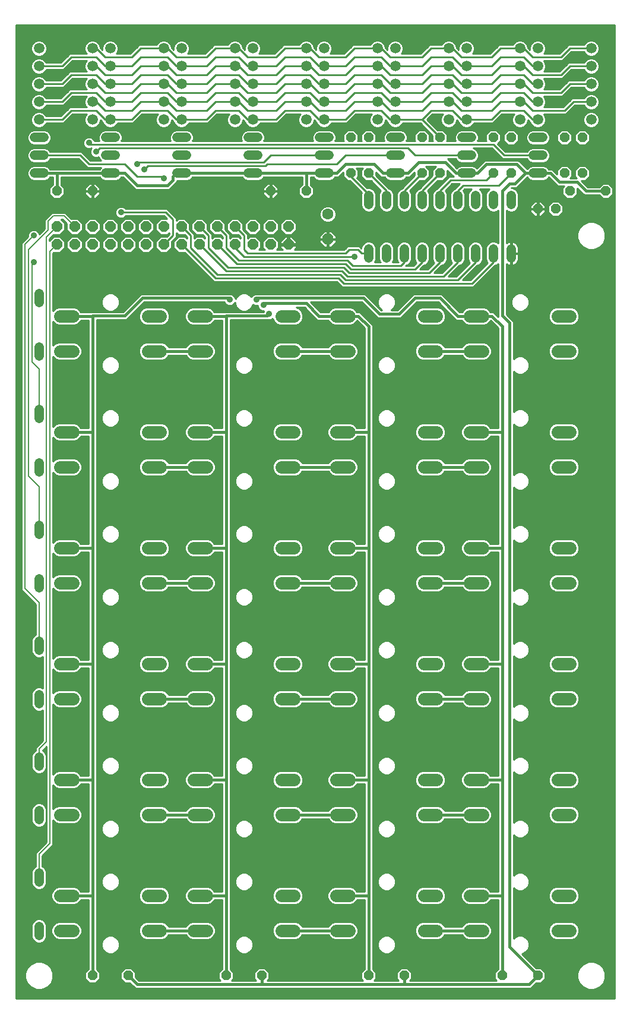
<source format=gbl>
G75*
%MOIN*%
%OFA0B0*%
%FSLAX25Y25*%
%IPPOS*%
%LPD*%
%AMOC8*
5,1,8,0,0,1.08239X$1,22.5*
%
%ADD10C,0.07050*%
%ADD11C,0.05200*%
%ADD12OC8,0.05200*%
%ADD13OC8,0.06000*%
%ADD14OC8,0.06300*%
%ADD15C,0.06300*%
%ADD16C,0.05906*%
%ADD17C,0.01000*%
%ADD18C,0.03569*%
%ADD19C,0.01600*%
%ADD20C,0.00800*%
D10*
X0028375Y0041700D02*
X0035425Y0041700D01*
X0035425Y0061300D02*
X0028375Y0061300D01*
X0028375Y0106700D02*
X0035425Y0106700D01*
X0035425Y0126300D02*
X0028375Y0126300D01*
X0028375Y0171700D02*
X0035425Y0171700D01*
X0035425Y0191300D02*
X0028375Y0191300D01*
X0028375Y0236700D02*
X0035425Y0236700D01*
X0035425Y0256300D02*
X0028375Y0256300D01*
X0028375Y0301700D02*
X0035425Y0301700D01*
X0035425Y0321300D02*
X0028375Y0321300D01*
X0028375Y0366700D02*
X0035425Y0366700D01*
X0035425Y0386300D02*
X0028375Y0386300D01*
X0077575Y0386300D02*
X0084625Y0386300D01*
X0084625Y0366700D02*
X0077575Y0366700D01*
X0103375Y0366700D02*
X0110425Y0366700D01*
X0110425Y0386300D02*
X0103375Y0386300D01*
X0103375Y0321300D02*
X0110425Y0321300D01*
X0110425Y0301700D02*
X0103375Y0301700D01*
X0084625Y0301700D02*
X0077575Y0301700D01*
X0077575Y0321300D02*
X0084625Y0321300D01*
X0084625Y0256300D02*
X0077575Y0256300D01*
X0077575Y0236700D02*
X0084625Y0236700D01*
X0103375Y0236700D02*
X0110425Y0236700D01*
X0110425Y0256300D02*
X0103375Y0256300D01*
X0103375Y0191300D02*
X0110425Y0191300D01*
X0110425Y0171700D02*
X0103375Y0171700D01*
X0084625Y0171700D02*
X0077575Y0171700D01*
X0077575Y0191300D02*
X0084625Y0191300D01*
X0084625Y0126300D02*
X0077575Y0126300D01*
X0077575Y0106700D02*
X0084625Y0106700D01*
X0103375Y0106700D02*
X0110425Y0106700D01*
X0110425Y0126300D02*
X0103375Y0126300D01*
X0103375Y0061300D02*
X0110425Y0061300D01*
X0110425Y0041700D02*
X0103375Y0041700D01*
X0084625Y0041700D02*
X0077575Y0041700D01*
X0077575Y0061300D02*
X0084625Y0061300D01*
X0152575Y0061300D02*
X0159625Y0061300D01*
X0159625Y0041700D02*
X0152575Y0041700D01*
X0183375Y0041700D02*
X0190425Y0041700D01*
X0190425Y0061300D02*
X0183375Y0061300D01*
X0183375Y0106700D02*
X0190425Y0106700D01*
X0190425Y0126300D02*
X0183375Y0126300D01*
X0159625Y0126300D02*
X0152575Y0126300D01*
X0152575Y0106700D02*
X0159625Y0106700D01*
X0159625Y0171700D02*
X0152575Y0171700D01*
X0152575Y0191300D02*
X0159625Y0191300D01*
X0183375Y0191300D02*
X0190425Y0191300D01*
X0190425Y0171700D02*
X0183375Y0171700D01*
X0183375Y0236700D02*
X0190425Y0236700D01*
X0190425Y0256300D02*
X0183375Y0256300D01*
X0159625Y0256300D02*
X0152575Y0256300D01*
X0152575Y0236700D02*
X0159625Y0236700D01*
X0159625Y0301700D02*
X0152575Y0301700D01*
X0152575Y0321300D02*
X0159625Y0321300D01*
X0183375Y0321300D02*
X0190425Y0321300D01*
X0190425Y0301700D02*
X0183375Y0301700D01*
X0183375Y0366700D02*
X0190425Y0366700D01*
X0190425Y0386300D02*
X0183375Y0386300D01*
X0159625Y0386300D02*
X0152575Y0386300D01*
X0152575Y0366700D02*
X0159625Y0366700D01*
X0232575Y0366700D02*
X0239625Y0366700D01*
X0239625Y0386300D02*
X0232575Y0386300D01*
X0258375Y0386300D02*
X0265425Y0386300D01*
X0265425Y0366700D02*
X0258375Y0366700D01*
X0258375Y0321300D02*
X0265425Y0321300D01*
X0265425Y0301700D02*
X0258375Y0301700D01*
X0239625Y0301700D02*
X0232575Y0301700D01*
X0232575Y0321300D02*
X0239625Y0321300D01*
X0239625Y0256300D02*
X0232575Y0256300D01*
X0232575Y0236700D02*
X0239625Y0236700D01*
X0258375Y0236700D02*
X0265425Y0236700D01*
X0265425Y0256300D02*
X0258375Y0256300D01*
X0258375Y0191300D02*
X0265425Y0191300D01*
X0265425Y0171700D02*
X0258375Y0171700D01*
X0239625Y0171700D02*
X0232575Y0171700D01*
X0232575Y0191300D02*
X0239625Y0191300D01*
X0239625Y0126300D02*
X0232575Y0126300D01*
X0232575Y0106700D02*
X0239625Y0106700D01*
X0258375Y0106700D02*
X0265425Y0106700D01*
X0265425Y0126300D02*
X0258375Y0126300D01*
X0258375Y0061300D02*
X0265425Y0061300D01*
X0265425Y0041700D02*
X0258375Y0041700D01*
X0239625Y0041700D02*
X0232575Y0041700D01*
X0232575Y0061300D02*
X0239625Y0061300D01*
X0307575Y0061300D02*
X0314625Y0061300D01*
X0314625Y0041700D02*
X0307575Y0041700D01*
X0307575Y0106700D02*
X0314625Y0106700D01*
X0314625Y0126300D02*
X0307575Y0126300D01*
X0307575Y0171700D02*
X0314625Y0171700D01*
X0314625Y0191300D02*
X0307575Y0191300D01*
X0307575Y0236700D02*
X0314625Y0236700D01*
X0314625Y0256300D02*
X0307575Y0256300D01*
X0307575Y0301700D02*
X0314625Y0301700D01*
X0314625Y0321300D02*
X0307575Y0321300D01*
X0307575Y0366700D02*
X0314625Y0366700D01*
X0314625Y0386300D02*
X0307575Y0386300D01*
D11*
X0281500Y0418900D02*
X0281500Y0424100D01*
X0271500Y0424100D02*
X0271500Y0418900D01*
X0261500Y0418900D02*
X0261500Y0424100D01*
X0251500Y0424100D02*
X0251500Y0418900D01*
X0241500Y0418900D02*
X0241500Y0424100D01*
X0231500Y0424100D02*
X0231500Y0418900D01*
X0221500Y0418900D02*
X0221500Y0424100D01*
X0211500Y0424100D02*
X0211500Y0418900D01*
X0201500Y0418900D02*
X0201500Y0424100D01*
X0201500Y0448900D02*
X0201500Y0454100D01*
X0211500Y0454100D02*
X0211500Y0448900D01*
X0221500Y0448900D02*
X0221500Y0454100D01*
X0219100Y0466500D02*
X0213900Y0466500D01*
X0213900Y0476500D02*
X0219100Y0476500D01*
X0219100Y0486500D02*
X0213900Y0486500D01*
X0231500Y0454100D02*
X0231500Y0448900D01*
X0241500Y0448900D02*
X0241500Y0454100D01*
X0251500Y0454100D02*
X0251500Y0448900D01*
X0261500Y0448900D02*
X0261500Y0454100D01*
X0259100Y0466500D02*
X0253900Y0466500D01*
X0253900Y0476500D02*
X0259100Y0476500D01*
X0259100Y0486500D02*
X0253900Y0486500D01*
X0271500Y0454100D02*
X0271500Y0448900D01*
X0281500Y0448900D02*
X0281500Y0454100D01*
X0293900Y0466500D02*
X0299100Y0466500D01*
X0299100Y0476500D02*
X0293900Y0476500D01*
X0293900Y0486500D02*
X0299100Y0486500D01*
X0179100Y0486500D02*
X0173900Y0486500D01*
X0173900Y0476500D02*
X0179100Y0476500D01*
X0179100Y0466500D02*
X0173900Y0466500D01*
X0139100Y0466500D02*
X0133900Y0466500D01*
X0133900Y0476500D02*
X0139100Y0476500D01*
X0139100Y0486500D02*
X0133900Y0486500D01*
X0099100Y0486500D02*
X0093900Y0486500D01*
X0093900Y0476500D02*
X0099100Y0476500D01*
X0099100Y0466500D02*
X0093900Y0466500D01*
X0059100Y0466500D02*
X0053900Y0466500D01*
X0053900Y0476500D02*
X0059100Y0476500D01*
X0059100Y0486500D02*
X0053900Y0486500D01*
X0019100Y0486500D02*
X0013900Y0486500D01*
X0013900Y0476500D02*
X0019100Y0476500D01*
X0019100Y0466500D02*
X0013900Y0466500D01*
X0016500Y0399100D02*
X0016500Y0393900D01*
X0016500Y0369100D02*
X0016500Y0363900D01*
X0016500Y0334100D02*
X0016500Y0328900D01*
X0016500Y0304100D02*
X0016500Y0298900D01*
X0016500Y0269100D02*
X0016500Y0263900D01*
X0016500Y0239100D02*
X0016500Y0233900D01*
X0016500Y0204100D02*
X0016500Y0198900D01*
X0016500Y0174100D02*
X0016500Y0168900D01*
X0016500Y0139100D02*
X0016500Y0133900D01*
X0016500Y0109100D02*
X0016500Y0103900D01*
X0016500Y0074100D02*
X0016500Y0068900D01*
X0016500Y0044100D02*
X0016500Y0038900D01*
D12*
X0046500Y0016500D03*
X0066500Y0016500D03*
X0121500Y0016500D03*
X0141500Y0016500D03*
X0201500Y0016500D03*
X0221500Y0016500D03*
X0276500Y0016500D03*
X0296500Y0016500D03*
X0296500Y0446500D03*
X0306500Y0446500D03*
X0314500Y0456500D03*
X0311500Y0466500D03*
X0321500Y0466500D03*
X0321500Y0486500D03*
X0311500Y0486500D03*
X0334500Y0456500D03*
X0281500Y0466500D03*
X0271500Y0466500D03*
X0271500Y0486500D03*
X0281500Y0486500D03*
X0241500Y0486500D03*
X0231500Y0486500D03*
X0231500Y0466500D03*
X0241500Y0466500D03*
X0201500Y0466500D03*
X0191500Y0466500D03*
X0191500Y0486500D03*
X0201500Y0486500D03*
X0166500Y0456500D03*
X0146500Y0456500D03*
X0046500Y0456500D03*
X0026500Y0456500D03*
D13*
X0026500Y0436500D03*
X0026500Y0426500D03*
X0036500Y0426500D03*
X0036500Y0436500D03*
X0046500Y0436500D03*
X0046500Y0426500D03*
X0056500Y0426500D03*
X0056500Y0436500D03*
X0066500Y0436500D03*
X0066500Y0426500D03*
X0076500Y0426500D03*
X0076500Y0436500D03*
X0086500Y0436500D03*
X0086500Y0426500D03*
X0096500Y0426500D03*
X0096500Y0436500D03*
X0106500Y0436500D03*
X0106500Y0426500D03*
X0116500Y0426500D03*
X0116500Y0436500D03*
X0126500Y0436500D03*
X0126500Y0426500D03*
X0136500Y0426500D03*
X0136500Y0436500D03*
X0146500Y0436500D03*
X0146500Y0426500D03*
X0156500Y0426500D03*
X0156500Y0436500D03*
D14*
X0178500Y0429500D03*
D15*
X0178500Y0443500D03*
D16*
X0176500Y0496500D03*
X0176500Y0506500D03*
X0176500Y0516500D03*
X0176500Y0526500D03*
X0176500Y0536500D03*
X0166500Y0536500D03*
X0166500Y0526500D03*
X0166500Y0516500D03*
X0166500Y0506500D03*
X0166500Y0496500D03*
X0136500Y0496500D03*
X0136500Y0506500D03*
X0136500Y0516500D03*
X0136500Y0526500D03*
X0136500Y0536500D03*
X0126500Y0536500D03*
X0126500Y0526500D03*
X0126500Y0516500D03*
X0126500Y0506500D03*
X0126500Y0496500D03*
X0096500Y0496500D03*
X0096500Y0506500D03*
X0096500Y0516500D03*
X0096500Y0526500D03*
X0096500Y0536500D03*
X0086500Y0536500D03*
X0086500Y0526500D03*
X0086500Y0516500D03*
X0086500Y0506500D03*
X0086500Y0496500D03*
X0056500Y0496500D03*
X0056500Y0506500D03*
X0056500Y0516500D03*
X0056500Y0526500D03*
X0056500Y0536500D03*
X0046500Y0536500D03*
X0046500Y0526500D03*
X0046500Y0516500D03*
X0046500Y0506500D03*
X0046500Y0496500D03*
X0016500Y0496500D03*
X0016500Y0506500D03*
X0016500Y0516500D03*
X0016500Y0526500D03*
X0016500Y0536500D03*
X0206500Y0536500D03*
X0206500Y0526500D03*
X0206500Y0516500D03*
X0206500Y0506500D03*
X0206500Y0496500D03*
X0216500Y0496500D03*
X0216500Y0506500D03*
X0216500Y0516500D03*
X0216500Y0526500D03*
X0216500Y0536500D03*
X0246500Y0536500D03*
X0246500Y0526500D03*
X0246500Y0516500D03*
X0246500Y0506500D03*
X0246500Y0496500D03*
X0256500Y0496500D03*
X0256500Y0506500D03*
X0256500Y0516500D03*
X0256500Y0526500D03*
X0256500Y0536500D03*
X0286500Y0536500D03*
X0286500Y0526500D03*
X0286500Y0516500D03*
X0286500Y0506500D03*
X0286500Y0496500D03*
X0296500Y0496500D03*
X0296500Y0506500D03*
X0296500Y0516500D03*
X0296500Y0526500D03*
X0296500Y0536500D03*
X0326500Y0536500D03*
X0326500Y0526500D03*
X0326500Y0516500D03*
X0326500Y0506500D03*
X0326500Y0496500D03*
D17*
X0003500Y0549500D02*
X0003500Y0003500D01*
X0339500Y0003500D01*
X0339500Y0549500D01*
X0003500Y0549500D01*
X0003500Y0548684D02*
X0339500Y0548684D01*
X0339500Y0547686D02*
X0003500Y0547686D01*
X0003500Y0546687D02*
X0339500Y0546687D01*
X0339500Y0545689D02*
X0003500Y0545689D01*
X0003500Y0544690D02*
X0339500Y0544690D01*
X0339500Y0543692D02*
X0003500Y0543692D01*
X0003500Y0542693D02*
X0339500Y0542693D01*
X0339500Y0541695D02*
X0003500Y0541695D01*
X0003500Y0540696D02*
X0014995Y0540696D01*
X0015614Y0540953D02*
X0013978Y0540275D01*
X0012725Y0539022D01*
X0012047Y0537386D01*
X0012047Y0535614D01*
X0012725Y0533978D01*
X0013978Y0532725D01*
X0015614Y0532047D01*
X0017386Y0532047D01*
X0019022Y0532725D01*
X0020275Y0533978D01*
X0020953Y0535614D01*
X0020953Y0537386D01*
X0020275Y0539022D01*
X0019022Y0540275D01*
X0017386Y0540953D01*
X0015614Y0540953D01*
X0018005Y0540696D02*
X0044995Y0540696D01*
X0045614Y0540953D02*
X0043978Y0540275D01*
X0042725Y0539022D01*
X0042047Y0537386D01*
X0042047Y0535614D01*
X0042725Y0533978D01*
X0043203Y0533500D01*
X0033672Y0533500D01*
X0032500Y0532328D01*
X0028672Y0528500D01*
X0020491Y0528500D01*
X0020275Y0529022D01*
X0019022Y0530275D01*
X0017386Y0530953D01*
X0015614Y0530953D01*
X0013978Y0530275D01*
X0012725Y0529022D01*
X0012047Y0527386D01*
X0012047Y0525614D01*
X0012725Y0523978D01*
X0013978Y0522725D01*
X0015614Y0522047D01*
X0017386Y0522047D01*
X0019022Y0522725D01*
X0020275Y0523978D01*
X0020491Y0524500D01*
X0030328Y0524500D01*
X0035328Y0529500D01*
X0043203Y0529500D01*
X0042725Y0529022D01*
X0042047Y0527386D01*
X0042047Y0525614D01*
X0042725Y0523978D01*
X0043203Y0523500D01*
X0033672Y0523500D01*
X0032500Y0522328D01*
X0028672Y0518500D01*
X0020491Y0518500D01*
X0020275Y0519022D01*
X0019022Y0520275D01*
X0017386Y0520953D01*
X0015614Y0520953D01*
X0013978Y0520275D01*
X0012725Y0519022D01*
X0012047Y0517386D01*
X0012047Y0515614D01*
X0012725Y0513978D01*
X0013978Y0512725D01*
X0015614Y0512047D01*
X0017386Y0512047D01*
X0019022Y0512725D01*
X0020275Y0513978D01*
X0020491Y0514500D01*
X0030328Y0514500D01*
X0035328Y0519500D01*
X0043203Y0519500D01*
X0042725Y0519022D01*
X0042047Y0517386D01*
X0042047Y0515614D01*
X0042725Y0513978D01*
X0043203Y0513500D01*
X0033672Y0513500D01*
X0032500Y0512328D01*
X0028672Y0508500D01*
X0020491Y0508500D01*
X0020275Y0509022D01*
X0019022Y0510275D01*
X0017386Y0510953D01*
X0015614Y0510953D01*
X0013978Y0510275D01*
X0012725Y0509022D01*
X0012047Y0507386D01*
X0012047Y0505614D01*
X0012725Y0503978D01*
X0013978Y0502725D01*
X0015614Y0502047D01*
X0017386Y0502047D01*
X0019022Y0502725D01*
X0020275Y0503978D01*
X0020491Y0504500D01*
X0030328Y0504500D01*
X0035328Y0509500D01*
X0043203Y0509500D01*
X0042725Y0509022D01*
X0042047Y0507386D01*
X0042047Y0505614D01*
X0042725Y0503978D01*
X0043203Y0503500D01*
X0033672Y0503500D01*
X0032500Y0502328D01*
X0028672Y0498500D01*
X0020491Y0498500D01*
X0020275Y0499022D01*
X0019022Y0500275D01*
X0017386Y0500953D01*
X0015614Y0500953D01*
X0013978Y0500275D01*
X0012725Y0499022D01*
X0012047Y0497386D01*
X0012047Y0495614D01*
X0012725Y0493978D01*
X0013978Y0492725D01*
X0015614Y0492047D01*
X0017386Y0492047D01*
X0019022Y0492725D01*
X0020275Y0493978D01*
X0020491Y0494500D01*
X0030328Y0494500D01*
X0035328Y0499500D01*
X0043203Y0499500D01*
X0042725Y0499022D01*
X0042047Y0497386D01*
X0042047Y0495614D01*
X0042725Y0493978D01*
X0043978Y0492725D01*
X0045614Y0492047D01*
X0047386Y0492047D01*
X0049022Y0492725D01*
X0050275Y0493978D01*
X0050953Y0495614D01*
X0050953Y0496219D01*
X0051500Y0495672D01*
X0052394Y0494778D01*
X0052725Y0493978D01*
X0053978Y0492725D01*
X0055614Y0492047D01*
X0057386Y0492047D01*
X0059022Y0492725D01*
X0060275Y0493978D01*
X0060491Y0494500D01*
X0069328Y0494500D01*
X0074328Y0499500D01*
X0083203Y0499500D01*
X0082725Y0499022D01*
X0082047Y0497386D01*
X0082047Y0495614D01*
X0082725Y0493978D01*
X0083978Y0492725D01*
X0085614Y0492047D01*
X0087386Y0492047D01*
X0089022Y0492725D01*
X0090275Y0493978D01*
X0090953Y0495614D01*
X0090953Y0496219D01*
X0091500Y0495672D01*
X0092394Y0494778D01*
X0092725Y0493978D01*
X0093978Y0492725D01*
X0095614Y0492047D01*
X0097386Y0492047D01*
X0099022Y0492725D01*
X0100275Y0493978D01*
X0100491Y0494500D01*
X0111328Y0494500D01*
X0116328Y0499500D01*
X0123203Y0499500D01*
X0122725Y0499022D01*
X0122047Y0497386D01*
X0122047Y0495614D01*
X0122725Y0493978D01*
X0123978Y0492725D01*
X0125614Y0492047D01*
X0127386Y0492047D01*
X0129022Y0492725D01*
X0130275Y0493978D01*
X0130953Y0495614D01*
X0130953Y0496219D01*
X0131500Y0495672D01*
X0132394Y0494778D01*
X0132725Y0493978D01*
X0133978Y0492725D01*
X0135614Y0492047D01*
X0137386Y0492047D01*
X0139022Y0492725D01*
X0140275Y0493978D01*
X0140491Y0494500D01*
X0150328Y0494500D01*
X0155328Y0499500D01*
X0163203Y0499500D01*
X0162725Y0499022D01*
X0162047Y0497386D01*
X0162047Y0495614D01*
X0162725Y0493978D01*
X0163978Y0492725D01*
X0165614Y0492047D01*
X0167386Y0492047D01*
X0169022Y0492725D01*
X0170275Y0493978D01*
X0170953Y0495614D01*
X0170953Y0496219D01*
X0171500Y0495672D01*
X0172394Y0494778D01*
X0172725Y0493978D01*
X0173978Y0492725D01*
X0175614Y0492047D01*
X0177386Y0492047D01*
X0179022Y0492725D01*
X0180275Y0493978D01*
X0180491Y0494500D01*
X0189328Y0494500D01*
X0194328Y0499500D01*
X0203203Y0499500D01*
X0202725Y0499022D01*
X0202047Y0497386D01*
X0202047Y0495614D01*
X0202725Y0493978D01*
X0203978Y0492725D01*
X0205614Y0492047D01*
X0207386Y0492047D01*
X0209022Y0492725D01*
X0210275Y0493978D01*
X0210953Y0495614D01*
X0210953Y0496219D01*
X0211500Y0495672D01*
X0211500Y0495672D01*
X0212394Y0494778D01*
X0212725Y0493978D01*
X0213978Y0492725D01*
X0215614Y0492047D01*
X0217386Y0492047D01*
X0219022Y0492725D01*
X0220275Y0493978D01*
X0220491Y0494500D01*
X0230672Y0494500D01*
X0237400Y0487772D01*
X0237400Y0484802D01*
X0237702Y0484500D01*
X0235298Y0484500D01*
X0235600Y0484802D01*
X0235600Y0488198D01*
X0233198Y0490600D01*
X0229802Y0490600D01*
X0227400Y0488198D01*
X0227400Y0484802D01*
X0227702Y0484500D01*
X0222709Y0484500D01*
X0223200Y0485684D01*
X0223200Y0487316D01*
X0222576Y0488822D01*
X0221422Y0489976D01*
X0219916Y0490600D01*
X0213084Y0490600D01*
X0211578Y0489976D01*
X0210424Y0488822D01*
X0209800Y0487316D01*
X0209800Y0485684D01*
X0210291Y0484500D01*
X0205298Y0484500D01*
X0205600Y0484802D01*
X0205600Y0488198D01*
X0203198Y0490600D01*
X0199802Y0490600D01*
X0197400Y0488198D01*
X0197400Y0484802D01*
X0197702Y0484500D01*
X0195298Y0484500D01*
X0195600Y0484802D01*
X0195600Y0488198D01*
X0193198Y0490600D01*
X0189802Y0490600D01*
X0187400Y0488198D01*
X0187400Y0484802D01*
X0187702Y0484500D01*
X0182709Y0484500D01*
X0183200Y0485684D01*
X0183200Y0487316D01*
X0182576Y0488822D01*
X0181422Y0489976D01*
X0179916Y0490600D01*
X0173084Y0490600D01*
X0171578Y0489976D01*
X0170424Y0488822D01*
X0169800Y0487316D01*
X0169800Y0485684D01*
X0170291Y0484500D01*
X0142709Y0484500D01*
X0143200Y0485684D01*
X0143200Y0487316D01*
X0142576Y0488822D01*
X0141422Y0489976D01*
X0139916Y0490600D01*
X0133084Y0490600D01*
X0131578Y0489976D01*
X0130424Y0488822D01*
X0129800Y0487316D01*
X0129800Y0485684D01*
X0130291Y0484500D01*
X0102709Y0484500D01*
X0103200Y0485684D01*
X0103200Y0487316D01*
X0102576Y0488822D01*
X0101422Y0489976D01*
X0099916Y0490600D01*
X0093084Y0490600D01*
X0091578Y0489976D01*
X0090424Y0488822D01*
X0089800Y0487316D01*
X0089800Y0485684D01*
X0090291Y0484500D01*
X0062709Y0484500D01*
X0063200Y0485684D01*
X0063200Y0487316D01*
X0062576Y0488822D01*
X0061422Y0489976D01*
X0059916Y0490600D01*
X0053084Y0490600D01*
X0051578Y0489976D01*
X0050424Y0488822D01*
X0049800Y0487316D01*
X0049800Y0485684D01*
X0050291Y0484500D01*
X0047641Y0484500D01*
X0047284Y0485360D01*
X0046360Y0486284D01*
X0045153Y0486784D01*
X0043847Y0486784D01*
X0042640Y0486284D01*
X0041716Y0485360D01*
X0041216Y0484153D01*
X0041216Y0482847D01*
X0041716Y0481640D01*
X0042640Y0480716D01*
X0043847Y0480216D01*
X0045153Y0480216D01*
X0045840Y0480500D01*
X0045855Y0480500D01*
X0045716Y0480360D01*
X0045216Y0479153D01*
X0045216Y0477847D01*
X0045716Y0476640D01*
X0046640Y0475716D01*
X0047847Y0475216D01*
X0049153Y0475216D01*
X0049871Y0475513D01*
X0050424Y0474178D01*
X0051102Y0473500D01*
X0045328Y0473500D01*
X0040328Y0478500D01*
X0022709Y0478500D01*
X0022576Y0478822D01*
X0021422Y0479976D01*
X0019916Y0480600D01*
X0013084Y0480600D01*
X0011578Y0479976D01*
X0010424Y0478822D01*
X0009800Y0477316D01*
X0009800Y0475684D01*
X0010424Y0474178D01*
X0011578Y0473024D01*
X0013084Y0472400D01*
X0019916Y0472400D01*
X0021422Y0473024D01*
X0022576Y0474178D01*
X0022709Y0474500D01*
X0038672Y0474500D01*
X0042500Y0470672D01*
X0043672Y0469500D01*
X0051102Y0469500D01*
X0050424Y0468822D01*
X0050415Y0468800D01*
X0022585Y0468800D01*
X0022576Y0468822D01*
X0021422Y0469976D01*
X0019916Y0470600D01*
X0013084Y0470600D01*
X0011578Y0469976D01*
X0010424Y0468822D01*
X0009800Y0467316D01*
X0009800Y0465684D01*
X0010424Y0464178D01*
X0011578Y0463024D01*
X0013084Y0462400D01*
X0019916Y0462400D01*
X0021422Y0463024D01*
X0022576Y0464178D01*
X0022585Y0464200D01*
X0024200Y0464200D01*
X0024200Y0459998D01*
X0022400Y0458198D01*
X0022400Y0454802D01*
X0024802Y0452400D01*
X0028198Y0452400D01*
X0030600Y0454802D01*
X0030600Y0458198D01*
X0028800Y0459998D01*
X0028800Y0464200D01*
X0050415Y0464200D01*
X0050424Y0464178D01*
X0051578Y0463024D01*
X0053084Y0462400D01*
X0059916Y0462400D01*
X0061422Y0463024D01*
X0062576Y0464178D01*
X0062585Y0464200D01*
X0063547Y0464200D01*
X0070547Y0457200D01*
X0089453Y0457200D01*
X0090800Y0458547D01*
X0093800Y0461547D01*
X0093800Y0462400D01*
X0099916Y0462400D01*
X0101422Y0463024D01*
X0102576Y0464178D01*
X0102585Y0464200D01*
X0130415Y0464200D01*
X0130424Y0464178D01*
X0131578Y0463024D01*
X0133084Y0462400D01*
X0139916Y0462400D01*
X0141422Y0463024D01*
X0142576Y0464178D01*
X0142585Y0464200D01*
X0164200Y0464200D01*
X0164200Y0459998D01*
X0162400Y0458198D01*
X0162400Y0454802D01*
X0164802Y0452400D01*
X0168198Y0452400D01*
X0170600Y0454802D01*
X0170600Y0458198D01*
X0168800Y0459998D01*
X0168800Y0464200D01*
X0170415Y0464200D01*
X0170424Y0464178D01*
X0171578Y0463024D01*
X0173084Y0462400D01*
X0179916Y0462400D01*
X0181422Y0463024D01*
X0182576Y0464178D01*
X0182585Y0464200D01*
X0184453Y0464200D01*
X0185800Y0465547D01*
X0187400Y0467147D01*
X0187400Y0464802D01*
X0189802Y0462400D01*
X0190772Y0462400D01*
X0197651Y0455521D01*
X0197400Y0454916D01*
X0197400Y0448084D01*
X0198024Y0446578D01*
X0199178Y0445424D01*
X0200684Y0444800D01*
X0202316Y0444800D01*
X0203822Y0445424D01*
X0204976Y0446578D01*
X0205600Y0448084D01*
X0205600Y0454916D01*
X0204976Y0456422D01*
X0203822Y0457576D01*
X0202316Y0458200D01*
X0200684Y0458200D01*
X0200645Y0458184D01*
X0194813Y0464015D01*
X0195600Y0464802D01*
X0195600Y0468198D01*
X0194598Y0469200D01*
X0198402Y0469200D01*
X0197400Y0468198D01*
X0197400Y0464802D01*
X0199802Y0462400D01*
X0202772Y0462400D01*
X0208387Y0456785D01*
X0208024Y0456422D01*
X0207400Y0454916D01*
X0207400Y0448084D01*
X0208024Y0446578D01*
X0209178Y0445424D01*
X0210684Y0444800D01*
X0212316Y0444800D01*
X0213822Y0445424D01*
X0214976Y0446578D01*
X0215600Y0448084D01*
X0215600Y0454916D01*
X0214976Y0456422D01*
X0213822Y0457576D01*
X0212850Y0457979D01*
X0205600Y0465228D01*
X0205600Y0467147D01*
X0208547Y0464200D01*
X0210415Y0464200D01*
X0210424Y0464178D01*
X0211578Y0463024D01*
X0213084Y0462400D01*
X0219916Y0462400D01*
X0221422Y0463024D01*
X0222576Y0464178D01*
X0222585Y0464200D01*
X0224453Y0464200D01*
X0225800Y0465547D01*
X0225800Y0465547D01*
X0227400Y0467147D01*
X0227400Y0465228D01*
X0220150Y0457979D01*
X0219178Y0457576D01*
X0218024Y0456422D01*
X0217400Y0454916D01*
X0217400Y0448084D01*
X0218024Y0446578D01*
X0219178Y0445424D01*
X0220684Y0444800D01*
X0222316Y0444800D01*
X0223822Y0445424D01*
X0224976Y0446578D01*
X0225600Y0448084D01*
X0225600Y0454916D01*
X0224976Y0456422D01*
X0224613Y0456785D01*
X0230228Y0462400D01*
X0233198Y0462400D01*
X0235600Y0464802D01*
X0235600Y0468198D01*
X0233598Y0470200D01*
X0239402Y0470200D01*
X0237400Y0468198D01*
X0237400Y0465228D01*
X0230150Y0457979D01*
X0229178Y0457576D01*
X0228024Y0456422D01*
X0227400Y0454916D01*
X0227400Y0448084D01*
X0228024Y0446578D01*
X0229178Y0445424D01*
X0230684Y0444800D01*
X0232316Y0444800D01*
X0233822Y0445424D01*
X0234976Y0446578D01*
X0235600Y0448084D01*
X0235600Y0454916D01*
X0234976Y0456422D01*
X0234613Y0456785D01*
X0240228Y0462400D01*
X0243198Y0462400D01*
X0245600Y0464802D01*
X0245600Y0468147D01*
X0249247Y0464500D01*
X0246672Y0464500D01*
X0240672Y0458500D01*
X0240150Y0457979D01*
X0239178Y0457576D01*
X0238024Y0456422D01*
X0237400Y0454916D01*
X0237400Y0448084D01*
X0238024Y0446578D01*
X0239178Y0445424D01*
X0240684Y0444800D01*
X0242316Y0444800D01*
X0243822Y0445424D01*
X0244976Y0446578D01*
X0245600Y0448084D01*
X0245600Y0454916D01*
X0244976Y0456422D01*
X0244613Y0456785D01*
X0248328Y0460500D01*
X0252672Y0460500D01*
X0250672Y0458500D01*
X0250150Y0457979D01*
X0249178Y0457576D01*
X0248024Y0456422D01*
X0247400Y0454916D01*
X0247400Y0448084D01*
X0248024Y0446578D01*
X0249178Y0445424D01*
X0250684Y0444800D01*
X0252316Y0444800D01*
X0253822Y0445424D01*
X0254976Y0446578D01*
X0255600Y0448084D01*
X0255600Y0454916D01*
X0254976Y0456422D01*
X0254613Y0456785D01*
X0255328Y0457500D01*
X0259102Y0457500D01*
X0258024Y0456422D01*
X0257400Y0454916D01*
X0257400Y0448084D01*
X0258024Y0446578D01*
X0259178Y0445424D01*
X0260684Y0444800D01*
X0262316Y0444800D01*
X0263822Y0445424D01*
X0264976Y0446578D01*
X0265600Y0448084D01*
X0265600Y0454916D01*
X0264976Y0456422D01*
X0263898Y0457500D01*
X0269102Y0457500D01*
X0268024Y0456422D01*
X0267400Y0454916D01*
X0267400Y0448084D01*
X0268024Y0446578D01*
X0269178Y0445424D01*
X0270684Y0444800D01*
X0272316Y0444800D01*
X0273822Y0445424D01*
X0274200Y0445802D01*
X0274200Y0427198D01*
X0273822Y0427576D01*
X0272316Y0428200D01*
X0270684Y0428200D01*
X0269178Y0427576D01*
X0268024Y0426422D01*
X0267400Y0424916D01*
X0267400Y0418084D01*
X0268024Y0416578D01*
X0268387Y0416215D01*
X0258672Y0406500D01*
X0254328Y0406500D01*
X0262328Y0414500D01*
X0262850Y0415021D01*
X0263822Y0415424D01*
X0264976Y0416578D01*
X0265600Y0418084D01*
X0265600Y0424916D01*
X0264976Y0426422D01*
X0263822Y0427576D01*
X0262316Y0428200D01*
X0260684Y0428200D01*
X0259178Y0427576D01*
X0258024Y0426422D01*
X0257400Y0424916D01*
X0257400Y0418084D01*
X0258024Y0416578D01*
X0258387Y0416215D01*
X0250672Y0408500D01*
X0246328Y0408500D01*
X0252328Y0414500D01*
X0252850Y0415021D01*
X0253822Y0415424D01*
X0254976Y0416578D01*
X0255600Y0418084D01*
X0255600Y0424916D01*
X0254976Y0426422D01*
X0253822Y0427576D01*
X0252316Y0428200D01*
X0250684Y0428200D01*
X0249178Y0427576D01*
X0248024Y0426422D01*
X0247400Y0424916D01*
X0247400Y0418084D01*
X0248024Y0416578D01*
X0248387Y0416215D01*
X0242672Y0410500D01*
X0238328Y0410500D01*
X0242328Y0414500D01*
X0242850Y0415021D01*
X0243822Y0415424D01*
X0244976Y0416578D01*
X0245600Y0418084D01*
X0245600Y0424916D01*
X0244976Y0426422D01*
X0243822Y0427576D01*
X0242316Y0428200D01*
X0240684Y0428200D01*
X0239178Y0427576D01*
X0238024Y0426422D01*
X0237400Y0424916D01*
X0237400Y0418084D01*
X0238024Y0416578D01*
X0238387Y0416215D01*
X0234672Y0412500D01*
X0230328Y0412500D01*
X0232328Y0414500D01*
X0232850Y0415021D01*
X0233822Y0415424D01*
X0234976Y0416578D01*
X0235600Y0418084D01*
X0235600Y0424916D01*
X0234976Y0426422D01*
X0233822Y0427576D01*
X0232316Y0428200D01*
X0230684Y0428200D01*
X0229178Y0427576D01*
X0228024Y0426422D01*
X0227400Y0424916D01*
X0227400Y0418084D01*
X0228024Y0416578D01*
X0228387Y0416215D01*
X0226672Y0414500D01*
X0222328Y0414500D01*
X0222328Y0414500D01*
X0222850Y0415021D01*
X0223822Y0415424D01*
X0224976Y0416578D01*
X0225600Y0418084D01*
X0225600Y0424916D01*
X0224976Y0426422D01*
X0223822Y0427576D01*
X0222316Y0428200D01*
X0220684Y0428200D01*
X0219178Y0427576D01*
X0218024Y0426422D01*
X0217400Y0424916D01*
X0217400Y0418084D01*
X0218024Y0416578D01*
X0218102Y0416500D01*
X0214898Y0416500D01*
X0214976Y0416578D01*
X0215600Y0418084D01*
X0215600Y0424916D01*
X0214976Y0426422D01*
X0213822Y0427576D01*
X0212316Y0428200D01*
X0210684Y0428200D01*
X0209178Y0427576D01*
X0208024Y0426422D01*
X0207400Y0424916D01*
X0207400Y0418084D01*
X0208024Y0416578D01*
X0208102Y0416500D01*
X0204898Y0416500D01*
X0204976Y0416578D01*
X0205600Y0418084D01*
X0205600Y0424916D01*
X0204976Y0426422D01*
X0203822Y0427576D01*
X0202316Y0428200D01*
X0200684Y0428200D01*
X0199178Y0427576D01*
X0198024Y0426422D01*
X0197400Y0424916D01*
X0197400Y0424428D01*
X0196328Y0425500D01*
X0189672Y0425500D01*
X0188500Y0424328D01*
X0187672Y0423500D01*
X0159864Y0423500D01*
X0161000Y0424636D01*
X0161000Y0426000D01*
X0157000Y0426000D01*
X0157000Y0427000D01*
X0156000Y0427000D01*
X0156000Y0431000D01*
X0154636Y0431000D01*
X0152000Y0428364D01*
X0152000Y0427000D01*
X0156000Y0427000D01*
X0156000Y0426000D01*
X0152000Y0426000D01*
X0152000Y0424636D01*
X0153136Y0423500D01*
X0149864Y0423500D01*
X0151000Y0424636D01*
X0151000Y0428364D01*
X0148364Y0431000D01*
X0144636Y0431000D01*
X0142000Y0428364D01*
X0142000Y0424636D01*
X0143136Y0423500D01*
X0139864Y0423500D01*
X0141000Y0424636D01*
X0141000Y0428364D01*
X0138364Y0431000D01*
X0134636Y0431000D01*
X0133500Y0429864D01*
X0133500Y0432328D01*
X0132328Y0433500D01*
X0131000Y0434828D01*
X0131000Y0438364D01*
X0128364Y0441000D01*
X0124636Y0441000D01*
X0122000Y0438364D01*
X0122000Y0434636D01*
X0124636Y0432000D01*
X0128172Y0432000D01*
X0129500Y0430672D01*
X0129500Y0429864D01*
X0128364Y0431000D01*
X0124636Y0431000D01*
X0123500Y0429864D01*
X0123500Y0432328D01*
X0122328Y0433500D01*
X0121000Y0434828D01*
X0121000Y0438364D01*
X0118364Y0441000D01*
X0114636Y0441000D01*
X0112000Y0438364D01*
X0112000Y0434636D01*
X0114636Y0432000D01*
X0118172Y0432000D01*
X0119500Y0430672D01*
X0119500Y0429864D01*
X0118364Y0431000D01*
X0114636Y0431000D01*
X0113500Y0429864D01*
X0113500Y0432328D01*
X0111000Y0434828D01*
X0111000Y0438364D01*
X0108364Y0441000D01*
X0104636Y0441000D01*
X0102000Y0438364D01*
X0102000Y0434636D01*
X0104636Y0432000D01*
X0108172Y0432000D01*
X0109500Y0430672D01*
X0109500Y0429864D01*
X0108364Y0431000D01*
X0104636Y0431000D01*
X0103500Y0429864D01*
X0103500Y0432328D01*
X0102328Y0433500D01*
X0101000Y0434828D01*
X0101000Y0438364D01*
X0098364Y0441000D01*
X0094636Y0441000D01*
X0093500Y0439864D01*
X0093500Y0441328D01*
X0092328Y0442500D01*
X0088328Y0446500D01*
X0065145Y0446500D01*
X0064360Y0447284D01*
X0063153Y0447784D01*
X0061847Y0447784D01*
X0060640Y0447284D01*
X0059716Y0446360D01*
X0059216Y0445153D01*
X0059216Y0443847D01*
X0059716Y0442640D01*
X0060640Y0441716D01*
X0061847Y0441216D01*
X0063153Y0441216D01*
X0064360Y0441716D01*
X0065145Y0442500D01*
X0086672Y0442500D01*
X0088172Y0441000D01*
X0084636Y0441000D01*
X0082000Y0438364D01*
X0082000Y0434636D01*
X0084636Y0432000D01*
X0088364Y0432000D01*
X0089500Y0433136D01*
X0089500Y0432328D01*
X0088172Y0431000D01*
X0084636Y0431000D01*
X0082000Y0428364D01*
X0082000Y0424636D01*
X0084636Y0422000D01*
X0088364Y0422000D01*
X0091000Y0424636D01*
X0091000Y0428172D01*
X0093500Y0430672D01*
X0093500Y0433136D01*
X0094636Y0432000D01*
X0098172Y0432000D01*
X0099500Y0430672D01*
X0099500Y0429864D01*
X0098364Y0431000D01*
X0094636Y0431000D01*
X0092000Y0428364D01*
X0092000Y0424636D01*
X0094636Y0422000D01*
X0098172Y0422000D01*
X0113500Y0406672D01*
X0114672Y0405500D01*
X0183672Y0405500D01*
X0185500Y0403672D01*
X0186672Y0402500D01*
X0260328Y0402500D01*
X0272328Y0414500D01*
X0272850Y0415021D01*
X0273822Y0415424D01*
X0274200Y0415802D01*
X0274200Y0386053D01*
X0273000Y0387253D01*
X0271653Y0388600D01*
X0269911Y0388600D01*
X0269685Y0389146D01*
X0268271Y0390560D01*
X0266425Y0391325D01*
X0257375Y0391325D01*
X0255529Y0390560D01*
X0254115Y0389146D01*
X0253889Y0388600D01*
X0252653Y0388600D01*
X0243800Y0397453D01*
X0242453Y0398800D01*
X0226547Y0398800D01*
X0225200Y0397453D01*
X0217547Y0389800D01*
X0214074Y0389800D01*
X0214361Y0389919D01*
X0215781Y0391339D01*
X0216550Y0393195D01*
X0216550Y0395205D01*
X0215781Y0397061D01*
X0214361Y0398481D01*
X0212505Y0399250D01*
X0210495Y0399250D01*
X0208639Y0398481D01*
X0207219Y0397061D01*
X0206450Y0395205D01*
X0206450Y0393195D01*
X0207219Y0391339D01*
X0208639Y0389919D01*
X0208926Y0389800D01*
X0208453Y0389800D01*
X0199453Y0398800D01*
X0138547Y0398800D01*
X0138532Y0398784D01*
X0137847Y0398784D01*
X0136640Y0398284D01*
X0135716Y0397360D01*
X0135647Y0397195D01*
X0134361Y0398481D01*
X0132505Y0399250D01*
X0130495Y0399250D01*
X0128639Y0398481D01*
X0127219Y0397061D01*
X0126784Y0396011D01*
X0126784Y0396153D01*
X0126284Y0397360D01*
X0125360Y0398284D01*
X0124153Y0398784D01*
X0123468Y0398784D01*
X0123453Y0398800D01*
X0073547Y0398800D01*
X0063547Y0388800D01*
X0045547Y0388800D01*
X0045347Y0388600D01*
X0039911Y0388600D01*
X0039685Y0389146D01*
X0038271Y0390560D01*
X0036425Y0391325D01*
X0027375Y0391325D01*
X0025529Y0390560D01*
X0024400Y0389431D01*
X0024400Y0421713D01*
X0024687Y0422000D01*
X0028364Y0422000D01*
X0031000Y0424636D01*
X0031000Y0428364D01*
X0028364Y0431000D01*
X0024636Y0431000D01*
X0022400Y0428764D01*
X0022400Y0429713D01*
X0024687Y0432000D01*
X0028364Y0432000D01*
X0031000Y0434636D01*
X0031000Y0438364D01*
X0028764Y0440600D01*
X0029713Y0440600D01*
X0032000Y0438313D01*
X0032000Y0434636D01*
X0034636Y0432000D01*
X0038364Y0432000D01*
X0041000Y0434636D01*
X0041000Y0438364D01*
X0038364Y0441000D01*
X0034687Y0441000D01*
X0031287Y0444400D01*
X0023713Y0444400D01*
X0022600Y0443287D01*
X0022600Y0443287D01*
X0019600Y0440287D01*
X0019600Y0435287D01*
X0016691Y0432378D01*
X0016284Y0433360D01*
X0015360Y0434284D01*
X0014153Y0434784D01*
X0012847Y0434784D01*
X0011640Y0434284D01*
X0010716Y0433360D01*
X0010216Y0432153D01*
X0010216Y0430903D01*
X0006600Y0427287D01*
X0006600Y0232713D01*
X0007713Y0231600D01*
X0014600Y0224713D01*
X0014600Y0207751D01*
X0014178Y0207576D01*
X0013024Y0206422D01*
X0012400Y0204916D01*
X0012400Y0198084D01*
X0013024Y0196578D01*
X0014178Y0195424D01*
X0015684Y0194800D01*
X0017316Y0194800D01*
X0018600Y0195332D01*
X0018600Y0177668D01*
X0017316Y0178200D01*
X0015684Y0178200D01*
X0014178Y0177576D01*
X0013024Y0176422D01*
X0012400Y0174916D01*
X0012400Y0168084D01*
X0013024Y0166578D01*
X0014178Y0165424D01*
X0015684Y0164800D01*
X0017316Y0164800D01*
X0018600Y0165332D01*
X0018600Y0148287D01*
X0014600Y0144287D01*
X0014600Y0142751D01*
X0014178Y0142576D01*
X0013024Y0141422D01*
X0012400Y0139916D01*
X0012400Y0133084D01*
X0013024Y0131578D01*
X0014178Y0130424D01*
X0015684Y0129800D01*
X0017316Y0129800D01*
X0018822Y0130424D01*
X0019976Y0131578D01*
X0020600Y0133084D01*
X0020600Y0139916D01*
X0019976Y0141422D01*
X0018822Y0142576D01*
X0018427Y0142740D01*
X0020600Y0144913D01*
X0020600Y0091287D01*
X0014600Y0085287D01*
X0014600Y0077751D01*
X0014178Y0077576D01*
X0013024Y0076422D01*
X0012400Y0074916D01*
X0012400Y0068084D01*
X0013024Y0066578D01*
X0014178Y0065424D01*
X0015684Y0064800D01*
X0017316Y0064800D01*
X0018822Y0065424D01*
X0019976Y0066578D01*
X0020600Y0068084D01*
X0020600Y0074916D01*
X0019976Y0076422D01*
X0018822Y0077576D01*
X0018400Y0077751D01*
X0018400Y0083713D01*
X0023287Y0088600D01*
X0024400Y0089713D01*
X0024400Y0103569D01*
X0025529Y0102440D01*
X0027375Y0101675D01*
X0036425Y0101675D01*
X0038271Y0102440D01*
X0039685Y0103854D01*
X0040450Y0105700D01*
X0040450Y0107700D01*
X0039685Y0109546D01*
X0038271Y0110960D01*
X0036425Y0111725D01*
X0027375Y0111725D01*
X0025529Y0110960D01*
X0024400Y0109831D01*
X0024400Y0123169D01*
X0025529Y0122040D01*
X0027375Y0121275D01*
X0036425Y0121275D01*
X0038271Y0122040D01*
X0039685Y0123454D01*
X0039911Y0124000D01*
X0044200Y0124000D01*
X0044200Y0063600D01*
X0039911Y0063600D01*
X0039685Y0064146D01*
X0038271Y0065560D01*
X0036425Y0066325D01*
X0027375Y0066325D01*
X0025529Y0065560D01*
X0024115Y0064146D01*
X0023350Y0062300D01*
X0023350Y0060300D01*
X0024115Y0058454D01*
X0025529Y0057040D01*
X0027375Y0056275D01*
X0036425Y0056275D01*
X0038271Y0057040D01*
X0039685Y0058454D01*
X0039911Y0059000D01*
X0044200Y0059000D01*
X0044200Y0019998D01*
X0042400Y0018198D01*
X0042400Y0014802D01*
X0044802Y0012400D01*
X0048198Y0012400D01*
X0050600Y0014802D01*
X0050600Y0018198D01*
X0048800Y0019998D01*
X0048800Y0384200D01*
X0065453Y0384200D01*
X0066800Y0385547D01*
X0075453Y0394200D01*
X0120484Y0394200D01*
X0120716Y0393640D01*
X0121640Y0392716D01*
X0122847Y0392216D01*
X0124153Y0392216D01*
X0125360Y0392716D01*
X0126284Y0393640D01*
X0126450Y0394040D01*
X0126450Y0393195D01*
X0127219Y0391339D01*
X0128639Y0389919D01*
X0130495Y0389150D01*
X0132505Y0389150D01*
X0134361Y0389919D01*
X0135781Y0391339D01*
X0136436Y0392920D01*
X0136640Y0392716D01*
X0137847Y0392216D01*
X0139153Y0392216D01*
X0139216Y0392242D01*
X0139216Y0391847D01*
X0139716Y0390640D01*
X0140640Y0389716D01*
X0141847Y0389216D01*
X0142656Y0389216D01*
X0142484Y0388800D01*
X0120547Y0388800D01*
X0120347Y0388600D01*
X0114911Y0388600D01*
X0114685Y0389146D01*
X0113271Y0390560D01*
X0111425Y0391325D01*
X0102375Y0391325D01*
X0100529Y0390560D01*
X0099115Y0389146D01*
X0098350Y0387300D01*
X0098350Y0385300D01*
X0099115Y0383454D01*
X0100529Y0382040D01*
X0102375Y0381275D01*
X0111425Y0381275D01*
X0113271Y0382040D01*
X0114685Y0383454D01*
X0114911Y0384000D01*
X0119200Y0384000D01*
X0119200Y0323600D01*
X0114911Y0323600D01*
X0114685Y0324146D01*
X0113271Y0325560D01*
X0111425Y0326325D01*
X0102375Y0326325D01*
X0100529Y0325560D01*
X0099115Y0324146D01*
X0098350Y0322300D01*
X0098350Y0320300D01*
X0099115Y0318454D01*
X0100529Y0317040D01*
X0102375Y0316275D01*
X0111425Y0316275D01*
X0113271Y0317040D01*
X0114685Y0318454D01*
X0114911Y0319000D01*
X0119200Y0319000D01*
X0119200Y0258600D01*
X0114911Y0258600D01*
X0114685Y0259146D01*
X0113271Y0260560D01*
X0111425Y0261325D01*
X0102375Y0261325D01*
X0100529Y0260560D01*
X0099115Y0259146D01*
X0098350Y0257300D01*
X0098350Y0255300D01*
X0099115Y0253454D01*
X0100529Y0252040D01*
X0102375Y0251275D01*
X0111425Y0251275D01*
X0113271Y0252040D01*
X0114685Y0253454D01*
X0114911Y0254000D01*
X0119200Y0254000D01*
X0119200Y0193600D01*
X0114911Y0193600D01*
X0114685Y0194146D01*
X0113271Y0195560D01*
X0111425Y0196325D01*
X0102375Y0196325D01*
X0100529Y0195560D01*
X0099115Y0194146D01*
X0098350Y0192300D01*
X0098350Y0190300D01*
X0099115Y0188454D01*
X0100529Y0187040D01*
X0102375Y0186275D01*
X0111425Y0186275D01*
X0113271Y0187040D01*
X0114685Y0188454D01*
X0114911Y0189000D01*
X0119200Y0189000D01*
X0119200Y0128600D01*
X0114911Y0128600D01*
X0114685Y0129146D01*
X0113271Y0130560D01*
X0111425Y0131325D01*
X0102375Y0131325D01*
X0100529Y0130560D01*
X0099115Y0129146D01*
X0098350Y0127300D01*
X0098350Y0125300D01*
X0099115Y0123454D01*
X0100529Y0122040D01*
X0102375Y0121275D01*
X0111425Y0121275D01*
X0113271Y0122040D01*
X0114685Y0123454D01*
X0114911Y0124000D01*
X0119200Y0124000D01*
X0119200Y0063600D01*
X0114911Y0063600D01*
X0114685Y0064146D01*
X0113271Y0065560D01*
X0111425Y0066325D01*
X0102375Y0066325D01*
X0100529Y0065560D01*
X0099115Y0064146D01*
X0098350Y0062300D01*
X0098350Y0060300D01*
X0099115Y0058454D01*
X0100529Y0057040D01*
X0102375Y0056275D01*
X0111425Y0056275D01*
X0113271Y0057040D01*
X0114685Y0058454D01*
X0114911Y0059000D01*
X0119200Y0059000D01*
X0119200Y0019998D01*
X0117400Y0018198D01*
X0117400Y0014802D01*
X0118402Y0013800D01*
X0072453Y0013800D01*
X0070600Y0015653D01*
X0070600Y0018198D01*
X0068198Y0020600D01*
X0064802Y0020600D01*
X0062400Y0018198D01*
X0062400Y0014802D01*
X0064802Y0012400D01*
X0067347Y0012400D01*
X0069200Y0010547D01*
X0070547Y0009200D01*
X0292453Y0009200D01*
X0295653Y0012400D01*
X0298198Y0012400D01*
X0300600Y0014802D01*
X0300600Y0018198D01*
X0298198Y0020600D01*
X0295653Y0020600D01*
X0287503Y0028750D01*
X0287505Y0028750D01*
X0289361Y0029519D01*
X0290781Y0030939D01*
X0291550Y0032795D01*
X0291550Y0034805D01*
X0290781Y0036661D01*
X0289361Y0038081D01*
X0287505Y0038850D01*
X0285495Y0038850D01*
X0283639Y0038081D01*
X0282800Y0037242D01*
X0282800Y0065758D01*
X0283639Y0064919D01*
X0285495Y0064150D01*
X0287505Y0064150D01*
X0289361Y0064919D01*
X0290781Y0066339D01*
X0291550Y0068195D01*
X0291550Y0070205D01*
X0290781Y0072061D01*
X0289361Y0073481D01*
X0287505Y0074250D01*
X0285495Y0074250D01*
X0283639Y0073481D01*
X0282800Y0072642D01*
X0282800Y0095358D01*
X0283639Y0094519D01*
X0285495Y0093750D01*
X0287505Y0093750D01*
X0289361Y0094519D01*
X0290781Y0095939D01*
X0291550Y0097795D01*
X0291550Y0099805D01*
X0290781Y0101661D01*
X0289361Y0103081D01*
X0287505Y0103850D01*
X0285495Y0103850D01*
X0283639Y0103081D01*
X0282800Y0102242D01*
X0282800Y0130758D01*
X0283639Y0129919D01*
X0285495Y0129150D01*
X0287505Y0129150D01*
X0289361Y0129919D01*
X0290781Y0131339D01*
X0291550Y0133195D01*
X0291550Y0135205D01*
X0290781Y0137061D01*
X0289361Y0138481D01*
X0287505Y0139250D01*
X0285495Y0139250D01*
X0283639Y0138481D01*
X0282800Y0137642D01*
X0282800Y0160358D01*
X0283639Y0159519D01*
X0285495Y0158750D01*
X0287505Y0158750D01*
X0289361Y0159519D01*
X0290781Y0160939D01*
X0291550Y0162795D01*
X0291550Y0164805D01*
X0290781Y0166661D01*
X0289361Y0168081D01*
X0287505Y0168850D01*
X0285495Y0168850D01*
X0283639Y0168081D01*
X0282800Y0167242D01*
X0282800Y0195758D01*
X0283639Y0194919D01*
X0285495Y0194150D01*
X0287505Y0194150D01*
X0289361Y0194919D01*
X0290781Y0196339D01*
X0291550Y0198195D01*
X0291550Y0200205D01*
X0290781Y0202061D01*
X0289361Y0203481D01*
X0287505Y0204250D01*
X0285495Y0204250D01*
X0283639Y0203481D01*
X0282800Y0202642D01*
X0282800Y0225358D01*
X0283639Y0224519D01*
X0285495Y0223750D01*
X0287505Y0223750D01*
X0289361Y0224519D01*
X0290781Y0225939D01*
X0291550Y0227795D01*
X0291550Y0229805D01*
X0290781Y0231661D01*
X0289361Y0233081D01*
X0287505Y0233850D01*
X0285495Y0233850D01*
X0283639Y0233081D01*
X0282800Y0232242D01*
X0282800Y0260758D01*
X0283639Y0259919D01*
X0285495Y0259150D01*
X0287505Y0259150D01*
X0289361Y0259919D01*
X0290781Y0261339D01*
X0291550Y0263195D01*
X0291550Y0265205D01*
X0290781Y0267061D01*
X0289361Y0268481D01*
X0287505Y0269250D01*
X0285495Y0269250D01*
X0283639Y0268481D01*
X0282800Y0267642D01*
X0282800Y0290358D01*
X0283639Y0289519D01*
X0285495Y0288750D01*
X0287505Y0288750D01*
X0289361Y0289519D01*
X0290781Y0290939D01*
X0291550Y0292795D01*
X0291550Y0294805D01*
X0290781Y0296661D01*
X0289361Y0298081D01*
X0287505Y0298850D01*
X0285495Y0298850D01*
X0283639Y0298081D01*
X0282800Y0297242D01*
X0282800Y0325758D01*
X0283639Y0324919D01*
X0285495Y0324150D01*
X0287505Y0324150D01*
X0289361Y0324919D01*
X0290781Y0326339D01*
X0291550Y0328195D01*
X0291550Y0330205D01*
X0290781Y0332061D01*
X0289361Y0333481D01*
X0287505Y0334250D01*
X0285495Y0334250D01*
X0283639Y0333481D01*
X0282800Y0332642D01*
X0282800Y0355358D01*
X0283639Y0354519D01*
X0285495Y0353750D01*
X0287505Y0353750D01*
X0289361Y0354519D01*
X0290781Y0355939D01*
X0291550Y0357795D01*
X0291550Y0359805D01*
X0290781Y0361661D01*
X0289361Y0363081D01*
X0287505Y0363850D01*
X0285495Y0363850D01*
X0283639Y0363081D01*
X0282800Y0362242D01*
X0282800Y0383453D01*
X0281453Y0384800D01*
X0278800Y0387453D01*
X0278800Y0415802D01*
X0278829Y0415773D01*
X0279351Y0415393D01*
X0279926Y0415100D01*
X0280540Y0414901D01*
X0281177Y0414800D01*
X0281200Y0414800D01*
X0281200Y0421200D01*
X0281800Y0421200D01*
X0281800Y0421800D01*
X0281200Y0421800D01*
X0281200Y0428200D01*
X0281177Y0428200D01*
X0280540Y0428099D01*
X0279926Y0427900D01*
X0279351Y0427607D01*
X0278829Y0427227D01*
X0278800Y0427198D01*
X0278800Y0445802D01*
X0279178Y0445424D01*
X0280684Y0444800D01*
X0282316Y0444800D01*
X0283822Y0445424D01*
X0284976Y0446578D01*
X0285600Y0448084D01*
X0285600Y0454916D01*
X0284976Y0456422D01*
X0283822Y0457576D01*
X0282316Y0458200D01*
X0281453Y0458200D01*
X0284453Y0458200D01*
X0290427Y0464175D01*
X0291578Y0463024D01*
X0293084Y0462400D01*
X0299916Y0462400D01*
X0301422Y0463024D01*
X0302573Y0464175D01*
X0307547Y0459200D01*
X0311402Y0459200D01*
X0310400Y0458198D01*
X0310400Y0454802D01*
X0312802Y0452400D01*
X0316198Y0452400D01*
X0318600Y0454802D01*
X0318600Y0458147D01*
X0322547Y0454200D01*
X0331002Y0454200D01*
X0332802Y0452400D01*
X0336198Y0452400D01*
X0338600Y0454802D01*
X0338600Y0458198D01*
X0336198Y0460600D01*
X0332802Y0460600D01*
X0331002Y0458800D01*
X0324453Y0458800D01*
X0320853Y0462400D01*
X0323198Y0462400D01*
X0325600Y0464802D01*
X0325600Y0468198D01*
X0323198Y0470600D01*
X0319802Y0470600D01*
X0317400Y0468198D01*
X0317400Y0464802D01*
X0318402Y0463800D01*
X0314598Y0463800D01*
X0315600Y0464802D01*
X0315600Y0468198D01*
X0313198Y0470600D01*
X0309802Y0470600D01*
X0307400Y0468198D01*
X0307400Y0465853D01*
X0305800Y0467453D01*
X0304453Y0468800D01*
X0302585Y0468800D01*
X0302576Y0468822D01*
X0301422Y0469976D01*
X0299916Y0470600D01*
X0293084Y0470600D01*
X0291578Y0469976D01*
X0290427Y0468825D01*
X0285453Y0473800D01*
X0266547Y0473800D01*
X0265200Y0472453D01*
X0262073Y0469325D01*
X0261422Y0469976D01*
X0259916Y0470600D01*
X0253084Y0470600D01*
X0251578Y0469976D01*
X0250927Y0469325D01*
X0245753Y0474500D01*
X0250291Y0474500D01*
X0250424Y0474178D01*
X0251578Y0473024D01*
X0253084Y0472400D01*
X0259916Y0472400D01*
X0261422Y0473024D01*
X0262576Y0474178D01*
X0263200Y0475684D01*
X0263200Y0477316D01*
X0262576Y0478822D01*
X0261422Y0479976D01*
X0260157Y0480500D01*
X0270672Y0480500D01*
X0276672Y0474500D01*
X0290291Y0474500D01*
X0290424Y0474178D01*
X0291578Y0473024D01*
X0293084Y0472400D01*
X0299916Y0472400D01*
X0301422Y0473024D01*
X0302576Y0474178D01*
X0303200Y0475684D01*
X0303200Y0477316D01*
X0302576Y0478822D01*
X0301422Y0479976D01*
X0299916Y0480600D01*
X0293084Y0480600D01*
X0291578Y0479976D01*
X0290424Y0478822D01*
X0290291Y0478500D01*
X0278328Y0478500D01*
X0273813Y0483015D01*
X0275600Y0484802D01*
X0275600Y0488198D01*
X0273198Y0490600D01*
X0269802Y0490600D01*
X0267400Y0488198D01*
X0267400Y0484802D01*
X0267702Y0484500D01*
X0262709Y0484500D01*
X0263200Y0485684D01*
X0263200Y0487316D01*
X0262576Y0488822D01*
X0261422Y0489976D01*
X0259916Y0490600D01*
X0253084Y0490600D01*
X0251578Y0489976D01*
X0250424Y0488822D01*
X0249800Y0487316D01*
X0249800Y0485684D01*
X0250291Y0484500D01*
X0245298Y0484500D01*
X0245600Y0484802D01*
X0245600Y0488198D01*
X0243198Y0490600D01*
X0240228Y0490600D01*
X0234328Y0496500D01*
X0237328Y0499500D01*
X0243203Y0499500D01*
X0242725Y0499022D01*
X0242047Y0497386D01*
X0242047Y0495614D01*
X0242725Y0493978D01*
X0243978Y0492725D01*
X0245614Y0492047D01*
X0247386Y0492047D01*
X0249022Y0492725D01*
X0250275Y0493978D01*
X0250953Y0495614D01*
X0250953Y0496219D01*
X0251500Y0495672D01*
X0252394Y0494778D01*
X0252725Y0493978D01*
X0253978Y0492725D01*
X0255614Y0492047D01*
X0257386Y0492047D01*
X0259022Y0492725D01*
X0260275Y0493978D01*
X0260491Y0494500D01*
X0271328Y0494500D01*
X0276328Y0499500D01*
X0283203Y0499500D01*
X0282725Y0499022D01*
X0282047Y0497386D01*
X0282047Y0495614D01*
X0282725Y0493978D01*
X0283978Y0492725D01*
X0285614Y0492047D01*
X0287386Y0492047D01*
X0289022Y0492725D01*
X0290275Y0493978D01*
X0290953Y0495614D01*
X0290953Y0496219D01*
X0291500Y0495672D01*
X0292394Y0494778D01*
X0292725Y0493978D01*
X0293978Y0492725D01*
X0295614Y0492047D01*
X0297386Y0492047D01*
X0299022Y0492725D01*
X0300275Y0493978D01*
X0300953Y0495614D01*
X0300953Y0497386D01*
X0300275Y0499022D01*
X0299797Y0499500D01*
X0312328Y0499500D01*
X0317328Y0504500D01*
X0322509Y0504500D01*
X0322725Y0503978D01*
X0323978Y0502725D01*
X0325614Y0502047D01*
X0327386Y0502047D01*
X0329022Y0502725D01*
X0330275Y0503978D01*
X0330953Y0505614D01*
X0330953Y0507386D01*
X0330275Y0509022D01*
X0329022Y0510275D01*
X0327386Y0510953D01*
X0325614Y0510953D01*
X0323978Y0510275D01*
X0322725Y0509022D01*
X0322509Y0508500D01*
X0315672Y0508500D01*
X0314500Y0507328D01*
X0310672Y0503500D01*
X0299797Y0503500D01*
X0300275Y0503978D01*
X0300953Y0505614D01*
X0300953Y0507386D01*
X0300275Y0509022D01*
X0299797Y0509500D01*
X0310328Y0509500D01*
X0315328Y0514500D01*
X0322509Y0514500D01*
X0322725Y0513978D01*
X0323978Y0512725D01*
X0325614Y0512047D01*
X0327386Y0512047D01*
X0329022Y0512725D01*
X0330275Y0513978D01*
X0330953Y0515614D01*
X0330953Y0517386D01*
X0330275Y0519022D01*
X0329022Y0520275D01*
X0327386Y0520953D01*
X0325614Y0520953D01*
X0323978Y0520275D01*
X0322725Y0519022D01*
X0322509Y0518500D01*
X0313672Y0518500D01*
X0312500Y0517328D01*
X0308672Y0513500D01*
X0299797Y0513500D01*
X0300275Y0513978D01*
X0300953Y0515614D01*
X0300953Y0517386D01*
X0300275Y0519022D01*
X0299797Y0519500D01*
X0310328Y0519500D01*
X0315328Y0524500D01*
X0322509Y0524500D01*
X0322725Y0523978D01*
X0323978Y0522725D01*
X0325614Y0522047D01*
X0327386Y0522047D01*
X0329022Y0522725D01*
X0330275Y0523978D01*
X0330953Y0525614D01*
X0330953Y0527386D01*
X0330275Y0529022D01*
X0329022Y0530275D01*
X0327386Y0530953D01*
X0325614Y0530953D01*
X0323978Y0530275D01*
X0322725Y0529022D01*
X0322509Y0528500D01*
X0313672Y0528500D01*
X0312500Y0527328D01*
X0308672Y0523500D01*
X0299797Y0523500D01*
X0300275Y0523978D01*
X0300953Y0525614D01*
X0300953Y0527386D01*
X0300275Y0529022D01*
X0299797Y0529500D01*
X0310328Y0529500D01*
X0315328Y0534500D01*
X0322509Y0534500D01*
X0322725Y0533978D01*
X0323978Y0532725D01*
X0325614Y0532047D01*
X0327386Y0532047D01*
X0329022Y0532725D01*
X0330275Y0533978D01*
X0330953Y0535614D01*
X0330953Y0537386D01*
X0330275Y0539022D01*
X0329022Y0540275D01*
X0327386Y0540953D01*
X0325614Y0540953D01*
X0323978Y0540275D01*
X0322725Y0539022D01*
X0322509Y0538500D01*
X0313672Y0538500D01*
X0312500Y0537328D01*
X0308672Y0533500D01*
X0299797Y0533500D01*
X0300275Y0533978D01*
X0300953Y0535614D01*
X0300953Y0537386D01*
X0300275Y0539022D01*
X0299022Y0540275D01*
X0297386Y0540953D01*
X0295614Y0540953D01*
X0293978Y0540275D01*
X0292725Y0539022D01*
X0292047Y0537386D01*
X0292047Y0535781D01*
X0290953Y0536876D01*
X0290953Y0537386D01*
X0290275Y0539022D01*
X0289022Y0540275D01*
X0287386Y0540953D01*
X0285614Y0540953D01*
X0283978Y0540275D01*
X0282725Y0539022D01*
X0282509Y0538500D01*
X0274672Y0538500D01*
X0273500Y0537328D01*
X0269672Y0533500D01*
X0259797Y0533500D01*
X0260275Y0533978D01*
X0260953Y0535614D01*
X0260953Y0537386D01*
X0260275Y0539022D01*
X0259022Y0540275D01*
X0257386Y0540953D01*
X0255614Y0540953D01*
X0253978Y0540275D01*
X0252725Y0539022D01*
X0252047Y0537386D01*
X0252047Y0535781D01*
X0250953Y0536876D01*
X0250953Y0537386D01*
X0250275Y0539022D01*
X0249022Y0540275D01*
X0247386Y0540953D01*
X0245614Y0540953D01*
X0243978Y0540275D01*
X0242725Y0539022D01*
X0242509Y0538500D01*
X0235672Y0538500D01*
X0234500Y0537328D01*
X0230672Y0533500D01*
X0219797Y0533500D01*
X0220275Y0533978D01*
X0220953Y0535614D01*
X0220953Y0537386D01*
X0220275Y0539022D01*
X0219022Y0540275D01*
X0217386Y0540953D01*
X0215614Y0540953D01*
X0213978Y0540275D01*
X0212725Y0539022D01*
X0212047Y0537386D01*
X0212047Y0535781D01*
X0210953Y0536876D01*
X0210953Y0537386D01*
X0210275Y0539022D01*
X0209022Y0540275D01*
X0207386Y0540953D01*
X0205614Y0540953D01*
X0203978Y0540275D01*
X0202725Y0539022D01*
X0202509Y0538500D01*
X0192672Y0538500D01*
X0191500Y0537328D01*
X0187672Y0533500D01*
X0179797Y0533500D01*
X0180275Y0533978D01*
X0180953Y0535614D01*
X0180953Y0537386D01*
X0180275Y0539022D01*
X0179022Y0540275D01*
X0177386Y0540953D01*
X0175614Y0540953D01*
X0173978Y0540275D01*
X0172725Y0539022D01*
X0172047Y0537386D01*
X0172047Y0535781D01*
X0170953Y0536876D01*
X0170953Y0537386D01*
X0170275Y0539022D01*
X0169022Y0540275D01*
X0167386Y0540953D01*
X0165614Y0540953D01*
X0163978Y0540275D01*
X0162725Y0539022D01*
X0162509Y0538500D01*
X0153672Y0538500D01*
X0152500Y0537328D01*
X0148672Y0533500D01*
X0139797Y0533500D01*
X0140275Y0533978D01*
X0140953Y0535614D01*
X0140953Y0537386D01*
X0140275Y0539022D01*
X0139022Y0540275D01*
X0137386Y0540953D01*
X0135614Y0540953D01*
X0133978Y0540275D01*
X0132725Y0539022D01*
X0132047Y0537386D01*
X0132047Y0535781D01*
X0130953Y0536876D01*
X0130953Y0537386D01*
X0130275Y0539022D01*
X0129022Y0540275D01*
X0127386Y0540953D01*
X0125614Y0540953D01*
X0123978Y0540275D01*
X0122725Y0539022D01*
X0122509Y0538500D01*
X0114672Y0538500D01*
X0113500Y0537328D01*
X0109672Y0533500D01*
X0099797Y0533500D01*
X0100275Y0533978D01*
X0100953Y0535614D01*
X0100953Y0537386D01*
X0100275Y0539022D01*
X0099022Y0540275D01*
X0097386Y0540953D01*
X0095614Y0540953D01*
X0093978Y0540275D01*
X0092725Y0539022D01*
X0092047Y0537386D01*
X0092047Y0535781D01*
X0090953Y0536876D01*
X0090953Y0537386D01*
X0090275Y0539022D01*
X0089022Y0540275D01*
X0087386Y0540953D01*
X0085614Y0540953D01*
X0083978Y0540275D01*
X0082725Y0539022D01*
X0082509Y0538500D01*
X0072672Y0538500D01*
X0071500Y0537328D01*
X0067672Y0533500D01*
X0059797Y0533500D01*
X0060275Y0533978D01*
X0060953Y0535614D01*
X0060953Y0537386D01*
X0060275Y0539022D01*
X0059022Y0540275D01*
X0057386Y0540953D01*
X0055614Y0540953D01*
X0053978Y0540275D01*
X0052725Y0539022D01*
X0052047Y0537386D01*
X0052047Y0535781D01*
X0050953Y0536876D01*
X0050953Y0537386D01*
X0050275Y0539022D01*
X0049022Y0540275D01*
X0047386Y0540953D01*
X0045614Y0540953D01*
X0048005Y0540696D02*
X0054995Y0540696D01*
X0053400Y0539698D02*
X0049600Y0539698D01*
X0050409Y0538699D02*
X0052591Y0538699D01*
X0052178Y0537701D02*
X0050822Y0537701D01*
X0051126Y0536702D02*
X0052047Y0536702D01*
X0048500Y0536500D02*
X0053500Y0531500D01*
X0068500Y0531500D01*
X0073500Y0536500D01*
X0086500Y0536500D01*
X0088500Y0536500D01*
X0093500Y0531500D01*
X0110500Y0531500D01*
X0115500Y0536500D01*
X0126500Y0536500D01*
X0128500Y0536500D01*
X0133500Y0531500D01*
X0149500Y0531500D01*
X0154500Y0536500D01*
X0166500Y0536500D01*
X0168500Y0536500D01*
X0173500Y0531500D01*
X0188500Y0531500D01*
X0193500Y0536500D01*
X0206500Y0536500D01*
X0208500Y0536500D01*
X0213500Y0531500D01*
X0231500Y0531500D01*
X0236500Y0536500D01*
X0246500Y0536500D01*
X0248500Y0536500D01*
X0253500Y0531500D01*
X0270500Y0531500D01*
X0275500Y0536500D01*
X0286500Y0536500D01*
X0288500Y0536500D01*
X0293500Y0531500D01*
X0309500Y0531500D01*
X0314500Y0536500D01*
X0326500Y0536500D01*
X0323400Y0539698D02*
X0299600Y0539698D01*
X0300409Y0538699D02*
X0322591Y0538699D01*
X0324995Y0540696D02*
X0298005Y0540696D01*
X0294995Y0540696D02*
X0288005Y0540696D01*
X0289600Y0539698D02*
X0293400Y0539698D01*
X0292591Y0538699D02*
X0290409Y0538699D01*
X0290822Y0537701D02*
X0292178Y0537701D01*
X0292047Y0536702D02*
X0291126Y0536702D01*
X0288500Y0531500D02*
X0293500Y0526500D01*
X0296500Y0526500D01*
X0300582Y0524720D02*
X0309892Y0524720D01*
X0310890Y0525718D02*
X0300953Y0525718D01*
X0300953Y0526717D02*
X0311889Y0526717D01*
X0312887Y0527715D02*
X0300816Y0527715D01*
X0300403Y0528714D02*
X0322597Y0528714D01*
X0323415Y0529712D02*
X0310541Y0529712D01*
X0311539Y0530711D02*
X0325031Y0530711D01*
X0324019Y0532708D02*
X0313536Y0532708D01*
X0312538Y0531710D02*
X0339500Y0531710D01*
X0339500Y0532708D02*
X0328981Y0532708D01*
X0330004Y0533707D02*
X0339500Y0533707D01*
X0339500Y0534705D02*
X0330576Y0534705D01*
X0330953Y0535704D02*
X0339500Y0535704D01*
X0339500Y0536702D02*
X0330953Y0536702D01*
X0330822Y0537701D02*
X0339500Y0537701D01*
X0339500Y0538699D02*
X0330409Y0538699D01*
X0329600Y0539698D02*
X0339500Y0539698D01*
X0339500Y0540696D02*
X0328005Y0540696D01*
X0322996Y0533707D02*
X0314535Y0533707D01*
X0311874Y0536702D02*
X0300953Y0536702D01*
X0300953Y0535704D02*
X0310875Y0535704D01*
X0309877Y0534705D02*
X0300576Y0534705D01*
X0300004Y0533707D02*
X0308878Y0533707D01*
X0312872Y0537701D02*
X0300822Y0537701D01*
X0288500Y0531500D02*
X0275500Y0531500D01*
X0270500Y0526500D01*
X0256500Y0526500D01*
X0253500Y0526500D01*
X0248500Y0531500D01*
X0236500Y0531500D01*
X0231500Y0526500D01*
X0216500Y0526500D01*
X0213500Y0526500D01*
X0208500Y0531500D01*
X0193500Y0531500D01*
X0188500Y0526500D01*
X0176500Y0526500D01*
X0173500Y0526500D01*
X0168500Y0531500D01*
X0154500Y0531500D01*
X0149500Y0526500D01*
X0136500Y0526500D01*
X0133500Y0526500D01*
X0128500Y0531500D01*
X0115500Y0531500D01*
X0110500Y0526500D01*
X0096500Y0526500D01*
X0093500Y0526500D01*
X0088500Y0531500D01*
X0073500Y0531500D01*
X0068500Y0526500D01*
X0056500Y0526500D01*
X0053500Y0526500D01*
X0048500Y0531500D01*
X0034500Y0531500D01*
X0029500Y0526500D01*
X0016500Y0526500D01*
X0012418Y0524720D02*
X0003500Y0524720D01*
X0003500Y0525718D02*
X0012047Y0525718D01*
X0012047Y0526717D02*
X0003500Y0526717D01*
X0003500Y0527715D02*
X0012184Y0527715D01*
X0012597Y0528714D02*
X0003500Y0528714D01*
X0003500Y0529712D02*
X0013415Y0529712D01*
X0015031Y0530711D02*
X0003500Y0530711D01*
X0003500Y0531710D02*
X0031881Y0531710D01*
X0032880Y0532708D02*
X0018981Y0532708D01*
X0020004Y0533707D02*
X0042996Y0533707D01*
X0042424Y0534705D02*
X0020576Y0534705D01*
X0020953Y0535704D02*
X0042047Y0535704D01*
X0042047Y0536702D02*
X0020953Y0536702D01*
X0020822Y0537701D02*
X0042178Y0537701D01*
X0042591Y0538699D02*
X0020409Y0538699D01*
X0019600Y0539698D02*
X0043400Y0539698D01*
X0046500Y0536500D02*
X0048500Y0536500D01*
X0042597Y0528714D02*
X0034542Y0528714D01*
X0033544Y0527715D02*
X0042184Y0527715D01*
X0042047Y0526717D02*
X0032545Y0526717D01*
X0031547Y0525718D02*
X0042047Y0525718D01*
X0042418Y0524720D02*
X0030548Y0524720D01*
X0032894Y0522723D02*
X0019017Y0522723D01*
X0020019Y0523721D02*
X0042981Y0523721D01*
X0046500Y0526500D02*
X0048500Y0526500D01*
X0053500Y0521500D01*
X0068500Y0521500D01*
X0073500Y0526500D01*
X0086500Y0526500D01*
X0088500Y0526500D01*
X0093500Y0521500D01*
X0110500Y0521500D01*
X0115500Y0526500D01*
X0126500Y0526500D01*
X0128500Y0526500D01*
X0133500Y0521500D01*
X0149500Y0521500D01*
X0154500Y0526500D01*
X0166500Y0526500D01*
X0168500Y0526500D01*
X0173500Y0521500D01*
X0188500Y0521500D01*
X0193500Y0526500D01*
X0206500Y0526500D01*
X0208500Y0526500D01*
X0213500Y0521500D01*
X0231500Y0521500D01*
X0236500Y0526500D01*
X0246500Y0526500D01*
X0248500Y0526500D01*
X0253500Y0521500D01*
X0270500Y0521500D01*
X0275500Y0526500D01*
X0286500Y0526500D01*
X0288500Y0526500D01*
X0293500Y0521500D01*
X0309500Y0521500D01*
X0314500Y0526500D01*
X0326500Y0526500D01*
X0330582Y0524720D02*
X0339500Y0524720D01*
X0339500Y0525718D02*
X0330953Y0525718D01*
X0330953Y0526717D02*
X0339500Y0526717D01*
X0339500Y0527715D02*
X0330816Y0527715D01*
X0330403Y0528714D02*
X0339500Y0528714D01*
X0339500Y0529712D02*
X0329585Y0529712D01*
X0327969Y0530711D02*
X0339500Y0530711D01*
X0339500Y0523721D02*
X0330019Y0523721D01*
X0329017Y0522723D02*
X0339500Y0522723D01*
X0339500Y0521724D02*
X0312553Y0521724D01*
X0311554Y0520726D02*
X0325067Y0520726D01*
X0323430Y0519727D02*
X0310556Y0519727D01*
X0312902Y0517730D02*
X0300810Y0517730D01*
X0300953Y0516732D02*
X0311903Y0516732D01*
X0310905Y0515733D02*
X0300953Y0515733D01*
X0300588Y0514735D02*
X0309906Y0514735D01*
X0308908Y0513736D02*
X0300033Y0513736D01*
X0296500Y0516500D02*
X0293500Y0516500D01*
X0288500Y0521500D01*
X0275500Y0521500D01*
X0270500Y0516500D01*
X0256500Y0516500D01*
X0253500Y0516500D01*
X0248500Y0521500D01*
X0236500Y0521500D01*
X0231500Y0516500D01*
X0216500Y0516500D01*
X0213500Y0516500D01*
X0208500Y0521500D01*
X0193500Y0521500D01*
X0188500Y0516500D01*
X0176500Y0516500D01*
X0173500Y0516500D01*
X0168500Y0521500D01*
X0154500Y0521500D01*
X0149500Y0516500D01*
X0136500Y0516500D01*
X0133500Y0516500D01*
X0128500Y0521500D01*
X0115500Y0521500D01*
X0110500Y0516500D01*
X0096500Y0516500D01*
X0093500Y0516500D01*
X0088500Y0521500D01*
X0073500Y0521500D01*
X0068500Y0516500D01*
X0056500Y0516500D01*
X0053500Y0516500D01*
X0048500Y0521500D01*
X0034500Y0521500D01*
X0029500Y0516500D01*
X0016500Y0516500D01*
X0012412Y0514735D02*
X0003500Y0514735D01*
X0003500Y0515733D02*
X0012047Y0515733D01*
X0012047Y0516732D02*
X0003500Y0516732D01*
X0003500Y0517730D02*
X0012190Y0517730D01*
X0012604Y0518729D02*
X0003500Y0518729D01*
X0003500Y0519727D02*
X0013430Y0519727D01*
X0015067Y0520726D02*
X0003500Y0520726D01*
X0003500Y0521724D02*
X0031896Y0521724D01*
X0030897Y0520726D02*
X0017933Y0520726D01*
X0019570Y0519727D02*
X0029899Y0519727D01*
X0028900Y0518729D02*
X0020396Y0518729D01*
X0020033Y0513736D02*
X0042967Y0513736D01*
X0042412Y0514735D02*
X0030563Y0514735D01*
X0031562Y0515733D02*
X0042047Y0515733D01*
X0042047Y0516732D02*
X0032560Y0516732D01*
X0033559Y0517730D02*
X0042190Y0517730D01*
X0042604Y0518729D02*
X0034557Y0518729D01*
X0032909Y0512738D02*
X0019035Y0512738D01*
X0017897Y0510741D02*
X0030912Y0510741D01*
X0029914Y0509742D02*
X0019555Y0509742D01*
X0020390Y0508744D02*
X0028915Y0508744D01*
X0029500Y0506500D02*
X0034500Y0511500D01*
X0048500Y0511500D01*
X0053500Y0506500D01*
X0056500Y0506500D01*
X0068500Y0506500D01*
X0073500Y0511500D01*
X0088500Y0511500D01*
X0093500Y0506500D01*
X0096500Y0506500D01*
X0110500Y0506500D01*
X0115500Y0511500D01*
X0128500Y0511500D01*
X0133500Y0506500D01*
X0136500Y0506500D01*
X0149500Y0506500D01*
X0154500Y0511500D01*
X0168500Y0511500D01*
X0173500Y0506500D01*
X0176500Y0506500D01*
X0188500Y0506500D01*
X0193500Y0511500D01*
X0208500Y0511500D01*
X0213500Y0506500D01*
X0216500Y0506500D01*
X0231500Y0506500D01*
X0236500Y0511500D01*
X0248500Y0511500D01*
X0253500Y0506500D01*
X0256500Y0506500D01*
X0270500Y0506500D01*
X0275500Y0511500D01*
X0288500Y0511500D01*
X0293500Y0506500D01*
X0296500Y0506500D01*
X0300595Y0504750D02*
X0311921Y0504750D01*
X0312920Y0505748D02*
X0300953Y0505748D01*
X0300953Y0506747D02*
X0313918Y0506747D01*
X0314917Y0507745D02*
X0300804Y0507745D01*
X0300390Y0508744D02*
X0322610Y0508744D01*
X0323445Y0509742D02*
X0310571Y0509742D01*
X0311569Y0510741D02*
X0325103Y0510741D01*
X0323965Y0512738D02*
X0313566Y0512738D01*
X0312568Y0511739D02*
X0339500Y0511739D01*
X0339500Y0510741D02*
X0327897Y0510741D01*
X0329555Y0509742D02*
X0339500Y0509742D01*
X0339500Y0508744D02*
X0330390Y0508744D01*
X0330804Y0507745D02*
X0339500Y0507745D01*
X0339500Y0506747D02*
X0330953Y0506747D01*
X0330953Y0505748D02*
X0339500Y0505748D01*
X0339500Y0504750D02*
X0330595Y0504750D01*
X0330048Y0503751D02*
X0339500Y0503751D01*
X0339500Y0502753D02*
X0329050Y0502753D01*
X0327862Y0500756D02*
X0339500Y0500756D01*
X0339500Y0501754D02*
X0314583Y0501754D01*
X0315581Y0502753D02*
X0323950Y0502753D01*
X0322952Y0503751D02*
X0316580Y0503751D01*
X0316500Y0506500D02*
X0326500Y0506500D01*
X0327386Y0500953D02*
X0325614Y0500953D01*
X0323978Y0500275D01*
X0322725Y0499022D01*
X0322047Y0497386D01*
X0322047Y0495614D01*
X0322725Y0493978D01*
X0323978Y0492725D01*
X0325614Y0492047D01*
X0327386Y0492047D01*
X0329022Y0492725D01*
X0330275Y0493978D01*
X0330953Y0495614D01*
X0330953Y0497386D01*
X0330275Y0499022D01*
X0329022Y0500275D01*
X0327386Y0500953D01*
X0325138Y0500756D02*
X0313584Y0500756D01*
X0312586Y0499757D02*
X0323460Y0499757D01*
X0322616Y0498759D02*
X0300384Y0498759D01*
X0300798Y0497760D02*
X0322202Y0497760D01*
X0322047Y0496762D02*
X0300953Y0496762D01*
X0300953Y0495763D02*
X0322047Y0495763D01*
X0322399Y0494765D02*
X0300601Y0494765D01*
X0300063Y0493766D02*
X0322937Y0493766D01*
X0323935Y0492768D02*
X0299065Y0492768D01*
X0299916Y0490600D02*
X0301422Y0489976D01*
X0302576Y0488822D01*
X0303200Y0487316D01*
X0303200Y0485684D01*
X0302576Y0484178D01*
X0301422Y0483024D01*
X0299916Y0482400D01*
X0293084Y0482400D01*
X0291578Y0483024D01*
X0290424Y0484178D01*
X0289800Y0485684D01*
X0289800Y0487316D01*
X0290424Y0488822D01*
X0291578Y0489976D01*
X0293084Y0490600D01*
X0299916Y0490600D01*
X0301626Y0489772D02*
X0308974Y0489772D01*
X0309802Y0490600D02*
X0307400Y0488198D01*
X0307400Y0484802D01*
X0309802Y0482400D01*
X0313198Y0482400D01*
X0315600Y0484802D01*
X0315600Y0488198D01*
X0313198Y0490600D01*
X0309802Y0490600D01*
X0307975Y0488774D02*
X0302596Y0488774D01*
X0303010Y0487775D02*
X0307400Y0487775D01*
X0307400Y0486777D02*
X0303200Y0486777D01*
X0303200Y0485778D02*
X0307400Y0485778D01*
X0307422Y0484779D02*
X0302825Y0484779D01*
X0302179Y0483781D02*
X0308421Y0483781D01*
X0309419Y0482782D02*
X0300839Y0482782D01*
X0301611Y0479787D02*
X0339500Y0479787D01*
X0339500Y0480785D02*
X0276043Y0480785D01*
X0277041Y0479787D02*
X0291389Y0479787D01*
X0290410Y0478788D02*
X0278040Y0478788D01*
X0277500Y0476500D02*
X0271500Y0482500D01*
X0045500Y0482500D01*
X0044500Y0483500D01*
X0041475Y0484779D02*
X0022825Y0484779D01*
X0022576Y0484178D02*
X0023200Y0485684D01*
X0023200Y0487316D01*
X0022576Y0488822D01*
X0021422Y0489976D01*
X0019916Y0490600D01*
X0013084Y0490600D01*
X0011578Y0489976D01*
X0010424Y0488822D01*
X0009800Y0487316D01*
X0009800Y0485684D01*
X0010424Y0484178D01*
X0011578Y0483024D01*
X0013084Y0482400D01*
X0019916Y0482400D01*
X0021422Y0483024D01*
X0022576Y0484178D01*
X0022179Y0483781D02*
X0041216Y0483781D01*
X0041242Y0482782D02*
X0020839Y0482782D01*
X0021611Y0479787D02*
X0045478Y0479787D01*
X0045216Y0478788D02*
X0022590Y0478788D01*
X0022194Y0473796D02*
X0039376Y0473796D01*
X0040374Y0472797D02*
X0020875Y0472797D01*
X0021596Y0469802D02*
X0043370Y0469802D01*
X0042371Y0470800D02*
X0003500Y0470800D01*
X0003500Y0469802D02*
X0011404Y0469802D01*
X0010416Y0468803D02*
X0003500Y0468803D01*
X0003500Y0467805D02*
X0010003Y0467805D01*
X0009800Y0466806D02*
X0003500Y0466806D01*
X0003500Y0465808D02*
X0009800Y0465808D01*
X0010163Y0464809D02*
X0003500Y0464809D01*
X0003500Y0463811D02*
X0010791Y0463811D01*
X0012089Y0462812D02*
X0003500Y0462812D01*
X0003500Y0461814D02*
X0024200Y0461814D01*
X0024200Y0462812D02*
X0020911Y0462812D01*
X0022209Y0463811D02*
X0024200Y0463811D01*
X0024200Y0460815D02*
X0003500Y0460815D01*
X0003500Y0459817D02*
X0024018Y0459817D01*
X0023020Y0458818D02*
X0003500Y0458818D01*
X0003500Y0457820D02*
X0022400Y0457820D01*
X0022400Y0456821D02*
X0003500Y0456821D01*
X0003500Y0455823D02*
X0022400Y0455823D01*
X0022400Y0454824D02*
X0003500Y0454824D01*
X0003500Y0453826D02*
X0023376Y0453826D01*
X0024375Y0452827D02*
X0003500Y0452827D01*
X0003500Y0451829D02*
X0197400Y0451829D01*
X0197400Y0452827D02*
X0168625Y0452827D01*
X0169624Y0453826D02*
X0197400Y0453826D01*
X0197400Y0454824D02*
X0170600Y0454824D01*
X0170600Y0455823D02*
X0197349Y0455823D01*
X0196350Y0456821D02*
X0170600Y0456821D01*
X0170600Y0457820D02*
X0195352Y0457820D01*
X0194353Y0458818D02*
X0169980Y0458818D01*
X0168982Y0459817D02*
X0193355Y0459817D01*
X0192356Y0460815D02*
X0168800Y0460815D01*
X0168800Y0461814D02*
X0191358Y0461814D01*
X0189389Y0462812D02*
X0180911Y0462812D01*
X0182209Y0463811D02*
X0188391Y0463811D01*
X0187400Y0464809D02*
X0185062Y0464809D01*
X0186060Y0465808D02*
X0187400Y0465808D01*
X0187400Y0466806D02*
X0187059Y0466806D01*
X0191500Y0466500D02*
X0191500Y0464500D01*
X0201500Y0454500D01*
X0201500Y0451500D01*
X0205600Y0451829D02*
X0207400Y0451829D01*
X0207400Y0452827D02*
X0205600Y0452827D01*
X0205600Y0453826D02*
X0207400Y0453826D01*
X0207400Y0454824D02*
X0205600Y0454824D01*
X0205224Y0455823D02*
X0207776Y0455823D01*
X0208350Y0456821D02*
X0204577Y0456821D01*
X0203234Y0457820D02*
X0207352Y0457820D01*
X0206353Y0458818D02*
X0200010Y0458818D01*
X0199012Y0459817D02*
X0205355Y0459817D01*
X0204356Y0460815D02*
X0198013Y0460815D01*
X0197015Y0461814D02*
X0203358Y0461814D01*
X0206019Y0464809D02*
X0207938Y0464809D01*
X0207018Y0463811D02*
X0210791Y0463811D01*
X0212089Y0462812D02*
X0208016Y0462812D01*
X0209015Y0461814D02*
X0223985Y0461814D01*
X0222987Y0460815D02*
X0210013Y0460815D01*
X0211012Y0459817D02*
X0221988Y0459817D01*
X0220990Y0458818D02*
X0212010Y0458818D01*
X0213234Y0457820D02*
X0219766Y0457820D01*
X0218423Y0456821D02*
X0214577Y0456821D01*
X0215224Y0455823D02*
X0217776Y0455823D01*
X0217400Y0454824D02*
X0215600Y0454824D01*
X0215600Y0453826D02*
X0217400Y0453826D01*
X0217400Y0452827D02*
X0215600Y0452827D01*
X0215600Y0451829D02*
X0217400Y0451829D01*
X0217400Y0450830D02*
X0215600Y0450830D01*
X0215600Y0449832D02*
X0217400Y0449832D01*
X0217400Y0448833D02*
X0215600Y0448833D01*
X0215496Y0447835D02*
X0217504Y0447835D01*
X0217917Y0446836D02*
X0215083Y0446836D01*
X0214236Y0445838D02*
X0218764Y0445838D01*
X0220590Y0444839D02*
X0212410Y0444839D01*
X0210590Y0444839D02*
X0202410Y0444839D01*
X0200590Y0444839D02*
X0182978Y0444839D01*
X0183150Y0444425D02*
X0182442Y0446134D01*
X0181134Y0447442D01*
X0179425Y0448150D01*
X0177575Y0448150D01*
X0175866Y0447442D01*
X0174558Y0446134D01*
X0173850Y0444425D01*
X0173850Y0442575D01*
X0174558Y0440866D01*
X0175866Y0439558D01*
X0177575Y0438850D01*
X0179425Y0438850D01*
X0181134Y0439558D01*
X0182442Y0440866D01*
X0183150Y0442575D01*
X0183150Y0444425D01*
X0183150Y0443841D02*
X0274200Y0443841D01*
X0274200Y0444839D02*
X0272410Y0444839D01*
X0270590Y0444839D02*
X0262410Y0444839D01*
X0260590Y0444839D02*
X0252410Y0444839D01*
X0250590Y0444839D02*
X0242410Y0444839D01*
X0240590Y0444839D02*
X0232410Y0444839D01*
X0230590Y0444839D02*
X0222410Y0444839D01*
X0224236Y0445838D02*
X0228764Y0445838D01*
X0227917Y0446836D02*
X0225083Y0446836D01*
X0225496Y0447835D02*
X0227504Y0447835D01*
X0227400Y0448833D02*
X0225600Y0448833D01*
X0225600Y0449832D02*
X0227400Y0449832D01*
X0227400Y0450830D02*
X0225600Y0450830D01*
X0225600Y0451829D02*
X0227400Y0451829D01*
X0227400Y0452827D02*
X0225600Y0452827D01*
X0225600Y0453826D02*
X0227400Y0453826D01*
X0227400Y0454824D02*
X0225600Y0454824D01*
X0225224Y0455823D02*
X0227776Y0455823D01*
X0228423Y0456821D02*
X0224650Y0456821D01*
X0225648Y0457820D02*
X0229766Y0457820D01*
X0230990Y0458818D02*
X0226647Y0458818D01*
X0227645Y0459817D02*
X0231988Y0459817D01*
X0232987Y0460815D02*
X0228644Y0460815D01*
X0229642Y0461814D02*
X0233985Y0461814D01*
X0233610Y0462812D02*
X0234984Y0462812D01*
X0234609Y0463811D02*
X0235982Y0463811D01*
X0235600Y0464809D02*
X0236981Y0464809D01*
X0237400Y0465808D02*
X0235600Y0465808D01*
X0235600Y0466806D02*
X0237400Y0466806D01*
X0237400Y0467805D02*
X0235600Y0467805D01*
X0234995Y0468803D02*
X0238005Y0468803D01*
X0239004Y0469802D02*
X0233996Y0469802D01*
X0231500Y0466500D02*
X0221500Y0456500D01*
X0221500Y0451500D01*
X0220911Y0462812D02*
X0224984Y0462812D01*
X0225982Y0463811D02*
X0222209Y0463811D01*
X0225062Y0464809D02*
X0226981Y0464809D01*
X0227400Y0465808D02*
X0226060Y0465808D01*
X0227059Y0466806D02*
X0227400Y0466806D01*
X0227500Y0476500D02*
X0223500Y0480500D01*
X0082500Y0480500D01*
X0080500Y0480500D01*
X0050500Y0480500D01*
X0048500Y0478500D01*
X0045653Y0476791D02*
X0042037Y0476791D01*
X0043036Y0475793D02*
X0046562Y0475793D01*
X0045239Y0477790D02*
X0041039Y0477790D01*
X0039500Y0476500D02*
X0044500Y0471500D01*
X0064500Y0471500D01*
X0071500Y0464500D01*
X0085500Y0464500D01*
X0086500Y0463500D01*
X0091071Y0458818D02*
X0143020Y0458818D01*
X0142400Y0458198D02*
X0142400Y0456800D01*
X0146200Y0456800D01*
X0146200Y0460600D01*
X0144802Y0460600D01*
X0142400Y0458198D01*
X0142400Y0457820D02*
X0090072Y0457820D01*
X0092069Y0459817D02*
X0144018Y0459817D01*
X0146200Y0459817D02*
X0146800Y0459817D01*
X0146800Y0460600D02*
X0148198Y0460600D01*
X0150600Y0458198D01*
X0150600Y0456800D01*
X0146800Y0456800D01*
X0146800Y0456200D01*
X0150600Y0456200D01*
X0150600Y0454802D01*
X0148198Y0452400D01*
X0146800Y0452400D01*
X0146800Y0456200D01*
X0146200Y0456200D01*
X0146200Y0452400D01*
X0144802Y0452400D01*
X0142400Y0454802D01*
X0142400Y0456200D01*
X0146200Y0456200D01*
X0146200Y0456800D01*
X0146800Y0456800D01*
X0146800Y0460600D01*
X0146800Y0458818D02*
X0146200Y0458818D01*
X0146200Y0457820D02*
X0146800Y0457820D01*
X0146800Y0456821D02*
X0146200Y0456821D01*
X0146200Y0455823D02*
X0146800Y0455823D01*
X0146800Y0454824D02*
X0146200Y0454824D01*
X0146200Y0453826D02*
X0146800Y0453826D01*
X0146800Y0452827D02*
X0146200Y0452827D01*
X0144375Y0452827D02*
X0048625Y0452827D01*
X0048198Y0452400D02*
X0050600Y0454802D01*
X0050600Y0456200D01*
X0046800Y0456200D01*
X0046800Y0456800D01*
X0050600Y0456800D01*
X0050600Y0458198D01*
X0048198Y0460600D01*
X0046800Y0460600D01*
X0046800Y0456800D01*
X0046200Y0456800D01*
X0046200Y0460600D01*
X0044802Y0460600D01*
X0042400Y0458198D01*
X0042400Y0456800D01*
X0046200Y0456800D01*
X0046200Y0456200D01*
X0046800Y0456200D01*
X0046800Y0452400D01*
X0048198Y0452400D01*
X0046800Y0452827D02*
X0046200Y0452827D01*
X0046200Y0452400D02*
X0046200Y0456200D01*
X0042400Y0456200D01*
X0042400Y0454802D01*
X0044802Y0452400D01*
X0046200Y0452400D01*
X0046200Y0453826D02*
X0046800Y0453826D01*
X0046800Y0454824D02*
X0046200Y0454824D01*
X0046200Y0455823D02*
X0046800Y0455823D01*
X0046800Y0456821D02*
X0046200Y0456821D01*
X0046200Y0457820D02*
X0046800Y0457820D01*
X0046800Y0458818D02*
X0046200Y0458818D01*
X0046200Y0459817D02*
X0046800Y0459817D01*
X0048982Y0459817D02*
X0067931Y0459817D01*
X0068929Y0458818D02*
X0049980Y0458818D01*
X0050600Y0457820D02*
X0069928Y0457820D01*
X0066932Y0460815D02*
X0028800Y0460815D01*
X0028800Y0461814D02*
X0065934Y0461814D01*
X0064935Y0462812D02*
X0060911Y0462812D01*
X0062209Y0463811D02*
X0063937Y0463811D01*
X0071500Y0471500D02*
X0072500Y0472500D01*
X0142500Y0472500D01*
X0146500Y0476500D01*
X0176500Y0476500D01*
X0183500Y0471500D02*
X0144500Y0471500D01*
X0143500Y0470500D01*
X0077500Y0470500D01*
X0075500Y0468500D01*
X0062825Y0484779D02*
X0090175Y0484779D01*
X0089800Y0485778D02*
X0063200Y0485778D01*
X0063200Y0486777D02*
X0089800Y0486777D01*
X0089990Y0487775D02*
X0063010Y0487775D01*
X0062596Y0488774D02*
X0090404Y0488774D01*
X0091374Y0489772D02*
X0061626Y0489772D01*
X0059065Y0492768D02*
X0083935Y0492768D01*
X0082937Y0493766D02*
X0060063Y0493766D01*
X0056500Y0496500D02*
X0068500Y0496500D01*
X0073500Y0501500D01*
X0088500Y0501500D01*
X0093500Y0496500D01*
X0096500Y0496500D01*
X0110500Y0496500D01*
X0115500Y0501500D01*
X0128500Y0501500D01*
X0133500Y0496500D01*
X0136500Y0496500D01*
X0149500Y0496500D01*
X0154500Y0501500D01*
X0168500Y0501500D01*
X0173500Y0496500D01*
X0176500Y0496500D01*
X0188500Y0496500D01*
X0193500Y0501500D01*
X0208500Y0501500D01*
X0213500Y0496500D01*
X0216500Y0496500D01*
X0231500Y0496500D01*
X0241500Y0486500D01*
X0245600Y0486777D02*
X0249800Y0486777D01*
X0249800Y0485778D02*
X0245600Y0485778D01*
X0245578Y0484779D02*
X0250175Y0484779D01*
X0249990Y0487775D02*
X0245600Y0487775D01*
X0245025Y0488774D02*
X0250404Y0488774D01*
X0251374Y0489772D02*
X0244026Y0489772D01*
X0243935Y0492768D02*
X0238061Y0492768D01*
X0237062Y0493766D02*
X0242937Y0493766D01*
X0242399Y0494765D02*
X0236064Y0494765D01*
X0235065Y0495763D02*
X0242047Y0495763D01*
X0242047Y0496762D02*
X0234590Y0496762D01*
X0235589Y0497760D02*
X0242202Y0497760D01*
X0242616Y0498759D02*
X0236587Y0498759D01*
X0236500Y0501500D02*
X0248500Y0501500D01*
X0253500Y0496500D01*
X0256500Y0496500D01*
X0270500Y0496500D01*
X0275500Y0501500D01*
X0288500Y0501500D01*
X0293500Y0496500D01*
X0296500Y0496500D01*
X0292399Y0494765D02*
X0290601Y0494765D01*
X0290953Y0495763D02*
X0291408Y0495763D01*
X0290063Y0493766D02*
X0292937Y0493766D01*
X0293935Y0492768D02*
X0289065Y0492768D01*
X0291374Y0489772D02*
X0284026Y0489772D01*
X0283198Y0490600D02*
X0279802Y0490600D01*
X0277400Y0488198D01*
X0277400Y0484802D01*
X0279802Y0482400D01*
X0283198Y0482400D01*
X0285600Y0484802D01*
X0285600Y0488198D01*
X0283198Y0490600D01*
X0283935Y0492768D02*
X0259065Y0492768D01*
X0260063Y0493766D02*
X0282937Y0493766D01*
X0282399Y0494765D02*
X0271593Y0494765D01*
X0272592Y0495763D02*
X0282047Y0495763D01*
X0282047Y0496762D02*
X0273590Y0496762D01*
X0274589Y0497760D02*
X0282202Y0497760D01*
X0282616Y0498759D02*
X0275587Y0498759D01*
X0270500Y0501500D02*
X0275500Y0506500D01*
X0286500Y0506500D01*
X0288500Y0506500D01*
X0293500Y0501500D01*
X0311500Y0501500D01*
X0316500Y0506500D01*
X0314565Y0513736D02*
X0322967Y0513736D01*
X0326500Y0516500D02*
X0314500Y0516500D01*
X0309500Y0511500D01*
X0293500Y0511500D01*
X0288500Y0516500D01*
X0286500Y0516500D01*
X0275500Y0516500D01*
X0270500Y0511500D01*
X0253500Y0511500D01*
X0248500Y0516500D01*
X0246500Y0516500D01*
X0236500Y0516500D01*
X0231500Y0511500D01*
X0213500Y0511500D01*
X0208500Y0516500D01*
X0206500Y0516500D01*
X0193500Y0516500D01*
X0188500Y0511500D01*
X0173500Y0511500D01*
X0168500Y0516500D01*
X0166500Y0516500D01*
X0154500Y0516500D01*
X0149500Y0511500D01*
X0133500Y0511500D01*
X0128500Y0516500D01*
X0126500Y0516500D01*
X0115500Y0516500D01*
X0110500Y0511500D01*
X0093500Y0511500D01*
X0088500Y0516500D01*
X0086500Y0516500D01*
X0073500Y0516500D01*
X0068500Y0511500D01*
X0053500Y0511500D01*
X0048500Y0516500D01*
X0046500Y0516500D01*
X0042610Y0508744D02*
X0034572Y0508744D01*
X0033574Y0507745D02*
X0042196Y0507745D01*
X0042047Y0506747D02*
X0032575Y0506747D01*
X0031577Y0505748D02*
X0042047Y0505748D01*
X0042405Y0504750D02*
X0030578Y0504750D01*
X0029500Y0506500D02*
X0016500Y0506500D01*
X0012405Y0504750D02*
X0003500Y0504750D01*
X0003500Y0505748D02*
X0012047Y0505748D01*
X0012047Y0506747D02*
X0003500Y0506747D01*
X0003500Y0507745D02*
X0012196Y0507745D01*
X0012610Y0508744D02*
X0003500Y0508744D01*
X0003500Y0509742D02*
X0013445Y0509742D01*
X0015103Y0510741D02*
X0003500Y0510741D01*
X0003500Y0511739D02*
X0031911Y0511739D01*
X0032924Y0502753D02*
X0019050Y0502753D01*
X0020048Y0503751D02*
X0042952Y0503751D01*
X0046500Y0506500D02*
X0048500Y0506500D01*
X0053500Y0501500D01*
X0068500Y0501500D01*
X0073500Y0506500D01*
X0086500Y0506500D01*
X0088500Y0506500D01*
X0093500Y0501500D01*
X0110500Y0501500D01*
X0115500Y0506500D01*
X0126500Y0506500D01*
X0128500Y0506500D01*
X0133500Y0501500D01*
X0149500Y0501500D01*
X0154500Y0506500D01*
X0166500Y0506500D01*
X0168500Y0506500D01*
X0173500Y0501500D01*
X0188500Y0501500D01*
X0193500Y0506500D01*
X0206500Y0506500D01*
X0208500Y0506500D01*
X0213500Y0501500D01*
X0231500Y0501500D01*
X0236500Y0506500D01*
X0246500Y0506500D01*
X0248500Y0506500D01*
X0253500Y0501500D01*
X0270500Y0501500D01*
X0268974Y0489772D02*
X0261626Y0489772D01*
X0262596Y0488774D02*
X0267975Y0488774D01*
X0267400Y0487775D02*
X0263010Y0487775D01*
X0263200Y0486777D02*
X0267400Y0486777D01*
X0267400Y0485778D02*
X0263200Y0485778D01*
X0262825Y0484779D02*
X0267422Y0484779D01*
X0271385Y0479787D02*
X0261611Y0479787D01*
X0262590Y0478788D02*
X0272383Y0478788D01*
X0273382Y0477790D02*
X0263004Y0477790D01*
X0263200Y0476791D02*
X0274380Y0476791D01*
X0275379Y0475793D02*
X0263200Y0475793D01*
X0262831Y0474794D02*
X0276377Y0474794D01*
X0277500Y0476500D02*
X0296500Y0476500D01*
X0300875Y0472797D02*
X0339500Y0472797D01*
X0339500Y0471799D02*
X0287454Y0471799D01*
X0286455Y0472797D02*
X0292125Y0472797D01*
X0290806Y0473796D02*
X0285457Y0473796D01*
X0288452Y0470800D02*
X0339500Y0470800D01*
X0339500Y0469802D02*
X0323996Y0469802D01*
X0324995Y0468803D02*
X0339500Y0468803D01*
X0339500Y0467805D02*
X0325600Y0467805D01*
X0325600Y0466806D02*
X0339500Y0466806D01*
X0339500Y0465808D02*
X0325600Y0465808D01*
X0325600Y0464809D02*
X0339500Y0464809D01*
X0339500Y0463811D02*
X0324609Y0463811D01*
X0323610Y0462812D02*
X0339500Y0462812D01*
X0339500Y0461814D02*
X0321439Y0461814D01*
X0322437Y0460815D02*
X0339500Y0460815D01*
X0339500Y0459817D02*
X0336982Y0459817D01*
X0337980Y0458818D02*
X0339500Y0458818D01*
X0339500Y0457820D02*
X0338600Y0457820D01*
X0338600Y0456821D02*
X0339500Y0456821D01*
X0339500Y0455823D02*
X0338600Y0455823D01*
X0338600Y0454824D02*
X0339500Y0454824D01*
X0339500Y0453826D02*
X0337624Y0453826D01*
X0336625Y0452827D02*
X0339500Y0452827D01*
X0339500Y0451829D02*
X0285600Y0451829D01*
X0285600Y0452827D02*
X0312375Y0452827D01*
X0311376Y0453826D02*
X0285600Y0453826D01*
X0285600Y0454824D02*
X0310400Y0454824D01*
X0310400Y0455823D02*
X0285224Y0455823D01*
X0284577Y0456821D02*
X0310400Y0456821D01*
X0310400Y0457820D02*
X0283234Y0457820D01*
X0281453Y0458200D02*
X0281453Y0458200D01*
X0285071Y0458818D02*
X0311020Y0458818D01*
X0306931Y0459817D02*
X0286069Y0459817D01*
X0287068Y0460815D02*
X0305932Y0460815D01*
X0304934Y0461814D02*
X0288066Y0461814D01*
X0289065Y0462812D02*
X0292089Y0462812D01*
X0290791Y0463811D02*
X0290063Y0463811D01*
X0289451Y0469802D02*
X0291404Y0469802D01*
X0281500Y0466500D02*
X0274500Y0459500D01*
X0254500Y0459500D01*
X0251500Y0456500D01*
X0251500Y0451500D01*
X0255600Y0451829D02*
X0257400Y0451829D01*
X0257400Y0452827D02*
X0255600Y0452827D01*
X0255600Y0453826D02*
X0257400Y0453826D01*
X0257400Y0454824D02*
X0255600Y0454824D01*
X0255224Y0455823D02*
X0257776Y0455823D01*
X0258423Y0456821D02*
X0254650Y0456821D01*
X0251988Y0459817D02*
X0247645Y0459817D01*
X0246647Y0458818D02*
X0250990Y0458818D01*
X0249766Y0457820D02*
X0245648Y0457820D01*
X0244650Y0456821D02*
X0248423Y0456821D01*
X0247776Y0455823D02*
X0245224Y0455823D01*
X0245600Y0454824D02*
X0247400Y0454824D01*
X0247400Y0453826D02*
X0245600Y0453826D01*
X0245600Y0452827D02*
X0247400Y0452827D01*
X0247400Y0451829D02*
X0245600Y0451829D01*
X0245600Y0450830D02*
X0247400Y0450830D01*
X0247400Y0449832D02*
X0245600Y0449832D01*
X0245600Y0448833D02*
X0247400Y0448833D01*
X0247504Y0447835D02*
X0245496Y0447835D01*
X0245083Y0446836D02*
X0247917Y0446836D01*
X0248764Y0445838D02*
X0244236Y0445838D01*
X0241500Y0451500D02*
X0241500Y0456500D01*
X0247500Y0462500D01*
X0267500Y0462500D01*
X0271500Y0466500D01*
X0265545Y0472797D02*
X0260875Y0472797D01*
X0262194Y0473796D02*
X0266543Y0473796D01*
X0264546Y0471799D02*
X0248454Y0471799D01*
X0247455Y0472797D02*
X0252125Y0472797D01*
X0250806Y0473796D02*
X0246457Y0473796D01*
X0249452Y0470800D02*
X0263548Y0470800D01*
X0262549Y0469802D02*
X0261596Y0469802D01*
X0256500Y0476500D02*
X0227500Y0476500D01*
X0227422Y0484779D02*
X0222825Y0484779D01*
X0223200Y0485778D02*
X0227400Y0485778D01*
X0227400Y0486777D02*
X0223200Y0486777D01*
X0223010Y0487775D02*
X0227400Y0487775D01*
X0227975Y0488774D02*
X0222596Y0488774D01*
X0221626Y0489772D02*
X0228974Y0489772D01*
X0232404Y0492768D02*
X0219065Y0492768D01*
X0220063Y0493766D02*
X0231405Y0493766D01*
X0231500Y0496500D02*
X0236500Y0501500D01*
X0239059Y0491769D02*
X0339500Y0491769D01*
X0339500Y0490771D02*
X0240058Y0490771D01*
X0237397Y0487775D02*
X0235600Y0487775D01*
X0235600Y0486777D02*
X0237400Y0486777D01*
X0237400Y0485778D02*
X0235600Y0485778D01*
X0235578Y0484779D02*
X0237422Y0484779D01*
X0236398Y0488774D02*
X0235025Y0488774D01*
X0235400Y0489772D02*
X0234026Y0489772D01*
X0234401Y0490771D02*
X0003500Y0490771D01*
X0003500Y0491769D02*
X0233403Y0491769D01*
X0249065Y0492768D02*
X0253935Y0492768D01*
X0252937Y0493766D02*
X0250063Y0493766D01*
X0250601Y0494765D02*
X0252399Y0494765D01*
X0251408Y0495763D02*
X0250953Y0495763D01*
X0251404Y0469802D02*
X0250451Y0469802D01*
X0247940Y0465808D02*
X0245600Y0465808D01*
X0245600Y0466806D02*
X0246941Y0466806D01*
X0245943Y0467805D02*
X0245600Y0467805D01*
X0245600Y0464809D02*
X0248938Y0464809D01*
X0245982Y0463811D02*
X0244609Y0463811D01*
X0244984Y0462812D02*
X0243610Y0462812D01*
X0243985Y0461814D02*
X0239642Y0461814D01*
X0238644Y0460815D02*
X0242987Y0460815D01*
X0241988Y0459817D02*
X0237645Y0459817D01*
X0236647Y0458818D02*
X0240990Y0458818D01*
X0239766Y0457820D02*
X0235648Y0457820D01*
X0234650Y0456821D02*
X0238423Y0456821D01*
X0237776Y0455823D02*
X0235224Y0455823D01*
X0235600Y0454824D02*
X0237400Y0454824D01*
X0237400Y0453826D02*
X0235600Y0453826D01*
X0235600Y0452827D02*
X0237400Y0452827D01*
X0237400Y0451829D02*
X0235600Y0451829D01*
X0235600Y0450830D02*
X0237400Y0450830D01*
X0237400Y0449832D02*
X0235600Y0449832D01*
X0235600Y0448833D02*
X0237400Y0448833D01*
X0237504Y0447835D02*
X0235496Y0447835D01*
X0235083Y0446836D02*
X0237917Y0446836D01*
X0238764Y0445838D02*
X0234236Y0445838D01*
X0231500Y0451500D02*
X0231500Y0456500D01*
X0241500Y0466500D01*
X0255600Y0450830D02*
X0257400Y0450830D01*
X0257400Y0449832D02*
X0255600Y0449832D01*
X0255600Y0448833D02*
X0257400Y0448833D01*
X0257504Y0447835D02*
X0255496Y0447835D01*
X0255083Y0446836D02*
X0257917Y0446836D01*
X0258764Y0445838D02*
X0254236Y0445838D01*
X0264236Y0445838D02*
X0268764Y0445838D01*
X0267917Y0446836D02*
X0265083Y0446836D01*
X0265496Y0447835D02*
X0267504Y0447835D01*
X0267400Y0448833D02*
X0265600Y0448833D01*
X0265600Y0449832D02*
X0267400Y0449832D01*
X0267400Y0450830D02*
X0265600Y0450830D01*
X0265600Y0451829D02*
X0267400Y0451829D01*
X0267400Y0452827D02*
X0265600Y0452827D01*
X0265600Y0453826D02*
X0267400Y0453826D01*
X0267400Y0454824D02*
X0265600Y0454824D01*
X0265224Y0455823D02*
X0267776Y0455823D01*
X0268423Y0456821D02*
X0264577Y0456821D01*
X0274200Y0442842D02*
X0183150Y0442842D01*
X0182847Y0441843D02*
X0274200Y0441843D01*
X0274200Y0440845D02*
X0182421Y0440845D01*
X0181423Y0439846D02*
X0274200Y0439846D01*
X0274200Y0438848D02*
X0160516Y0438848D01*
X0161000Y0438364D02*
X0158364Y0441000D01*
X0154636Y0441000D01*
X0152000Y0438364D01*
X0152000Y0434636D01*
X0154636Y0432000D01*
X0158364Y0432000D01*
X0161000Y0434636D01*
X0161000Y0438364D01*
X0161000Y0437849D02*
X0274200Y0437849D01*
X0274200Y0436851D02*
X0161000Y0436851D01*
X0161000Y0435852D02*
X0274200Y0435852D01*
X0274200Y0434854D02*
X0161000Y0434854D01*
X0160219Y0433855D02*
X0176279Y0433855D01*
X0176574Y0434150D02*
X0173850Y0431426D01*
X0173850Y0429800D01*
X0178200Y0429800D01*
X0178200Y0434150D01*
X0176574Y0434150D01*
X0178200Y0433855D02*
X0178800Y0433855D01*
X0178800Y0434150D02*
X0178800Y0429800D01*
X0178200Y0429800D01*
X0178200Y0429200D01*
X0173850Y0429200D01*
X0173850Y0427574D01*
X0176574Y0424850D01*
X0178200Y0424850D01*
X0178200Y0429200D01*
X0178800Y0429200D01*
X0178800Y0429800D01*
X0183150Y0429800D01*
X0183150Y0431426D01*
X0180426Y0434150D01*
X0178800Y0434150D01*
X0178800Y0432857D02*
X0178200Y0432857D01*
X0178200Y0431858D02*
X0178800Y0431858D01*
X0178800Y0430860D02*
X0178200Y0430860D01*
X0178200Y0429861D02*
X0178800Y0429861D01*
X0178800Y0429200D02*
X0183150Y0429200D01*
X0183150Y0427574D01*
X0180426Y0424850D01*
X0178800Y0424850D01*
X0178800Y0429200D01*
X0178800Y0428863D02*
X0178200Y0428863D01*
X0178200Y0427864D02*
X0178800Y0427864D01*
X0178800Y0426866D02*
X0178200Y0426866D01*
X0178200Y0425867D02*
X0178800Y0425867D01*
X0178800Y0424869D02*
X0178200Y0424869D01*
X0176555Y0424869D02*
X0161000Y0424869D01*
X0161000Y0425867D02*
X0175557Y0425867D01*
X0174558Y0426866D02*
X0157000Y0426866D01*
X0157000Y0427000D02*
X0161000Y0427000D01*
X0161000Y0428364D01*
X0158364Y0431000D01*
X0157000Y0431000D01*
X0157000Y0427000D01*
X0157000Y0427864D02*
X0156000Y0427864D01*
X0156000Y0426866D02*
X0151000Y0426866D01*
X0151000Y0427864D02*
X0152000Y0427864D01*
X0152499Y0428863D02*
X0150501Y0428863D01*
X0149503Y0429861D02*
X0153497Y0429861D01*
X0154496Y0430860D02*
X0148504Y0430860D01*
X0148364Y0432000D02*
X0144636Y0432000D01*
X0142000Y0434636D01*
X0142000Y0438364D01*
X0144636Y0441000D01*
X0148364Y0441000D01*
X0151000Y0438364D01*
X0151000Y0434636D01*
X0148364Y0432000D01*
X0149221Y0432857D02*
X0153779Y0432857D01*
X0152781Y0433855D02*
X0150219Y0433855D01*
X0151000Y0434854D02*
X0152000Y0434854D01*
X0152000Y0435852D02*
X0151000Y0435852D01*
X0151000Y0436851D02*
X0152000Y0436851D01*
X0152000Y0437849D02*
X0151000Y0437849D01*
X0150516Y0438848D02*
X0152484Y0438848D01*
X0153483Y0439846D02*
X0149517Y0439846D01*
X0148519Y0440845D02*
X0154481Y0440845D01*
X0158519Y0440845D02*
X0174579Y0440845D01*
X0174153Y0441843D02*
X0092985Y0441843D01*
X0093500Y0440845D02*
X0094481Y0440845D01*
X0091500Y0440500D02*
X0091500Y0431500D01*
X0086500Y0426500D01*
X0083497Y0429861D02*
X0079503Y0429861D01*
X0080501Y0428863D02*
X0082499Y0428863D01*
X0082000Y0427864D02*
X0081000Y0427864D01*
X0081000Y0428364D02*
X0078364Y0431000D01*
X0074636Y0431000D01*
X0072000Y0428364D01*
X0072000Y0424636D01*
X0074636Y0422000D01*
X0078364Y0422000D01*
X0081000Y0424636D01*
X0081000Y0428364D01*
X0081000Y0426866D02*
X0082000Y0426866D01*
X0082000Y0425867D02*
X0081000Y0425867D01*
X0081000Y0424869D02*
X0082000Y0424869D01*
X0082766Y0423870D02*
X0080234Y0423870D01*
X0079236Y0422872D02*
X0083764Y0422872D01*
X0084496Y0430860D02*
X0078504Y0430860D01*
X0078364Y0432000D02*
X0074636Y0432000D01*
X0072000Y0434636D01*
X0072000Y0438364D01*
X0074636Y0441000D01*
X0078364Y0441000D01*
X0081000Y0438364D01*
X0081000Y0434636D01*
X0078364Y0432000D01*
X0079221Y0432857D02*
X0083779Y0432857D01*
X0082781Y0433855D02*
X0080219Y0433855D01*
X0081000Y0434854D02*
X0082000Y0434854D01*
X0082000Y0435852D02*
X0081000Y0435852D01*
X0081000Y0436851D02*
X0082000Y0436851D01*
X0082000Y0437849D02*
X0081000Y0437849D01*
X0080516Y0438848D02*
X0082484Y0438848D01*
X0083483Y0439846D02*
X0079517Y0439846D01*
X0078519Y0440845D02*
X0084481Y0440845D01*
X0087328Y0441843D02*
X0064488Y0441843D01*
X0064636Y0441000D02*
X0062000Y0438364D01*
X0062000Y0434636D01*
X0064636Y0432000D01*
X0068364Y0432000D01*
X0071000Y0434636D01*
X0071000Y0438364D01*
X0068364Y0441000D01*
X0064636Y0441000D01*
X0064481Y0440845D02*
X0058519Y0440845D01*
X0058364Y0441000D02*
X0054636Y0441000D01*
X0052000Y0438364D01*
X0052000Y0434636D01*
X0054636Y0432000D01*
X0058364Y0432000D01*
X0061000Y0434636D01*
X0061000Y0438364D01*
X0058364Y0441000D01*
X0059517Y0439846D02*
X0063483Y0439846D01*
X0062484Y0438848D02*
X0060516Y0438848D01*
X0061000Y0437849D02*
X0062000Y0437849D01*
X0062000Y0436851D02*
X0061000Y0436851D01*
X0061000Y0435852D02*
X0062000Y0435852D01*
X0062000Y0434854D02*
X0061000Y0434854D01*
X0060219Y0433855D02*
X0062781Y0433855D01*
X0063779Y0432857D02*
X0059221Y0432857D01*
X0058364Y0431000D02*
X0054636Y0431000D01*
X0052000Y0428364D01*
X0052000Y0424636D01*
X0054636Y0422000D01*
X0058364Y0422000D01*
X0061000Y0424636D01*
X0061000Y0428364D01*
X0058364Y0431000D01*
X0058504Y0430860D02*
X0064496Y0430860D01*
X0064636Y0431000D02*
X0062000Y0428364D01*
X0062000Y0424636D01*
X0064636Y0422000D01*
X0068364Y0422000D01*
X0071000Y0424636D01*
X0071000Y0428364D01*
X0068364Y0431000D01*
X0064636Y0431000D01*
X0063497Y0429861D02*
X0059503Y0429861D01*
X0060501Y0428863D02*
X0062499Y0428863D01*
X0062000Y0427864D02*
X0061000Y0427864D01*
X0061000Y0426866D02*
X0062000Y0426866D01*
X0062000Y0425867D02*
X0061000Y0425867D01*
X0061000Y0424869D02*
X0062000Y0424869D01*
X0062766Y0423870D02*
X0060234Y0423870D01*
X0059236Y0422872D02*
X0063764Y0422872D01*
X0068504Y0430860D02*
X0074496Y0430860D01*
X0073497Y0429861D02*
X0069503Y0429861D01*
X0070501Y0428863D02*
X0072499Y0428863D01*
X0072000Y0427864D02*
X0071000Y0427864D01*
X0071000Y0426866D02*
X0072000Y0426866D01*
X0072000Y0425867D02*
X0071000Y0425867D01*
X0071000Y0424869D02*
X0072000Y0424869D01*
X0072766Y0423870D02*
X0070234Y0423870D01*
X0069236Y0422872D02*
X0073764Y0422872D01*
X0073779Y0432857D02*
X0069221Y0432857D01*
X0070219Y0433855D02*
X0072781Y0433855D01*
X0072000Y0434854D02*
X0071000Y0434854D01*
X0071000Y0435852D02*
X0072000Y0435852D01*
X0072000Y0436851D02*
X0071000Y0436851D01*
X0071000Y0437849D02*
X0072000Y0437849D01*
X0072484Y0438848D02*
X0070516Y0438848D01*
X0069517Y0439846D02*
X0073483Y0439846D01*
X0074481Y0440845D02*
X0068519Y0440845D01*
X0062500Y0444500D02*
X0087500Y0444500D01*
X0091500Y0440500D01*
X0091986Y0442842D02*
X0173850Y0442842D01*
X0173850Y0443841D02*
X0090988Y0443841D01*
X0089989Y0444839D02*
X0174022Y0444839D01*
X0174435Y0445838D02*
X0088991Y0445838D01*
X0089221Y0432857D02*
X0089500Y0432857D01*
X0089030Y0431858D02*
X0024545Y0431858D01*
X0024496Y0430860D02*
X0023547Y0430860D01*
X0023497Y0429861D02*
X0022548Y0429861D01*
X0022499Y0428863D02*
X0022400Y0428863D01*
X0018168Y0433855D02*
X0015789Y0433855D01*
X0016493Y0432857D02*
X0017170Y0432857D01*
X0019167Y0434854D02*
X0003500Y0434854D01*
X0003500Y0435852D02*
X0019600Y0435852D01*
X0019600Y0436851D02*
X0003500Y0436851D01*
X0003500Y0437849D02*
X0019600Y0437849D01*
X0019600Y0438848D02*
X0003500Y0438848D01*
X0003500Y0439846D02*
X0019600Y0439846D01*
X0020158Y0440845D02*
X0003500Y0440845D01*
X0003500Y0441843D02*
X0021157Y0441843D01*
X0022155Y0442842D02*
X0003500Y0442842D01*
X0003500Y0443841D02*
X0023154Y0443841D01*
X0029517Y0439846D02*
X0030467Y0439846D01*
X0030516Y0438848D02*
X0031465Y0438848D01*
X0031000Y0437849D02*
X0032000Y0437849D01*
X0032000Y0436851D02*
X0031000Y0436851D01*
X0031000Y0435852D02*
X0032000Y0435852D01*
X0032000Y0434854D02*
X0031000Y0434854D01*
X0030219Y0433855D02*
X0032781Y0433855D01*
X0033779Y0432857D02*
X0029221Y0432857D01*
X0028504Y0430860D02*
X0034496Y0430860D01*
X0034636Y0431000D02*
X0032000Y0428364D01*
X0032000Y0424636D01*
X0034636Y0422000D01*
X0038364Y0422000D01*
X0041000Y0424636D01*
X0041000Y0428364D01*
X0038364Y0431000D01*
X0034636Y0431000D01*
X0033497Y0429861D02*
X0029503Y0429861D01*
X0030501Y0428863D02*
X0032499Y0428863D01*
X0032000Y0427864D02*
X0031000Y0427864D01*
X0031000Y0426866D02*
X0032000Y0426866D01*
X0032000Y0425867D02*
X0031000Y0425867D01*
X0031000Y0424869D02*
X0032000Y0424869D01*
X0032766Y0423870D02*
X0030234Y0423870D01*
X0029236Y0422872D02*
X0033764Y0422872D01*
X0039236Y0422872D02*
X0043764Y0422872D01*
X0044636Y0422000D02*
X0042000Y0424636D01*
X0042000Y0428364D01*
X0044636Y0431000D01*
X0048364Y0431000D01*
X0051000Y0428364D01*
X0051000Y0424636D01*
X0048364Y0422000D01*
X0044636Y0422000D01*
X0042766Y0423870D02*
X0040234Y0423870D01*
X0041000Y0424869D02*
X0042000Y0424869D01*
X0042000Y0425867D02*
X0041000Y0425867D01*
X0041000Y0426866D02*
X0042000Y0426866D01*
X0042000Y0427864D02*
X0041000Y0427864D01*
X0040501Y0428863D02*
X0042499Y0428863D01*
X0043497Y0429861D02*
X0039503Y0429861D01*
X0038504Y0430860D02*
X0044496Y0430860D01*
X0044636Y0432000D02*
X0042000Y0434636D01*
X0042000Y0438364D01*
X0044636Y0441000D01*
X0048364Y0441000D01*
X0051000Y0438364D01*
X0051000Y0434636D01*
X0048364Y0432000D01*
X0044636Y0432000D01*
X0043779Y0432857D02*
X0039221Y0432857D01*
X0040219Y0433855D02*
X0042781Y0433855D01*
X0042000Y0434854D02*
X0041000Y0434854D01*
X0041000Y0435852D02*
X0042000Y0435852D01*
X0042000Y0436851D02*
X0041000Y0436851D01*
X0041000Y0437849D02*
X0042000Y0437849D01*
X0042484Y0438848D02*
X0040516Y0438848D01*
X0039517Y0439846D02*
X0043483Y0439846D01*
X0044481Y0440845D02*
X0038519Y0440845D01*
X0033843Y0441843D02*
X0060512Y0441843D01*
X0059632Y0442842D02*
X0032845Y0442842D01*
X0031846Y0443841D02*
X0059218Y0443841D01*
X0059216Y0444839D02*
X0003500Y0444839D01*
X0003500Y0445838D02*
X0059499Y0445838D01*
X0060191Y0446836D02*
X0003500Y0446836D01*
X0003500Y0447835D02*
X0176814Y0447835D01*
X0175260Y0446836D02*
X0064809Y0446836D01*
X0054481Y0440845D02*
X0048519Y0440845D01*
X0049517Y0439846D02*
X0053483Y0439846D01*
X0052484Y0438848D02*
X0050516Y0438848D01*
X0051000Y0437849D02*
X0052000Y0437849D01*
X0052000Y0436851D02*
X0051000Y0436851D01*
X0051000Y0435852D02*
X0052000Y0435852D01*
X0052000Y0434854D02*
X0051000Y0434854D01*
X0050219Y0433855D02*
X0052781Y0433855D01*
X0053779Y0432857D02*
X0049221Y0432857D01*
X0048504Y0430860D02*
X0054496Y0430860D01*
X0053497Y0429861D02*
X0049503Y0429861D01*
X0050501Y0428863D02*
X0052499Y0428863D01*
X0052000Y0427864D02*
X0051000Y0427864D01*
X0051000Y0426866D02*
X0052000Y0426866D01*
X0052000Y0425867D02*
X0051000Y0425867D01*
X0051000Y0424869D02*
X0052000Y0424869D01*
X0052766Y0423870D02*
X0050234Y0423870D01*
X0049236Y0422872D02*
X0053764Y0422872D01*
X0055495Y0399250D02*
X0053639Y0398481D01*
X0052219Y0397061D01*
X0051450Y0395205D01*
X0051450Y0393195D01*
X0052219Y0391339D01*
X0053639Y0389919D01*
X0055495Y0389150D01*
X0057505Y0389150D01*
X0059361Y0389919D01*
X0060781Y0391339D01*
X0061550Y0393195D01*
X0061550Y0395205D01*
X0060781Y0397061D01*
X0059361Y0398481D01*
X0057505Y0399250D01*
X0055495Y0399250D01*
X0054669Y0398908D02*
X0024400Y0398908D01*
X0024400Y0399906D02*
X0274200Y0399906D01*
X0274200Y0398908D02*
X0213331Y0398908D01*
X0214933Y0397909D02*
X0225656Y0397909D01*
X0224658Y0396910D02*
X0215843Y0396910D01*
X0216257Y0395912D02*
X0223659Y0395912D01*
X0222661Y0394913D02*
X0216550Y0394913D01*
X0216550Y0393915D02*
X0221662Y0393915D01*
X0220664Y0392916D02*
X0216434Y0392916D01*
X0216021Y0391918D02*
X0219665Y0391918D01*
X0218667Y0390919D02*
X0215361Y0390919D01*
X0214363Y0389921D02*
X0217668Y0389921D01*
X0221178Y0386925D02*
X0227550Y0386925D01*
X0227550Y0387300D02*
X0227550Y0385300D01*
X0228315Y0383454D01*
X0229729Y0382040D01*
X0231575Y0381275D01*
X0240625Y0381275D01*
X0242471Y0382040D01*
X0243885Y0383454D01*
X0244650Y0385300D01*
X0244650Y0387300D01*
X0243885Y0389146D01*
X0242471Y0390560D01*
X0240625Y0391325D01*
X0231575Y0391325D01*
X0229729Y0390560D01*
X0228315Y0389146D01*
X0227550Y0387300D01*
X0227809Y0387924D02*
X0222177Y0387924D01*
X0223175Y0388922D02*
X0228222Y0388922D01*
X0229089Y0389921D02*
X0224174Y0389921D01*
X0225172Y0390919D02*
X0230596Y0390919D01*
X0228168Y0393915D02*
X0240832Y0393915D01*
X0240547Y0394200D02*
X0249400Y0385347D01*
X0250747Y0384000D01*
X0253889Y0384000D01*
X0254115Y0383454D01*
X0255529Y0382040D01*
X0257375Y0381275D01*
X0266425Y0381275D01*
X0268271Y0382040D01*
X0269685Y0383454D01*
X0269863Y0383884D01*
X0274200Y0379547D01*
X0274200Y0323600D01*
X0269911Y0323600D01*
X0269685Y0324146D01*
X0268271Y0325560D01*
X0266425Y0326325D01*
X0257375Y0326325D01*
X0255529Y0325560D01*
X0254115Y0324146D01*
X0253350Y0322300D01*
X0253350Y0320300D01*
X0254115Y0318454D01*
X0255529Y0317040D01*
X0257375Y0316275D01*
X0266425Y0316275D01*
X0268271Y0317040D01*
X0269685Y0318454D01*
X0269911Y0319000D01*
X0274200Y0319000D01*
X0274200Y0258600D01*
X0269911Y0258600D01*
X0269685Y0259146D01*
X0268271Y0260560D01*
X0266425Y0261325D01*
X0257375Y0261325D01*
X0255529Y0260560D01*
X0254115Y0259146D01*
X0253350Y0257300D01*
X0253350Y0255300D01*
X0254115Y0253454D01*
X0255529Y0252040D01*
X0257375Y0251275D01*
X0266425Y0251275D01*
X0268271Y0252040D01*
X0269685Y0253454D01*
X0269911Y0254000D01*
X0274200Y0254000D01*
X0274200Y0193600D01*
X0269911Y0193600D01*
X0269685Y0194146D01*
X0268271Y0195560D01*
X0266425Y0196325D01*
X0257375Y0196325D01*
X0255529Y0195560D01*
X0254115Y0194146D01*
X0253350Y0192300D01*
X0253350Y0190300D01*
X0254115Y0188454D01*
X0255529Y0187040D01*
X0257375Y0186275D01*
X0266425Y0186275D01*
X0268271Y0187040D01*
X0269685Y0188454D01*
X0269911Y0189000D01*
X0274200Y0189000D01*
X0274200Y0128600D01*
X0269911Y0128600D01*
X0269685Y0129146D01*
X0268271Y0130560D01*
X0266425Y0131325D01*
X0257375Y0131325D01*
X0255529Y0130560D01*
X0254115Y0129146D01*
X0253350Y0127300D01*
X0253350Y0125300D01*
X0254115Y0123454D01*
X0255529Y0122040D01*
X0257375Y0121275D01*
X0266425Y0121275D01*
X0268271Y0122040D01*
X0269685Y0123454D01*
X0269911Y0124000D01*
X0274200Y0124000D01*
X0274200Y0063600D01*
X0269911Y0063600D01*
X0269685Y0064146D01*
X0268271Y0065560D01*
X0266425Y0066325D01*
X0257375Y0066325D01*
X0255529Y0065560D01*
X0254115Y0064146D01*
X0253350Y0062300D01*
X0253350Y0060300D01*
X0254115Y0058454D01*
X0255529Y0057040D01*
X0257375Y0056275D01*
X0266425Y0056275D01*
X0268271Y0057040D01*
X0269685Y0058454D01*
X0269911Y0059000D01*
X0274200Y0059000D01*
X0274200Y0019998D01*
X0272400Y0018198D01*
X0272400Y0014802D01*
X0273402Y0013800D01*
X0224598Y0013800D01*
X0225600Y0014802D01*
X0225600Y0018198D01*
X0223198Y0020600D01*
X0219802Y0020600D01*
X0217400Y0018198D01*
X0217400Y0014802D01*
X0218402Y0013800D01*
X0204598Y0013800D01*
X0205600Y0014802D01*
X0205600Y0018198D01*
X0203800Y0019998D01*
X0203800Y0381453D01*
X0198000Y0387253D01*
X0196653Y0388600D01*
X0194911Y0388600D01*
X0194685Y0389146D01*
X0193271Y0390560D01*
X0191425Y0391325D01*
X0182375Y0391325D01*
X0180529Y0390560D01*
X0179115Y0389146D01*
X0178889Y0388600D01*
X0174653Y0388600D01*
X0169053Y0394200D01*
X0197547Y0394200D01*
X0205200Y0386547D01*
X0206547Y0385200D01*
X0219453Y0385200D01*
X0228453Y0394200D01*
X0240547Y0394200D01*
X0241831Y0392916D02*
X0227169Y0392916D01*
X0226171Y0391918D02*
X0242829Y0391918D01*
X0243828Y0390919D02*
X0241604Y0390919D01*
X0243111Y0389921D02*
X0244826Y0389921D01*
X0243978Y0388922D02*
X0245825Y0388922D01*
X0246823Y0387924D02*
X0244391Y0387924D01*
X0244650Y0386925D02*
X0247822Y0386925D01*
X0248820Y0385927D02*
X0244650Y0385927D01*
X0244496Y0384928D02*
X0249819Y0384928D01*
X0253918Y0383930D02*
X0244082Y0383930D01*
X0243363Y0382931D02*
X0254637Y0382931D01*
X0255787Y0381933D02*
X0242213Y0381933D01*
X0240625Y0371725D02*
X0242471Y0370960D01*
X0243885Y0369546D01*
X0244111Y0369000D01*
X0253889Y0369000D01*
X0254115Y0369546D01*
X0255529Y0370960D01*
X0257375Y0371725D01*
X0266425Y0371725D01*
X0268271Y0370960D01*
X0269685Y0369546D01*
X0270450Y0367700D01*
X0270450Y0365700D01*
X0269685Y0363854D01*
X0268271Y0362440D01*
X0266425Y0361675D01*
X0257375Y0361675D01*
X0255529Y0362440D01*
X0254115Y0363854D01*
X0253889Y0364400D01*
X0244111Y0364400D01*
X0243885Y0363854D01*
X0242471Y0362440D01*
X0240625Y0361675D01*
X0231575Y0361675D01*
X0229729Y0362440D01*
X0228315Y0363854D01*
X0227550Y0365700D01*
X0227550Y0367700D01*
X0228315Y0369546D01*
X0229729Y0370960D01*
X0231575Y0371725D01*
X0240625Y0371725D01*
X0242482Y0370949D02*
X0255518Y0370949D01*
X0254519Y0369951D02*
X0243481Y0369951D01*
X0243929Y0363960D02*
X0254071Y0363960D01*
X0255007Y0362961D02*
X0242993Y0362961D01*
X0241319Y0361963D02*
X0256681Y0361963D01*
X0267119Y0361963D02*
X0274200Y0361963D01*
X0274200Y0362961D02*
X0268793Y0362961D01*
X0269729Y0363960D02*
X0274200Y0363960D01*
X0274200Y0364958D02*
X0270142Y0364958D01*
X0270450Y0365957D02*
X0274200Y0365957D01*
X0274200Y0366955D02*
X0270450Y0366955D01*
X0270345Y0367954D02*
X0274200Y0367954D01*
X0274200Y0368952D02*
X0269931Y0368952D01*
X0269281Y0369951D02*
X0274200Y0369951D01*
X0274200Y0370949D02*
X0268282Y0370949D01*
X0274200Y0371948D02*
X0203800Y0371948D01*
X0203800Y0372946D02*
X0274200Y0372946D01*
X0274200Y0373945D02*
X0203800Y0373945D01*
X0203800Y0374943D02*
X0274200Y0374943D01*
X0274200Y0375942D02*
X0203800Y0375942D01*
X0203800Y0376940D02*
X0274200Y0376940D01*
X0274200Y0377939D02*
X0203800Y0377939D01*
X0203800Y0378937D02*
X0274200Y0378937D01*
X0273812Y0379936D02*
X0203800Y0379936D01*
X0203800Y0380934D02*
X0272813Y0380934D01*
X0271814Y0381933D02*
X0268013Y0381933D01*
X0269163Y0382931D02*
X0270816Y0382931D01*
X0273327Y0386925D02*
X0274200Y0386925D01*
X0274200Y0387924D02*
X0272329Y0387924D01*
X0274200Y0388922D02*
X0269778Y0388922D01*
X0268911Y0389921D02*
X0274200Y0389921D01*
X0274200Y0390919D02*
X0267404Y0390919D01*
X0274200Y0391918D02*
X0249335Y0391918D01*
X0250333Y0390919D02*
X0256396Y0390919D01*
X0254889Y0389921D02*
X0251332Y0389921D01*
X0252330Y0388922D02*
X0254022Y0388922D01*
X0248336Y0392916D02*
X0274200Y0392916D01*
X0274200Y0393915D02*
X0247338Y0393915D01*
X0246339Y0394913D02*
X0274200Y0394913D01*
X0274200Y0395912D02*
X0245341Y0395912D01*
X0244342Y0396910D02*
X0274200Y0396910D01*
X0274200Y0397909D02*
X0243344Y0397909D01*
X0243800Y0397453D02*
X0243800Y0397453D01*
X0243500Y0408500D02*
X0251500Y0416500D01*
X0251500Y0421500D01*
X0255600Y0421873D02*
X0257400Y0421873D01*
X0257400Y0420875D02*
X0255600Y0420875D01*
X0255600Y0419876D02*
X0257400Y0419876D01*
X0257400Y0418878D02*
X0255600Y0418878D01*
X0255515Y0417879D02*
X0257485Y0417879D01*
X0257899Y0416881D02*
X0255101Y0416881D01*
X0254280Y0415882D02*
X0258054Y0415882D01*
X0257055Y0414884D02*
X0252712Y0414884D01*
X0251714Y0413885D02*
X0256057Y0413885D01*
X0255058Y0412887D02*
X0250715Y0412887D01*
X0249717Y0411888D02*
X0254060Y0411888D01*
X0253061Y0410890D02*
X0248718Y0410890D01*
X0247720Y0409891D02*
X0252063Y0409891D01*
X0251064Y0408893D02*
X0246721Y0408893D01*
X0243500Y0408500D02*
X0189500Y0408500D01*
X0186500Y0411500D01*
X0121500Y0411500D01*
X0106500Y0426500D01*
X0108504Y0430860D02*
X0109312Y0430860D01*
X0108313Y0431858D02*
X0103500Y0431858D01*
X0103500Y0430860D02*
X0104496Y0430860D01*
X0103779Y0432857D02*
X0102972Y0432857D01*
X0102781Y0433855D02*
X0101973Y0433855D01*
X0102000Y0434854D02*
X0101000Y0434854D01*
X0101000Y0435852D02*
X0102000Y0435852D01*
X0102000Y0436851D02*
X0101000Y0436851D01*
X0101000Y0437849D02*
X0102000Y0437849D01*
X0102484Y0438848D02*
X0100516Y0438848D01*
X0099517Y0439846D02*
X0103483Y0439846D01*
X0104481Y0440845D02*
X0098519Y0440845D01*
X0096500Y0436500D02*
X0101500Y0431500D01*
X0101500Y0424500D01*
X0116500Y0409500D01*
X0185500Y0409500D01*
X0188500Y0406500D01*
X0251500Y0406500D01*
X0261500Y0416500D01*
X0261500Y0421500D01*
X0265600Y0421873D02*
X0267400Y0421873D01*
X0267400Y0420875D02*
X0265600Y0420875D01*
X0265600Y0419876D02*
X0267400Y0419876D01*
X0267400Y0418878D02*
X0265600Y0418878D01*
X0265515Y0417879D02*
X0267485Y0417879D01*
X0267899Y0416881D02*
X0265101Y0416881D01*
X0264280Y0415882D02*
X0268054Y0415882D01*
X0267055Y0414884D02*
X0262712Y0414884D01*
X0261714Y0413885D02*
X0266057Y0413885D01*
X0265058Y0412887D02*
X0260715Y0412887D01*
X0259717Y0411888D02*
X0264060Y0411888D01*
X0263061Y0410890D02*
X0258718Y0410890D01*
X0257720Y0409891D02*
X0262063Y0409891D01*
X0261064Y0408893D02*
X0256721Y0408893D01*
X0255723Y0407894D02*
X0260066Y0407894D01*
X0259067Y0406896D02*
X0254724Y0406896D01*
X0259500Y0404500D02*
X0271500Y0416500D01*
X0271500Y0421500D01*
X0267794Y0425867D02*
X0265206Y0425867D01*
X0265600Y0424869D02*
X0267400Y0424869D01*
X0267400Y0423870D02*
X0265600Y0423870D01*
X0265600Y0422872D02*
X0267400Y0422872D01*
X0268468Y0426866D02*
X0264532Y0426866D01*
X0263126Y0427864D02*
X0269874Y0427864D01*
X0273126Y0427864D02*
X0274200Y0427864D01*
X0274200Y0428863D02*
X0183150Y0428863D01*
X0183150Y0429861D02*
X0274200Y0429861D01*
X0274200Y0430860D02*
X0183150Y0430860D01*
X0182718Y0431858D02*
X0274200Y0431858D01*
X0274200Y0432857D02*
X0181719Y0432857D01*
X0180721Y0433855D02*
X0274200Y0433855D01*
X0278800Y0433855D02*
X0319034Y0433855D01*
X0318701Y0433051D02*
X0319888Y0435918D01*
X0322082Y0438112D01*
X0324949Y0439299D01*
X0328051Y0439299D01*
X0330918Y0438112D01*
X0333112Y0435918D01*
X0334299Y0433051D01*
X0334299Y0429949D01*
X0333112Y0427082D01*
X0330918Y0424888D01*
X0328051Y0423701D01*
X0324949Y0423701D01*
X0322082Y0424888D01*
X0319888Y0427082D01*
X0318701Y0429949D01*
X0318701Y0433051D01*
X0318701Y0432857D02*
X0278800Y0432857D01*
X0278800Y0431858D02*
X0318701Y0431858D01*
X0318701Y0430860D02*
X0278800Y0430860D01*
X0278800Y0429861D02*
X0318737Y0429861D01*
X0319151Y0428863D02*
X0278800Y0428863D01*
X0278800Y0427864D02*
X0279857Y0427864D01*
X0281200Y0427864D02*
X0281800Y0427864D01*
X0281800Y0428200D02*
X0281800Y0421800D01*
X0285600Y0421800D01*
X0285600Y0424423D01*
X0285499Y0425060D01*
X0285300Y0425674D01*
X0285007Y0426249D01*
X0284627Y0426771D01*
X0284171Y0427227D01*
X0283649Y0427607D01*
X0283074Y0427900D01*
X0282460Y0428099D01*
X0281823Y0428200D01*
X0281800Y0428200D01*
X0281800Y0426866D02*
X0281200Y0426866D01*
X0281200Y0425867D02*
X0281800Y0425867D01*
X0281800Y0424869D02*
X0281200Y0424869D01*
X0281200Y0423870D02*
X0281800Y0423870D01*
X0281800Y0422872D02*
X0281200Y0422872D01*
X0281200Y0421873D02*
X0281800Y0421873D01*
X0281800Y0421200D02*
X0285600Y0421200D01*
X0285600Y0418577D01*
X0285499Y0417940D01*
X0285300Y0417326D01*
X0285007Y0416751D01*
X0284627Y0416229D01*
X0284171Y0415773D01*
X0283649Y0415393D01*
X0283074Y0415100D01*
X0282460Y0414901D01*
X0281823Y0414800D01*
X0281800Y0414800D01*
X0281800Y0421200D01*
X0281800Y0420875D02*
X0281200Y0420875D01*
X0281200Y0419876D02*
X0281800Y0419876D01*
X0281800Y0418878D02*
X0281200Y0418878D01*
X0281200Y0417879D02*
X0281800Y0417879D01*
X0281800Y0416881D02*
X0281200Y0416881D01*
X0281200Y0415882D02*
X0281800Y0415882D01*
X0281800Y0414884D02*
X0281200Y0414884D01*
X0280649Y0414884D02*
X0278800Y0414884D01*
X0278800Y0413885D02*
X0339500Y0413885D01*
X0339500Y0412887D02*
X0278800Y0412887D01*
X0278800Y0411888D02*
X0339500Y0411888D01*
X0339500Y0410890D02*
X0278800Y0410890D01*
X0278800Y0409891D02*
X0339500Y0409891D01*
X0339500Y0408893D02*
X0278800Y0408893D01*
X0278800Y0407894D02*
X0339500Y0407894D01*
X0339500Y0406896D02*
X0278800Y0406896D01*
X0278800Y0405897D02*
X0339500Y0405897D01*
X0339500Y0404899D02*
X0278800Y0404899D01*
X0278800Y0403900D02*
X0339500Y0403900D01*
X0339500Y0402902D02*
X0278800Y0402902D01*
X0278800Y0401903D02*
X0339500Y0401903D01*
X0339500Y0400905D02*
X0278800Y0400905D01*
X0278800Y0399906D02*
X0339500Y0399906D01*
X0339500Y0398908D02*
X0288331Y0398908D01*
X0287505Y0399250D02*
X0289361Y0398481D01*
X0290781Y0397061D01*
X0291550Y0395205D01*
X0291550Y0393195D01*
X0290781Y0391339D01*
X0289361Y0389919D01*
X0287505Y0389150D01*
X0285495Y0389150D01*
X0283639Y0389919D01*
X0282219Y0391339D01*
X0281450Y0393195D01*
X0281450Y0395205D01*
X0282219Y0397061D01*
X0283639Y0398481D01*
X0285495Y0399250D01*
X0287505Y0399250D01*
X0289933Y0397909D02*
X0339500Y0397909D01*
X0339500Y0396910D02*
X0290843Y0396910D01*
X0291257Y0395912D02*
X0339500Y0395912D01*
X0339500Y0394913D02*
X0291550Y0394913D01*
X0291550Y0393915D02*
X0339500Y0393915D01*
X0339500Y0392916D02*
X0291434Y0392916D01*
X0291021Y0391918D02*
X0339500Y0391918D01*
X0339500Y0390919D02*
X0316604Y0390919D01*
X0317471Y0390560D02*
X0315625Y0391325D01*
X0306575Y0391325D01*
X0304729Y0390560D01*
X0303315Y0389146D01*
X0302550Y0387300D01*
X0302550Y0385300D01*
X0303315Y0383454D01*
X0304729Y0382040D01*
X0306575Y0381275D01*
X0315625Y0381275D01*
X0317471Y0382040D01*
X0318885Y0383454D01*
X0319650Y0385300D01*
X0319650Y0387300D01*
X0318885Y0389146D01*
X0317471Y0390560D01*
X0318111Y0389921D02*
X0339500Y0389921D01*
X0339500Y0388922D02*
X0318978Y0388922D01*
X0319391Y0387924D02*
X0339500Y0387924D01*
X0339500Y0386925D02*
X0319650Y0386925D01*
X0319650Y0385927D02*
X0339500Y0385927D01*
X0339500Y0384928D02*
X0319496Y0384928D01*
X0319082Y0383930D02*
X0339500Y0383930D01*
X0339500Y0382931D02*
X0318363Y0382931D01*
X0317213Y0381933D02*
X0339500Y0381933D01*
X0339500Y0380934D02*
X0282800Y0380934D01*
X0282800Y0379936D02*
X0339500Y0379936D01*
X0339500Y0378937D02*
X0282800Y0378937D01*
X0282800Y0377939D02*
X0339500Y0377939D01*
X0339500Y0376940D02*
X0282800Y0376940D01*
X0282800Y0375942D02*
X0339500Y0375942D01*
X0339500Y0374943D02*
X0282800Y0374943D01*
X0282800Y0373945D02*
X0339500Y0373945D01*
X0339500Y0372946D02*
X0282800Y0372946D01*
X0282800Y0371948D02*
X0339500Y0371948D01*
X0339500Y0370949D02*
X0317482Y0370949D01*
X0317471Y0370960D02*
X0315625Y0371725D01*
X0306575Y0371725D01*
X0304729Y0370960D01*
X0303315Y0369546D01*
X0302550Y0367700D01*
X0302550Y0365700D01*
X0303315Y0363854D01*
X0304729Y0362440D01*
X0306575Y0361675D01*
X0315625Y0361675D01*
X0317471Y0362440D01*
X0318885Y0363854D01*
X0319650Y0365700D01*
X0319650Y0367700D01*
X0318885Y0369546D01*
X0317471Y0370960D01*
X0318481Y0369951D02*
X0339500Y0369951D01*
X0339500Y0368952D02*
X0319131Y0368952D01*
X0319545Y0367954D02*
X0339500Y0367954D01*
X0339500Y0366955D02*
X0319650Y0366955D01*
X0319650Y0365957D02*
X0339500Y0365957D01*
X0339500Y0364958D02*
X0319342Y0364958D01*
X0318929Y0363960D02*
X0339500Y0363960D01*
X0339500Y0362961D02*
X0317993Y0362961D01*
X0316319Y0361963D02*
X0339500Y0361963D01*
X0339500Y0360964D02*
X0291070Y0360964D01*
X0291483Y0359966D02*
X0339500Y0359966D01*
X0339500Y0358967D02*
X0291550Y0358967D01*
X0291550Y0357969D02*
X0339500Y0357969D01*
X0339500Y0356970D02*
X0291208Y0356970D01*
X0290794Y0355972D02*
X0339500Y0355972D01*
X0339500Y0354973D02*
X0289815Y0354973D01*
X0288046Y0353974D02*
X0339500Y0353974D01*
X0339500Y0352976D02*
X0282800Y0352976D01*
X0282800Y0353974D02*
X0284953Y0353974D01*
X0283185Y0354973D02*
X0282800Y0354973D01*
X0282800Y0351977D02*
X0339500Y0351977D01*
X0339500Y0350979D02*
X0282800Y0350979D01*
X0282800Y0349980D02*
X0339500Y0349980D01*
X0339500Y0348982D02*
X0282800Y0348982D01*
X0282800Y0347983D02*
X0339500Y0347983D01*
X0339500Y0346985D02*
X0282800Y0346985D01*
X0282800Y0345986D02*
X0339500Y0345986D01*
X0339500Y0344988D02*
X0282800Y0344988D01*
X0282800Y0343989D02*
X0339500Y0343989D01*
X0339500Y0342991D02*
X0282800Y0342991D01*
X0282800Y0341992D02*
X0339500Y0341992D01*
X0339500Y0340994D02*
X0282800Y0340994D01*
X0282800Y0339995D02*
X0339500Y0339995D01*
X0339500Y0338997D02*
X0282800Y0338997D01*
X0282800Y0337998D02*
X0339500Y0337998D01*
X0339500Y0337000D02*
X0282800Y0337000D01*
X0282800Y0336001D02*
X0339500Y0336001D01*
X0339500Y0335003D02*
X0282800Y0335003D01*
X0282800Y0334004D02*
X0284902Y0334004D01*
X0283164Y0333006D02*
X0282800Y0333006D01*
X0288098Y0334004D02*
X0339500Y0334004D01*
X0339500Y0333006D02*
X0289836Y0333006D01*
X0290803Y0332007D02*
X0339500Y0332007D01*
X0339500Y0331009D02*
X0291217Y0331009D01*
X0291550Y0330010D02*
X0339500Y0330010D01*
X0339500Y0329012D02*
X0291550Y0329012D01*
X0291474Y0328013D02*
X0339500Y0328013D01*
X0339500Y0327015D02*
X0291061Y0327015D01*
X0290458Y0326016D02*
X0305830Y0326016D01*
X0306575Y0326325D02*
X0304729Y0325560D01*
X0303315Y0324146D01*
X0302550Y0322300D01*
X0302550Y0320300D01*
X0303315Y0318454D01*
X0304729Y0317040D01*
X0306575Y0316275D01*
X0315625Y0316275D01*
X0317471Y0317040D01*
X0318885Y0318454D01*
X0319650Y0320300D01*
X0319650Y0322300D01*
X0318885Y0324146D01*
X0317471Y0325560D01*
X0315625Y0326325D01*
X0306575Y0326325D01*
X0304186Y0325018D02*
X0289459Y0325018D01*
X0283541Y0325018D02*
X0282800Y0325018D01*
X0282800Y0324019D02*
X0303262Y0324019D01*
X0302849Y0323021D02*
X0282800Y0323021D01*
X0282800Y0322022D02*
X0302550Y0322022D01*
X0302550Y0321024D02*
X0282800Y0321024D01*
X0282800Y0320025D02*
X0302664Y0320025D01*
X0303078Y0319027D02*
X0282800Y0319027D01*
X0282800Y0318028D02*
X0303740Y0318028D01*
X0304754Y0317030D02*
X0282800Y0317030D01*
X0282800Y0316031D02*
X0339500Y0316031D01*
X0339500Y0315033D02*
X0282800Y0315033D01*
X0282800Y0314034D02*
X0339500Y0314034D01*
X0339500Y0313036D02*
X0282800Y0313036D01*
X0282800Y0312037D02*
X0339500Y0312037D01*
X0339500Y0311039D02*
X0282800Y0311039D01*
X0282800Y0310040D02*
X0339500Y0310040D01*
X0339500Y0309041D02*
X0282800Y0309041D01*
X0282800Y0308043D02*
X0339500Y0308043D01*
X0339500Y0307044D02*
X0282800Y0307044D01*
X0282800Y0306046D02*
X0304936Y0306046D01*
X0304729Y0305960D02*
X0303315Y0304546D01*
X0302550Y0302700D01*
X0302550Y0300700D01*
X0303315Y0298854D01*
X0304729Y0297440D01*
X0306575Y0296675D01*
X0315625Y0296675D01*
X0317471Y0297440D01*
X0318885Y0298854D01*
X0319650Y0300700D01*
X0319650Y0302700D01*
X0318885Y0304546D01*
X0317471Y0305960D01*
X0315625Y0306725D01*
X0306575Y0306725D01*
X0304729Y0305960D01*
X0303816Y0305047D02*
X0282800Y0305047D01*
X0282800Y0304049D02*
X0303109Y0304049D01*
X0302695Y0303050D02*
X0282800Y0303050D01*
X0282800Y0302052D02*
X0302550Y0302052D01*
X0302550Y0301053D02*
X0282800Y0301053D01*
X0282800Y0300055D02*
X0302817Y0300055D01*
X0303231Y0299056D02*
X0282800Y0299056D01*
X0282800Y0298058D02*
X0283616Y0298058D01*
X0283088Y0290070D02*
X0282800Y0290070D01*
X0282800Y0289071D02*
X0284720Y0289071D01*
X0282800Y0288073D02*
X0339500Y0288073D01*
X0339500Y0289071D02*
X0288280Y0289071D01*
X0289912Y0290070D02*
X0339500Y0290070D01*
X0339500Y0291068D02*
X0290835Y0291068D01*
X0291248Y0292067D02*
X0339500Y0292067D01*
X0339500Y0293065D02*
X0291550Y0293065D01*
X0291550Y0294064D02*
X0339500Y0294064D01*
X0339500Y0295062D02*
X0291443Y0295062D01*
X0291030Y0296061D02*
X0339500Y0296061D01*
X0339500Y0297059D02*
X0316552Y0297059D01*
X0318089Y0298058D02*
X0339500Y0298058D01*
X0339500Y0299056D02*
X0318969Y0299056D01*
X0319383Y0300055D02*
X0339500Y0300055D01*
X0339500Y0301053D02*
X0319650Y0301053D01*
X0319650Y0302052D02*
X0339500Y0302052D01*
X0339500Y0303050D02*
X0319505Y0303050D01*
X0319091Y0304049D02*
X0339500Y0304049D01*
X0339500Y0305047D02*
X0318384Y0305047D01*
X0317264Y0306046D02*
X0339500Y0306046D01*
X0339500Y0317030D02*
X0317446Y0317030D01*
X0318460Y0318028D02*
X0339500Y0318028D01*
X0339500Y0319027D02*
X0319122Y0319027D01*
X0319536Y0320025D02*
X0339500Y0320025D01*
X0339500Y0321024D02*
X0319650Y0321024D01*
X0319650Y0322022D02*
X0339500Y0322022D01*
X0339500Y0323021D02*
X0319351Y0323021D01*
X0318938Y0324019D02*
X0339500Y0324019D01*
X0339500Y0325018D02*
X0318014Y0325018D01*
X0316370Y0326016D02*
X0339500Y0326016D01*
X0339500Y0287074D02*
X0282800Y0287074D01*
X0282800Y0286076D02*
X0339500Y0286076D01*
X0339500Y0285077D02*
X0282800Y0285077D01*
X0282800Y0284079D02*
X0339500Y0284079D01*
X0339500Y0283080D02*
X0282800Y0283080D01*
X0282800Y0282082D02*
X0339500Y0282082D01*
X0339500Y0281083D02*
X0282800Y0281083D01*
X0282800Y0280085D02*
X0339500Y0280085D01*
X0339500Y0279086D02*
X0282800Y0279086D01*
X0282800Y0278088D02*
X0339500Y0278088D01*
X0339500Y0277089D02*
X0282800Y0277089D01*
X0282800Y0276091D02*
X0339500Y0276091D01*
X0339500Y0275092D02*
X0282800Y0275092D01*
X0282800Y0274094D02*
X0339500Y0274094D01*
X0339500Y0273095D02*
X0282800Y0273095D01*
X0282800Y0272097D02*
X0339500Y0272097D01*
X0339500Y0271098D02*
X0282800Y0271098D01*
X0282800Y0270100D02*
X0339500Y0270100D01*
X0339500Y0269101D02*
X0287864Y0269101D01*
X0289739Y0268103D02*
X0339500Y0268103D01*
X0339500Y0267104D02*
X0290738Y0267104D01*
X0291177Y0266105D02*
X0339500Y0266105D01*
X0339500Y0265107D02*
X0291550Y0265107D01*
X0291550Y0264108D02*
X0339500Y0264108D01*
X0339500Y0263110D02*
X0291515Y0263110D01*
X0291101Y0262111D02*
X0339500Y0262111D01*
X0339500Y0261113D02*
X0316136Y0261113D01*
X0315625Y0261325D02*
X0317471Y0260560D01*
X0318885Y0259146D01*
X0319650Y0257300D01*
X0319650Y0255300D01*
X0318885Y0253454D01*
X0317471Y0252040D01*
X0315625Y0251275D01*
X0306575Y0251275D01*
X0304729Y0252040D01*
X0303315Y0253454D01*
X0302550Y0255300D01*
X0302550Y0257300D01*
X0303315Y0259146D01*
X0304729Y0260560D01*
X0306575Y0261325D01*
X0315625Y0261325D01*
X0317917Y0260114D02*
X0339500Y0260114D01*
X0339500Y0259116D02*
X0318898Y0259116D01*
X0319311Y0258117D02*
X0339500Y0258117D01*
X0339500Y0257119D02*
X0319650Y0257119D01*
X0319650Y0256120D02*
X0339500Y0256120D01*
X0339500Y0255122D02*
X0319576Y0255122D01*
X0319162Y0254123D02*
X0339500Y0254123D01*
X0339500Y0253125D02*
X0318556Y0253125D01*
X0317558Y0252126D02*
X0339500Y0252126D01*
X0339500Y0251128D02*
X0282800Y0251128D01*
X0282800Y0252126D02*
X0304642Y0252126D01*
X0303644Y0253125D02*
X0282800Y0253125D01*
X0282800Y0254123D02*
X0303038Y0254123D01*
X0302624Y0255122D02*
X0282800Y0255122D01*
X0282800Y0256120D02*
X0302550Y0256120D01*
X0302550Y0257119D02*
X0282800Y0257119D01*
X0282800Y0258117D02*
X0302889Y0258117D01*
X0303302Y0259116D02*
X0282800Y0259116D01*
X0282800Y0260114D02*
X0283444Y0260114D01*
X0283261Y0268103D02*
X0282800Y0268103D01*
X0282800Y0269101D02*
X0285136Y0269101D01*
X0290555Y0261113D02*
X0306064Y0261113D01*
X0304283Y0260114D02*
X0289556Y0260114D01*
X0282800Y0250129D02*
X0339500Y0250129D01*
X0339500Y0249131D02*
X0282800Y0249131D01*
X0282800Y0248132D02*
X0339500Y0248132D01*
X0339500Y0247134D02*
X0282800Y0247134D01*
X0282800Y0246135D02*
X0339500Y0246135D01*
X0339500Y0245137D02*
X0282800Y0245137D01*
X0282800Y0244138D02*
X0339500Y0244138D01*
X0339500Y0243140D02*
X0282800Y0243140D01*
X0282800Y0242141D02*
X0339500Y0242141D01*
X0339500Y0241143D02*
X0317030Y0241143D01*
X0317471Y0240960D02*
X0315625Y0241725D01*
X0306575Y0241725D01*
X0304729Y0240960D01*
X0303315Y0239546D01*
X0302550Y0237700D01*
X0302550Y0235700D01*
X0303315Y0233854D01*
X0304729Y0232440D01*
X0306575Y0231675D01*
X0315625Y0231675D01*
X0317471Y0232440D01*
X0318885Y0233854D01*
X0319650Y0235700D01*
X0319650Y0237700D01*
X0318885Y0239546D01*
X0317471Y0240960D01*
X0318287Y0240144D02*
X0339500Y0240144D01*
X0339500Y0239146D02*
X0319051Y0239146D01*
X0319465Y0238147D02*
X0339500Y0238147D01*
X0339500Y0237149D02*
X0319650Y0237149D01*
X0319650Y0236150D02*
X0339500Y0236150D01*
X0339500Y0235152D02*
X0319423Y0235152D01*
X0319009Y0234153D02*
X0339500Y0234153D01*
X0339500Y0233155D02*
X0318186Y0233155D01*
X0316786Y0232156D02*
X0339500Y0232156D01*
X0339500Y0231158D02*
X0290990Y0231158D01*
X0291403Y0230159D02*
X0339500Y0230159D01*
X0339500Y0229161D02*
X0291550Y0229161D01*
X0291550Y0228162D02*
X0339500Y0228162D01*
X0339500Y0227164D02*
X0291288Y0227164D01*
X0290875Y0226165D02*
X0339500Y0226165D01*
X0339500Y0225167D02*
X0290008Y0225167D01*
X0288514Y0224168D02*
X0339500Y0224168D01*
X0339500Y0223170D02*
X0282800Y0223170D01*
X0282800Y0224168D02*
X0284486Y0224168D01*
X0282992Y0225167D02*
X0282800Y0225167D01*
X0282800Y0222171D02*
X0339500Y0222171D01*
X0339500Y0221172D02*
X0282800Y0221172D01*
X0282800Y0220174D02*
X0339500Y0220174D01*
X0339500Y0219175D02*
X0282800Y0219175D01*
X0282800Y0218177D02*
X0339500Y0218177D01*
X0339500Y0217178D02*
X0282800Y0217178D01*
X0282800Y0216180D02*
X0339500Y0216180D01*
X0339500Y0215181D02*
X0282800Y0215181D01*
X0282800Y0214183D02*
X0339500Y0214183D01*
X0339500Y0213184D02*
X0282800Y0213184D01*
X0282800Y0212186D02*
X0339500Y0212186D01*
X0339500Y0211187D02*
X0282800Y0211187D01*
X0282800Y0210189D02*
X0339500Y0210189D01*
X0339500Y0209190D02*
X0282800Y0209190D01*
X0282800Y0208192D02*
X0339500Y0208192D01*
X0339500Y0207193D02*
X0282800Y0207193D01*
X0282800Y0206195D02*
X0339500Y0206195D01*
X0339500Y0205196D02*
X0282800Y0205196D01*
X0282800Y0204198D02*
X0285369Y0204198D01*
X0283358Y0203199D02*
X0282800Y0203199D01*
X0287631Y0204198D02*
X0339500Y0204198D01*
X0339500Y0203199D02*
X0289642Y0203199D01*
X0290641Y0202201D02*
X0339500Y0202201D01*
X0339500Y0201202D02*
X0291137Y0201202D01*
X0291550Y0200204D02*
X0339500Y0200204D01*
X0339500Y0199205D02*
X0291550Y0199205D01*
X0291550Y0198207D02*
X0339500Y0198207D01*
X0339500Y0197208D02*
X0291141Y0197208D01*
X0290651Y0196210D02*
X0306297Y0196210D01*
X0306575Y0196325D02*
X0304729Y0195560D01*
X0303315Y0194146D01*
X0302550Y0192300D01*
X0302550Y0190300D01*
X0303315Y0188454D01*
X0304729Y0187040D01*
X0306575Y0186275D01*
X0315625Y0186275D01*
X0317471Y0187040D01*
X0318885Y0188454D01*
X0319650Y0190300D01*
X0319650Y0192300D01*
X0318885Y0194146D01*
X0317471Y0195560D01*
X0315625Y0196325D01*
X0306575Y0196325D01*
X0304380Y0195211D02*
X0289653Y0195211D01*
X0287656Y0194213D02*
X0303381Y0194213D01*
X0302929Y0193214D02*
X0282800Y0193214D01*
X0282800Y0192216D02*
X0302550Y0192216D01*
X0302550Y0191217D02*
X0282800Y0191217D01*
X0282800Y0190219D02*
X0302584Y0190219D01*
X0302997Y0189220D02*
X0282800Y0189220D01*
X0282800Y0188222D02*
X0303547Y0188222D01*
X0304545Y0187223D02*
X0282800Y0187223D01*
X0282800Y0186225D02*
X0339500Y0186225D01*
X0339500Y0187223D02*
X0317655Y0187223D01*
X0318653Y0188222D02*
X0339500Y0188222D01*
X0339500Y0189220D02*
X0319202Y0189220D01*
X0319616Y0190219D02*
X0339500Y0190219D01*
X0339500Y0191217D02*
X0319650Y0191217D01*
X0319650Y0192216D02*
X0339500Y0192216D01*
X0339500Y0193214D02*
X0319271Y0193214D01*
X0318819Y0194213D02*
X0339500Y0194213D01*
X0339500Y0195211D02*
X0317820Y0195211D01*
X0315903Y0196210D02*
X0339500Y0196210D01*
X0339500Y0185226D02*
X0282800Y0185226D01*
X0282800Y0184228D02*
X0339500Y0184228D01*
X0339500Y0183229D02*
X0282800Y0183229D01*
X0282800Y0182231D02*
X0339500Y0182231D01*
X0339500Y0181232D02*
X0282800Y0181232D01*
X0282800Y0180234D02*
X0339500Y0180234D01*
X0339500Y0179235D02*
X0282800Y0179235D01*
X0282800Y0178237D02*
X0339500Y0178237D01*
X0339500Y0177238D02*
X0282800Y0177238D01*
X0282800Y0176239D02*
X0305403Y0176239D01*
X0304729Y0175960D02*
X0306575Y0176725D01*
X0315625Y0176725D01*
X0317471Y0175960D01*
X0318885Y0174546D01*
X0319650Y0172700D01*
X0319650Y0170700D01*
X0318885Y0168854D01*
X0317471Y0167440D01*
X0315625Y0166675D01*
X0306575Y0166675D01*
X0304729Y0167440D01*
X0303315Y0168854D01*
X0302550Y0170700D01*
X0302550Y0172700D01*
X0303315Y0174546D01*
X0304729Y0175960D01*
X0304010Y0175241D02*
X0282800Y0175241D01*
X0282800Y0174242D02*
X0303189Y0174242D01*
X0302776Y0173244D02*
X0282800Y0173244D01*
X0282800Y0172245D02*
X0302550Y0172245D01*
X0302550Y0171247D02*
X0282800Y0171247D01*
X0282800Y0170248D02*
X0302737Y0170248D01*
X0303151Y0169250D02*
X0282800Y0169250D01*
X0282800Y0168251D02*
X0284050Y0168251D01*
X0282811Y0167253D02*
X0282800Y0167253D01*
X0288950Y0168251D02*
X0303917Y0168251D01*
X0305180Y0167253D02*
X0290189Y0167253D01*
X0290949Y0166254D02*
X0339500Y0166254D01*
X0339500Y0165256D02*
X0291363Y0165256D01*
X0291550Y0164257D02*
X0339500Y0164257D01*
X0339500Y0163259D02*
X0291550Y0163259D01*
X0291328Y0162260D02*
X0339500Y0162260D01*
X0339500Y0161262D02*
X0290915Y0161262D01*
X0290105Y0160263D02*
X0339500Y0160263D01*
X0339500Y0159265D02*
X0288747Y0159265D01*
X0284253Y0159265D02*
X0282800Y0159265D01*
X0282800Y0160263D02*
X0282895Y0160263D01*
X0282800Y0158266D02*
X0339500Y0158266D01*
X0339500Y0157268D02*
X0282800Y0157268D01*
X0282800Y0156269D02*
X0339500Y0156269D01*
X0339500Y0155271D02*
X0282800Y0155271D01*
X0282800Y0154272D02*
X0339500Y0154272D01*
X0339500Y0153274D02*
X0282800Y0153274D01*
X0282800Y0152275D02*
X0339500Y0152275D01*
X0339500Y0151277D02*
X0282800Y0151277D01*
X0282800Y0150278D02*
X0339500Y0150278D01*
X0339500Y0149280D02*
X0282800Y0149280D01*
X0282800Y0148281D02*
X0339500Y0148281D01*
X0339500Y0147283D02*
X0282800Y0147283D01*
X0282800Y0146284D02*
X0339500Y0146284D01*
X0339500Y0145286D02*
X0282800Y0145286D01*
X0282800Y0144287D02*
X0339500Y0144287D01*
X0339500Y0143289D02*
X0282800Y0143289D01*
X0282800Y0142290D02*
X0339500Y0142290D01*
X0339500Y0141292D02*
X0282800Y0141292D01*
X0282800Y0140293D02*
X0339500Y0140293D01*
X0339500Y0139295D02*
X0282800Y0139295D01*
X0282800Y0138296D02*
X0283454Y0138296D01*
X0289546Y0138296D02*
X0339500Y0138296D01*
X0339500Y0137298D02*
X0290544Y0137298D01*
X0291097Y0136299D02*
X0339500Y0136299D01*
X0339500Y0135301D02*
X0291510Y0135301D01*
X0291550Y0134302D02*
X0339500Y0134302D01*
X0339500Y0133303D02*
X0291550Y0133303D01*
X0291181Y0132305D02*
X0339500Y0132305D01*
X0339500Y0131306D02*
X0315669Y0131306D01*
X0315625Y0131325D02*
X0317471Y0130560D01*
X0318885Y0129146D01*
X0319650Y0127300D01*
X0319650Y0125300D01*
X0318885Y0123454D01*
X0317471Y0122040D01*
X0315625Y0121275D01*
X0306575Y0121275D01*
X0304729Y0122040D01*
X0303315Y0123454D01*
X0302550Y0125300D01*
X0302550Y0127300D01*
X0303315Y0129146D01*
X0304729Y0130560D01*
X0306575Y0131325D01*
X0315625Y0131325D01*
X0317723Y0130308D02*
X0339500Y0130308D01*
X0339500Y0129309D02*
X0318722Y0129309D01*
X0319231Y0128311D02*
X0339500Y0128311D01*
X0339500Y0127312D02*
X0319645Y0127312D01*
X0319650Y0126314D02*
X0339500Y0126314D01*
X0339500Y0125315D02*
X0319650Y0125315D01*
X0319243Y0124317D02*
X0339500Y0124317D01*
X0339500Y0123318D02*
X0318750Y0123318D01*
X0317751Y0122320D02*
X0339500Y0122320D01*
X0339500Y0121321D02*
X0315736Y0121321D01*
X0315625Y0111725D02*
X0317471Y0110960D01*
X0318885Y0109546D01*
X0319650Y0107700D01*
X0319650Y0105700D01*
X0318885Y0103854D01*
X0317471Y0102440D01*
X0315625Y0101675D01*
X0306575Y0101675D01*
X0304729Y0102440D01*
X0303315Y0103854D01*
X0302550Y0105700D01*
X0302550Y0107700D01*
X0303315Y0109546D01*
X0304729Y0110960D01*
X0306575Y0111725D01*
X0315625Y0111725D01*
X0316563Y0111336D02*
X0339500Y0111336D01*
X0339500Y0110338D02*
X0318094Y0110338D01*
X0318971Y0109339D02*
X0339500Y0109339D01*
X0339500Y0108341D02*
X0319384Y0108341D01*
X0319650Y0107342D02*
X0339500Y0107342D01*
X0339500Y0106344D02*
X0319650Y0106344D01*
X0319503Y0105345D02*
X0339500Y0105345D01*
X0339500Y0104347D02*
X0319089Y0104347D01*
X0318380Y0103348D02*
X0339500Y0103348D01*
X0339500Y0102350D02*
X0317253Y0102350D01*
X0305637Y0111336D02*
X0282800Y0111336D01*
X0282800Y0110338D02*
X0304106Y0110338D01*
X0303229Y0109339D02*
X0282800Y0109339D01*
X0282800Y0108341D02*
X0302816Y0108341D01*
X0302550Y0107342D02*
X0282800Y0107342D01*
X0282800Y0106344D02*
X0302550Y0106344D01*
X0302697Y0105345D02*
X0282800Y0105345D01*
X0282800Y0104347D02*
X0303111Y0104347D01*
X0303820Y0103348D02*
X0288716Y0103348D01*
X0290092Y0102350D02*
X0304947Y0102350D01*
X0291550Y0099354D02*
X0339500Y0099354D01*
X0339500Y0098356D02*
X0291550Y0098356D01*
X0291368Y0097357D02*
X0339500Y0097357D01*
X0339500Y0096359D02*
X0290955Y0096359D01*
X0290202Y0095360D02*
X0339500Y0095360D01*
X0339500Y0094362D02*
X0288981Y0094362D01*
X0291323Y0100353D02*
X0339500Y0100353D01*
X0339500Y0101351D02*
X0290909Y0101351D01*
X0284284Y0103348D02*
X0282800Y0103348D01*
X0282800Y0102350D02*
X0282908Y0102350D01*
X0282800Y0094362D02*
X0284019Y0094362D01*
X0282800Y0093363D02*
X0339500Y0093363D01*
X0339500Y0092365D02*
X0282800Y0092365D01*
X0282800Y0091366D02*
X0339500Y0091366D01*
X0339500Y0090368D02*
X0282800Y0090368D01*
X0282800Y0089369D02*
X0339500Y0089369D01*
X0339500Y0088370D02*
X0282800Y0088370D01*
X0282800Y0087372D02*
X0339500Y0087372D01*
X0339500Y0086373D02*
X0282800Y0086373D01*
X0282800Y0085375D02*
X0339500Y0085375D01*
X0339500Y0084376D02*
X0282800Y0084376D01*
X0282800Y0083378D02*
X0339500Y0083378D01*
X0339500Y0082379D02*
X0282800Y0082379D01*
X0282800Y0081381D02*
X0339500Y0081381D01*
X0339500Y0080382D02*
X0282800Y0080382D01*
X0282800Y0079384D02*
X0339500Y0079384D01*
X0339500Y0078385D02*
X0282800Y0078385D01*
X0282800Y0077387D02*
X0339500Y0077387D01*
X0339500Y0076388D02*
X0282800Y0076388D01*
X0282800Y0075390D02*
X0339500Y0075390D01*
X0339500Y0074391D02*
X0282800Y0074391D01*
X0282800Y0073393D02*
X0283551Y0073393D01*
X0289449Y0073393D02*
X0339500Y0073393D01*
X0339500Y0072394D02*
X0290447Y0072394D01*
X0291057Y0071396D02*
X0339500Y0071396D01*
X0339500Y0070397D02*
X0291470Y0070397D01*
X0291550Y0069399D02*
X0339500Y0069399D01*
X0339500Y0068400D02*
X0291550Y0068400D01*
X0291221Y0067402D02*
X0339500Y0067402D01*
X0339500Y0066403D02*
X0290808Y0066403D01*
X0289847Y0065405D02*
X0304573Y0065405D01*
X0304729Y0065560D02*
X0303315Y0064146D01*
X0302550Y0062300D01*
X0302550Y0060300D01*
X0303315Y0058454D01*
X0304729Y0057040D01*
X0306575Y0056275D01*
X0315625Y0056275D01*
X0317471Y0057040D01*
X0318885Y0058454D01*
X0319650Y0060300D01*
X0319650Y0062300D01*
X0318885Y0064146D01*
X0317471Y0065560D01*
X0315625Y0066325D01*
X0306575Y0066325D01*
X0304729Y0065560D01*
X0303575Y0064406D02*
X0288123Y0064406D01*
X0284877Y0064406D02*
X0282800Y0064406D01*
X0282800Y0063408D02*
X0303009Y0063408D01*
X0302595Y0062409D02*
X0282800Y0062409D01*
X0282800Y0061411D02*
X0302550Y0061411D01*
X0302550Y0060412D02*
X0282800Y0060412D01*
X0282800Y0059414D02*
X0302917Y0059414D01*
X0303353Y0058415D02*
X0282800Y0058415D01*
X0282800Y0057417D02*
X0304352Y0057417D01*
X0306230Y0056418D02*
X0282800Y0056418D01*
X0282800Y0055420D02*
X0339500Y0055420D01*
X0339500Y0056418D02*
X0315970Y0056418D01*
X0317848Y0057417D02*
X0339500Y0057417D01*
X0339500Y0058415D02*
X0318847Y0058415D01*
X0319283Y0059414D02*
X0339500Y0059414D01*
X0339500Y0060412D02*
X0319650Y0060412D01*
X0319650Y0061411D02*
X0339500Y0061411D01*
X0339500Y0062409D02*
X0319605Y0062409D01*
X0319191Y0063408D02*
X0339500Y0063408D01*
X0339500Y0064406D02*
X0318625Y0064406D01*
X0317627Y0065405D02*
X0339500Y0065405D01*
X0339500Y0054421D02*
X0282800Y0054421D01*
X0282800Y0053423D02*
X0339500Y0053423D01*
X0339500Y0052424D02*
X0282800Y0052424D01*
X0282800Y0051426D02*
X0339500Y0051426D01*
X0339500Y0050427D02*
X0282800Y0050427D01*
X0282800Y0049429D02*
X0339500Y0049429D01*
X0339500Y0048430D02*
X0282800Y0048430D01*
X0282800Y0047432D02*
X0339500Y0047432D01*
X0339500Y0046433D02*
X0316329Y0046433D01*
X0315625Y0046725D02*
X0317471Y0045960D01*
X0318885Y0044546D01*
X0319650Y0042700D01*
X0319650Y0040700D01*
X0318885Y0038854D01*
X0317471Y0037440D01*
X0315625Y0036675D01*
X0306575Y0036675D01*
X0304729Y0037440D01*
X0303315Y0038854D01*
X0302550Y0040700D01*
X0302550Y0042700D01*
X0303315Y0044546D01*
X0304729Y0045960D01*
X0306575Y0046725D01*
X0315625Y0046725D01*
X0317997Y0045434D02*
X0339500Y0045434D01*
X0339500Y0044436D02*
X0318931Y0044436D01*
X0319344Y0043437D02*
X0339500Y0043437D01*
X0339500Y0042439D02*
X0319650Y0042439D01*
X0319650Y0041440D02*
X0339500Y0041440D01*
X0339500Y0040442D02*
X0319543Y0040442D01*
X0319129Y0039443D02*
X0339500Y0039443D01*
X0339500Y0038445D02*
X0318476Y0038445D01*
X0317478Y0037446D02*
X0339500Y0037446D01*
X0339500Y0036448D02*
X0290869Y0036448D01*
X0291283Y0035449D02*
X0339500Y0035449D01*
X0339500Y0034451D02*
X0291550Y0034451D01*
X0291550Y0033452D02*
X0339500Y0033452D01*
X0339500Y0032454D02*
X0291408Y0032454D01*
X0290995Y0031455D02*
X0339500Y0031455D01*
X0339500Y0030457D02*
X0290299Y0030457D01*
X0289215Y0029458D02*
X0339500Y0029458D01*
X0339500Y0028460D02*
X0287793Y0028460D01*
X0288791Y0027461D02*
X0339500Y0027461D01*
X0339500Y0026463D02*
X0289790Y0026463D01*
X0290788Y0025464D02*
X0339500Y0025464D01*
X0339500Y0024466D02*
X0291787Y0024466D01*
X0292785Y0023467D02*
X0322940Y0023467D01*
X0322082Y0023112D02*
X0324949Y0024299D01*
X0328051Y0024299D01*
X0330918Y0023112D01*
X0333112Y0020918D01*
X0334299Y0018051D01*
X0334299Y0014949D01*
X0333112Y0012082D01*
X0330918Y0009888D01*
X0328051Y0008701D01*
X0324949Y0008701D01*
X0322082Y0009888D01*
X0319888Y0012082D01*
X0318701Y0014949D01*
X0318701Y0018051D01*
X0319888Y0020918D01*
X0322082Y0023112D01*
X0321439Y0022469D02*
X0293784Y0022469D01*
X0294782Y0021470D02*
X0320440Y0021470D01*
X0319703Y0020472D02*
X0298327Y0020472D01*
X0299325Y0019473D02*
X0319290Y0019473D01*
X0318876Y0018475D02*
X0300324Y0018475D01*
X0300600Y0017476D02*
X0318701Y0017476D01*
X0318701Y0016478D02*
X0300600Y0016478D01*
X0300600Y0015479D02*
X0318701Y0015479D01*
X0318895Y0014481D02*
X0300279Y0014481D01*
X0299280Y0013482D02*
X0319308Y0013482D01*
X0319722Y0012484D02*
X0298282Y0012484D01*
X0294738Y0011485D02*
X0320485Y0011485D01*
X0321484Y0010487D02*
X0293739Y0010487D01*
X0292741Y0009488D02*
X0323048Y0009488D01*
X0329952Y0009488D02*
X0339500Y0009488D01*
X0339500Y0008490D02*
X0003500Y0008490D01*
X0003500Y0009488D02*
X0013048Y0009488D01*
X0012082Y0009888D02*
X0014949Y0008701D01*
X0018051Y0008701D01*
X0020918Y0009888D01*
X0023112Y0012082D01*
X0024299Y0014949D01*
X0024299Y0018051D01*
X0023112Y0020918D01*
X0020918Y0023112D01*
X0018051Y0024299D01*
X0014949Y0024299D01*
X0012082Y0023112D01*
X0009888Y0020918D01*
X0008701Y0018051D01*
X0008701Y0014949D01*
X0009888Y0012082D01*
X0012082Y0009888D01*
X0011484Y0010487D02*
X0003500Y0010487D01*
X0003500Y0011485D02*
X0010485Y0011485D01*
X0009722Y0012484D02*
X0003500Y0012484D01*
X0003500Y0013482D02*
X0009308Y0013482D01*
X0008895Y0014481D02*
X0003500Y0014481D01*
X0003500Y0015479D02*
X0008701Y0015479D01*
X0008701Y0016478D02*
X0003500Y0016478D01*
X0003500Y0017476D02*
X0008701Y0017476D01*
X0008876Y0018475D02*
X0003500Y0018475D01*
X0003500Y0019473D02*
X0009290Y0019473D01*
X0009703Y0020472D02*
X0003500Y0020472D01*
X0003500Y0021470D02*
X0010440Y0021470D01*
X0011439Y0022469D02*
X0003500Y0022469D01*
X0003500Y0023467D02*
X0012940Y0023467D01*
X0020060Y0023467D02*
X0044200Y0023467D01*
X0044200Y0022469D02*
X0021561Y0022469D01*
X0022560Y0021470D02*
X0044200Y0021470D01*
X0044200Y0020472D02*
X0023297Y0020472D01*
X0023710Y0019473D02*
X0043675Y0019473D01*
X0042676Y0018475D02*
X0024124Y0018475D01*
X0024299Y0017476D02*
X0042400Y0017476D01*
X0042400Y0016478D02*
X0024299Y0016478D01*
X0024299Y0015479D02*
X0042400Y0015479D01*
X0042721Y0014481D02*
X0024105Y0014481D01*
X0023692Y0013482D02*
X0043720Y0013482D01*
X0044718Y0012484D02*
X0023278Y0012484D01*
X0022515Y0011485D02*
X0068262Y0011485D01*
X0069261Y0010487D02*
X0021516Y0010487D01*
X0019952Y0009488D02*
X0070259Y0009488D01*
X0071772Y0014481D02*
X0117721Y0014481D01*
X0117400Y0015479D02*
X0070774Y0015479D01*
X0070600Y0016478D02*
X0117400Y0016478D01*
X0117400Y0017476D02*
X0070600Y0017476D01*
X0070324Y0018475D02*
X0117676Y0018475D01*
X0118675Y0019473D02*
X0069325Y0019473D01*
X0068327Y0020472D02*
X0119200Y0020472D01*
X0119200Y0021470D02*
X0048800Y0021470D01*
X0048800Y0020472D02*
X0064673Y0020472D01*
X0063675Y0019473D02*
X0049325Y0019473D01*
X0050324Y0018475D02*
X0062676Y0018475D01*
X0062400Y0017476D02*
X0050600Y0017476D01*
X0050600Y0016478D02*
X0062400Y0016478D01*
X0062400Y0015479D02*
X0050600Y0015479D01*
X0050279Y0014481D02*
X0062721Y0014481D01*
X0063720Y0013482D02*
X0049280Y0013482D01*
X0048282Y0012484D02*
X0064718Y0012484D01*
X0057505Y0028750D02*
X0059361Y0029519D01*
X0060781Y0030939D01*
X0061550Y0032795D01*
X0061550Y0034805D01*
X0060781Y0036661D01*
X0059361Y0038081D01*
X0057505Y0038850D01*
X0055495Y0038850D01*
X0053639Y0038081D01*
X0052219Y0036661D01*
X0051450Y0034805D01*
X0051450Y0032795D01*
X0052219Y0030939D01*
X0053639Y0029519D01*
X0055495Y0028750D01*
X0057505Y0028750D01*
X0059215Y0029458D02*
X0119200Y0029458D01*
X0119200Y0028460D02*
X0048800Y0028460D01*
X0048800Y0029458D02*
X0053785Y0029458D01*
X0052701Y0030457D02*
X0048800Y0030457D01*
X0048800Y0031455D02*
X0052005Y0031455D01*
X0051591Y0032454D02*
X0048800Y0032454D01*
X0048800Y0033452D02*
X0051450Y0033452D01*
X0051450Y0034451D02*
X0048800Y0034451D01*
X0048800Y0035449D02*
X0051717Y0035449D01*
X0052131Y0036448D02*
X0048800Y0036448D01*
X0048800Y0037446D02*
X0053005Y0037446D01*
X0054518Y0038445D02*
X0048800Y0038445D01*
X0048800Y0039443D02*
X0073071Y0039443D01*
X0073315Y0038854D02*
X0074729Y0037440D01*
X0076575Y0036675D01*
X0085625Y0036675D01*
X0087471Y0037440D01*
X0088885Y0038854D01*
X0089111Y0039400D01*
X0098889Y0039400D01*
X0099115Y0038854D01*
X0100529Y0037440D01*
X0102375Y0036675D01*
X0111425Y0036675D01*
X0113271Y0037440D01*
X0114685Y0038854D01*
X0115450Y0040700D01*
X0115450Y0042700D01*
X0114685Y0044546D01*
X0113271Y0045960D01*
X0111425Y0046725D01*
X0102375Y0046725D01*
X0100529Y0045960D01*
X0099115Y0044546D01*
X0098889Y0044000D01*
X0089111Y0044000D01*
X0088885Y0044546D01*
X0087471Y0045960D01*
X0085625Y0046725D01*
X0076575Y0046725D01*
X0074729Y0045960D01*
X0073315Y0044546D01*
X0072550Y0042700D01*
X0072550Y0040700D01*
X0073315Y0038854D01*
X0073724Y0038445D02*
X0058482Y0038445D01*
X0059995Y0037446D02*
X0074722Y0037446D01*
X0072657Y0040442D02*
X0048800Y0040442D01*
X0048800Y0041440D02*
X0072550Y0041440D01*
X0072550Y0042439D02*
X0048800Y0042439D01*
X0048800Y0043437D02*
X0072856Y0043437D01*
X0073269Y0044436D02*
X0048800Y0044436D01*
X0048800Y0045434D02*
X0074203Y0045434D01*
X0075871Y0046433D02*
X0048800Y0046433D01*
X0048800Y0047432D02*
X0119200Y0047432D01*
X0119200Y0048430D02*
X0048800Y0048430D01*
X0048800Y0049429D02*
X0119200Y0049429D01*
X0119200Y0050427D02*
X0048800Y0050427D01*
X0048800Y0051426D02*
X0119200Y0051426D01*
X0119200Y0052424D02*
X0048800Y0052424D01*
X0048800Y0053423D02*
X0119200Y0053423D01*
X0119200Y0054421D02*
X0048800Y0054421D01*
X0048800Y0055420D02*
X0119200Y0055420D01*
X0119200Y0056418D02*
X0111770Y0056418D01*
X0113648Y0057417D02*
X0119200Y0057417D01*
X0119200Y0058415D02*
X0114647Y0058415D01*
X0114425Y0064406D02*
X0119200Y0064406D01*
X0119200Y0065405D02*
X0113427Y0065405D01*
X0119200Y0066403D02*
X0060808Y0066403D01*
X0060781Y0066339D02*
X0061550Y0068195D01*
X0061550Y0070205D01*
X0060781Y0072061D01*
X0059361Y0073481D01*
X0057505Y0074250D01*
X0055495Y0074250D01*
X0053639Y0073481D01*
X0052219Y0072061D01*
X0051450Y0070205D01*
X0051450Y0068195D01*
X0052219Y0066339D01*
X0053639Y0064919D01*
X0055495Y0064150D01*
X0057505Y0064150D01*
X0059361Y0064919D01*
X0060781Y0066339D01*
X0061221Y0067402D02*
X0119200Y0067402D01*
X0119200Y0068400D02*
X0061550Y0068400D01*
X0061550Y0069399D02*
X0119200Y0069399D01*
X0119200Y0070397D02*
X0061470Y0070397D01*
X0061057Y0071396D02*
X0119200Y0071396D01*
X0119200Y0072394D02*
X0060447Y0072394D01*
X0059449Y0073393D02*
X0119200Y0073393D01*
X0119200Y0074391D02*
X0048800Y0074391D01*
X0048800Y0073393D02*
X0053551Y0073393D01*
X0052553Y0072394D02*
X0048800Y0072394D01*
X0048800Y0071396D02*
X0051943Y0071396D01*
X0051530Y0070397D02*
X0048800Y0070397D01*
X0048800Y0069399D02*
X0051450Y0069399D01*
X0051450Y0068400D02*
X0048800Y0068400D01*
X0048800Y0067402D02*
X0051779Y0067402D01*
X0052192Y0066403D02*
X0048800Y0066403D01*
X0048800Y0065405D02*
X0053153Y0065405D01*
X0054877Y0064406D02*
X0048800Y0064406D01*
X0048800Y0063408D02*
X0073009Y0063408D01*
X0073315Y0064146D02*
X0072550Y0062300D01*
X0072550Y0060300D01*
X0073315Y0058454D01*
X0074729Y0057040D01*
X0076575Y0056275D01*
X0085625Y0056275D01*
X0087471Y0057040D01*
X0088885Y0058454D01*
X0089650Y0060300D01*
X0089650Y0062300D01*
X0088885Y0064146D01*
X0087471Y0065560D01*
X0085625Y0066325D01*
X0076575Y0066325D01*
X0074729Y0065560D01*
X0073315Y0064146D01*
X0073575Y0064406D02*
X0058123Y0064406D01*
X0059847Y0065405D02*
X0074573Y0065405D01*
X0072595Y0062409D02*
X0048800Y0062409D01*
X0048800Y0061411D02*
X0072550Y0061411D01*
X0072550Y0060412D02*
X0048800Y0060412D01*
X0048800Y0059414D02*
X0072917Y0059414D01*
X0073353Y0058415D02*
X0048800Y0058415D01*
X0048800Y0057417D02*
X0074352Y0057417D01*
X0076230Y0056418D02*
X0048800Y0056418D01*
X0044200Y0056418D02*
X0036770Y0056418D01*
X0038648Y0057417D02*
X0044200Y0057417D01*
X0044200Y0058415D02*
X0039647Y0058415D01*
X0044200Y0055420D02*
X0003500Y0055420D01*
X0003500Y0056418D02*
X0027030Y0056418D01*
X0025152Y0057417D02*
X0003500Y0057417D01*
X0003500Y0058415D02*
X0024153Y0058415D01*
X0023717Y0059414D02*
X0003500Y0059414D01*
X0003500Y0060412D02*
X0023350Y0060412D01*
X0023350Y0061411D02*
X0003500Y0061411D01*
X0003500Y0062409D02*
X0023395Y0062409D01*
X0023809Y0063408D02*
X0003500Y0063408D01*
X0003500Y0064406D02*
X0024375Y0064406D01*
X0025373Y0065405D02*
X0018775Y0065405D01*
X0019802Y0066403D02*
X0044200Y0066403D01*
X0044200Y0065405D02*
X0038427Y0065405D01*
X0039425Y0064406D02*
X0044200Y0064406D01*
X0044200Y0067402D02*
X0020317Y0067402D01*
X0020600Y0068400D02*
X0044200Y0068400D01*
X0044200Y0069399D02*
X0020600Y0069399D01*
X0020600Y0070397D02*
X0044200Y0070397D01*
X0044200Y0071396D02*
X0020600Y0071396D01*
X0020600Y0072394D02*
X0044200Y0072394D01*
X0044200Y0073393D02*
X0020600Y0073393D01*
X0020600Y0074391D02*
X0044200Y0074391D01*
X0044200Y0075390D02*
X0020404Y0075390D01*
X0019990Y0076388D02*
X0044200Y0076388D01*
X0044200Y0077387D02*
X0019011Y0077387D01*
X0018400Y0078385D02*
X0044200Y0078385D01*
X0044200Y0079384D02*
X0018400Y0079384D01*
X0018400Y0080382D02*
X0044200Y0080382D01*
X0044200Y0081381D02*
X0018400Y0081381D01*
X0018400Y0082379D02*
X0044200Y0082379D01*
X0044200Y0083378D02*
X0018400Y0083378D01*
X0019063Y0084376D02*
X0044200Y0084376D01*
X0044200Y0085375D02*
X0020062Y0085375D01*
X0021060Y0086373D02*
X0044200Y0086373D01*
X0044200Y0087372D02*
X0022059Y0087372D01*
X0023057Y0088370D02*
X0044200Y0088370D01*
X0044200Y0089369D02*
X0024056Y0089369D01*
X0024400Y0090368D02*
X0044200Y0090368D01*
X0044200Y0091366D02*
X0024400Y0091366D01*
X0024400Y0092365D02*
X0044200Y0092365D01*
X0044200Y0093363D02*
X0024400Y0093363D01*
X0024400Y0094362D02*
X0044200Y0094362D01*
X0044200Y0095360D02*
X0024400Y0095360D01*
X0024400Y0096359D02*
X0044200Y0096359D01*
X0044200Y0097357D02*
X0024400Y0097357D01*
X0024400Y0098356D02*
X0044200Y0098356D01*
X0044200Y0099354D02*
X0024400Y0099354D01*
X0024400Y0100353D02*
X0044200Y0100353D01*
X0044200Y0101351D02*
X0024400Y0101351D01*
X0024400Y0102350D02*
X0025747Y0102350D01*
X0024620Y0103348D02*
X0024400Y0103348D01*
X0020600Y0103348D02*
X0020600Y0103348D01*
X0020600Y0103084D02*
X0019976Y0101578D01*
X0018822Y0100424D01*
X0017316Y0099800D01*
X0015684Y0099800D01*
X0014178Y0100424D01*
X0013024Y0101578D01*
X0012400Y0103084D01*
X0012400Y0109916D01*
X0013024Y0111422D01*
X0014178Y0112576D01*
X0015684Y0113200D01*
X0017316Y0113200D01*
X0018822Y0112576D01*
X0019976Y0111422D01*
X0020600Y0109916D01*
X0020600Y0103084D01*
X0020600Y0102350D02*
X0020296Y0102350D01*
X0020600Y0101351D02*
X0019749Y0101351D01*
X0020600Y0100353D02*
X0018650Y0100353D01*
X0020600Y0099354D02*
X0003500Y0099354D01*
X0003500Y0098356D02*
X0020600Y0098356D01*
X0020600Y0097357D02*
X0003500Y0097357D01*
X0003500Y0096359D02*
X0020600Y0096359D01*
X0020600Y0095360D02*
X0003500Y0095360D01*
X0003500Y0094362D02*
X0020600Y0094362D01*
X0020600Y0093363D02*
X0003500Y0093363D01*
X0003500Y0092365D02*
X0020600Y0092365D01*
X0020600Y0091366D02*
X0003500Y0091366D01*
X0003500Y0090368D02*
X0019681Y0090368D01*
X0018682Y0089369D02*
X0003500Y0089369D01*
X0003500Y0088370D02*
X0017683Y0088370D01*
X0016685Y0087372D02*
X0003500Y0087372D01*
X0003500Y0086373D02*
X0015686Y0086373D01*
X0014688Y0085375D02*
X0003500Y0085375D01*
X0003500Y0084376D02*
X0014600Y0084376D01*
X0014600Y0083378D02*
X0003500Y0083378D01*
X0003500Y0082379D02*
X0014600Y0082379D01*
X0014600Y0081381D02*
X0003500Y0081381D01*
X0003500Y0080382D02*
X0014600Y0080382D01*
X0014600Y0079384D02*
X0003500Y0079384D01*
X0003500Y0078385D02*
X0014600Y0078385D01*
X0013989Y0077387D02*
X0003500Y0077387D01*
X0003500Y0076388D02*
X0013010Y0076388D01*
X0012596Y0075390D02*
X0003500Y0075390D01*
X0003500Y0074391D02*
X0012400Y0074391D01*
X0012400Y0073393D02*
X0003500Y0073393D01*
X0003500Y0072394D02*
X0012400Y0072394D01*
X0012400Y0071396D02*
X0003500Y0071396D01*
X0003500Y0070397D02*
X0012400Y0070397D01*
X0012400Y0069399D02*
X0003500Y0069399D01*
X0003500Y0068400D02*
X0012400Y0068400D01*
X0012683Y0067402D02*
X0003500Y0067402D01*
X0003500Y0066403D02*
X0013198Y0066403D01*
X0014225Y0065405D02*
X0003500Y0065405D01*
X0003500Y0054421D02*
X0044200Y0054421D01*
X0044200Y0053423D02*
X0003500Y0053423D01*
X0003500Y0052424D02*
X0044200Y0052424D01*
X0044200Y0051426D02*
X0003500Y0051426D01*
X0003500Y0050427D02*
X0044200Y0050427D01*
X0044200Y0049429D02*
X0003500Y0049429D01*
X0003500Y0048430D02*
X0044200Y0048430D01*
X0044200Y0047432D02*
X0018967Y0047432D01*
X0018822Y0047576D02*
X0017316Y0048200D01*
X0015684Y0048200D01*
X0014178Y0047576D01*
X0013024Y0046422D01*
X0012400Y0044916D01*
X0012400Y0038084D01*
X0013024Y0036578D01*
X0014178Y0035424D01*
X0015684Y0034800D01*
X0017316Y0034800D01*
X0018822Y0035424D01*
X0019976Y0036578D01*
X0020600Y0038084D01*
X0020600Y0044916D01*
X0019976Y0046422D01*
X0018822Y0047576D01*
X0019965Y0046433D02*
X0026671Y0046433D01*
X0027375Y0046725D02*
X0025529Y0045960D01*
X0024115Y0044546D01*
X0023350Y0042700D01*
X0023350Y0040700D01*
X0024115Y0038854D01*
X0025529Y0037440D01*
X0027375Y0036675D01*
X0036425Y0036675D01*
X0038271Y0037440D01*
X0039685Y0038854D01*
X0040450Y0040700D01*
X0040450Y0042700D01*
X0039685Y0044546D01*
X0038271Y0045960D01*
X0036425Y0046725D01*
X0027375Y0046725D01*
X0025003Y0045434D02*
X0020385Y0045434D01*
X0020600Y0044436D02*
X0024069Y0044436D01*
X0023656Y0043437D02*
X0020600Y0043437D01*
X0020600Y0042439D02*
X0023350Y0042439D01*
X0023350Y0041440D02*
X0020600Y0041440D01*
X0020600Y0040442D02*
X0023457Y0040442D01*
X0023871Y0039443D02*
X0020600Y0039443D01*
X0020600Y0038445D02*
X0024524Y0038445D01*
X0025522Y0037446D02*
X0020336Y0037446D01*
X0019846Y0036448D02*
X0044200Y0036448D01*
X0044200Y0037446D02*
X0038278Y0037446D01*
X0039276Y0038445D02*
X0044200Y0038445D01*
X0044200Y0039443D02*
X0039929Y0039443D01*
X0040343Y0040442D02*
X0044200Y0040442D01*
X0044200Y0041440D02*
X0040450Y0041440D01*
X0040450Y0042439D02*
X0044200Y0042439D01*
X0044200Y0043437D02*
X0040144Y0043437D01*
X0039731Y0044436D02*
X0044200Y0044436D01*
X0044200Y0045434D02*
X0038797Y0045434D01*
X0037129Y0046433D02*
X0044200Y0046433D01*
X0044200Y0035449D02*
X0018848Y0035449D01*
X0014152Y0035449D02*
X0003500Y0035449D01*
X0003500Y0034451D02*
X0044200Y0034451D01*
X0044200Y0033452D02*
X0003500Y0033452D01*
X0003500Y0032454D02*
X0044200Y0032454D01*
X0044200Y0031455D02*
X0003500Y0031455D01*
X0003500Y0030457D02*
X0044200Y0030457D01*
X0044200Y0029458D02*
X0003500Y0029458D01*
X0003500Y0028460D02*
X0044200Y0028460D01*
X0044200Y0027461D02*
X0003500Y0027461D01*
X0003500Y0026463D02*
X0044200Y0026463D01*
X0044200Y0025464D02*
X0003500Y0025464D01*
X0003500Y0024466D02*
X0044200Y0024466D01*
X0048800Y0024466D02*
X0119200Y0024466D01*
X0119200Y0025464D02*
X0048800Y0025464D01*
X0048800Y0026463D02*
X0119200Y0026463D01*
X0119200Y0027461D02*
X0048800Y0027461D01*
X0048800Y0023467D02*
X0119200Y0023467D01*
X0119200Y0022469D02*
X0048800Y0022469D01*
X0060299Y0030457D02*
X0119200Y0030457D01*
X0119200Y0031455D02*
X0060995Y0031455D01*
X0061408Y0032454D02*
X0119200Y0032454D01*
X0119200Y0033452D02*
X0061550Y0033452D01*
X0061550Y0034451D02*
X0119200Y0034451D01*
X0119200Y0035449D02*
X0061283Y0035449D01*
X0060869Y0036448D02*
X0119200Y0036448D01*
X0119200Y0037446D02*
X0113278Y0037446D01*
X0114276Y0038445D02*
X0119200Y0038445D01*
X0119200Y0039443D02*
X0114929Y0039443D01*
X0115343Y0040442D02*
X0119200Y0040442D01*
X0119200Y0041440D02*
X0115450Y0041440D01*
X0115450Y0042439D02*
X0119200Y0042439D01*
X0119200Y0043437D02*
X0115144Y0043437D01*
X0114731Y0044436D02*
X0119200Y0044436D01*
X0119200Y0045434D02*
X0113797Y0045434D01*
X0112129Y0046433D02*
X0119200Y0046433D01*
X0123800Y0046433D02*
X0150871Y0046433D01*
X0151575Y0046725D02*
X0149729Y0045960D01*
X0148315Y0044546D01*
X0147550Y0042700D01*
X0147550Y0040700D01*
X0148315Y0038854D01*
X0149729Y0037440D01*
X0151575Y0036675D01*
X0160625Y0036675D01*
X0162471Y0037440D01*
X0163885Y0038854D01*
X0164111Y0039400D01*
X0178889Y0039400D01*
X0179115Y0038854D01*
X0180529Y0037440D01*
X0182375Y0036675D01*
X0191425Y0036675D01*
X0193271Y0037440D01*
X0194685Y0038854D01*
X0195450Y0040700D01*
X0195450Y0042700D01*
X0194685Y0044546D01*
X0193271Y0045960D01*
X0191425Y0046725D01*
X0182375Y0046725D01*
X0180529Y0045960D01*
X0179115Y0044546D01*
X0178889Y0044000D01*
X0164111Y0044000D01*
X0163885Y0044546D01*
X0162471Y0045960D01*
X0160625Y0046725D01*
X0151575Y0046725D01*
X0149203Y0045434D02*
X0123800Y0045434D01*
X0123800Y0044436D02*
X0148269Y0044436D01*
X0147856Y0043437D02*
X0123800Y0043437D01*
X0123800Y0042439D02*
X0147550Y0042439D01*
X0147550Y0041440D02*
X0123800Y0041440D01*
X0123800Y0040442D02*
X0147657Y0040442D01*
X0148071Y0039443D02*
X0123800Y0039443D01*
X0123800Y0038445D02*
X0129518Y0038445D01*
X0128639Y0038081D02*
X0127219Y0036661D01*
X0126450Y0034805D01*
X0126450Y0032795D01*
X0127219Y0030939D01*
X0128639Y0029519D01*
X0130495Y0028750D01*
X0132505Y0028750D01*
X0134361Y0029519D01*
X0135781Y0030939D01*
X0136550Y0032795D01*
X0136550Y0034805D01*
X0135781Y0036661D01*
X0134361Y0038081D01*
X0132505Y0038850D01*
X0130495Y0038850D01*
X0128639Y0038081D01*
X0128005Y0037446D02*
X0123800Y0037446D01*
X0123800Y0036448D02*
X0127131Y0036448D01*
X0126717Y0035449D02*
X0123800Y0035449D01*
X0123800Y0034451D02*
X0126450Y0034451D01*
X0126450Y0033452D02*
X0123800Y0033452D01*
X0123800Y0032454D02*
X0126591Y0032454D01*
X0127005Y0031455D02*
X0123800Y0031455D01*
X0123800Y0030457D02*
X0127701Y0030457D01*
X0128785Y0029458D02*
X0123800Y0029458D01*
X0123800Y0028460D02*
X0199200Y0028460D01*
X0199200Y0029458D02*
X0134215Y0029458D01*
X0135299Y0030457D02*
X0199200Y0030457D01*
X0199200Y0031455D02*
X0135995Y0031455D01*
X0136408Y0032454D02*
X0199200Y0032454D01*
X0199200Y0033452D02*
X0136550Y0033452D01*
X0136550Y0034451D02*
X0199200Y0034451D01*
X0199200Y0035449D02*
X0136283Y0035449D01*
X0135869Y0036448D02*
X0199200Y0036448D01*
X0199200Y0037446D02*
X0193278Y0037446D01*
X0194276Y0038445D02*
X0199200Y0038445D01*
X0199200Y0039443D02*
X0194929Y0039443D01*
X0195343Y0040442D02*
X0199200Y0040442D01*
X0199200Y0041440D02*
X0195450Y0041440D01*
X0195450Y0042439D02*
X0199200Y0042439D01*
X0199200Y0043437D02*
X0195144Y0043437D01*
X0194731Y0044436D02*
X0199200Y0044436D01*
X0199200Y0045434D02*
X0193797Y0045434D01*
X0192129Y0046433D02*
X0199200Y0046433D01*
X0199200Y0047432D02*
X0123800Y0047432D01*
X0123800Y0048430D02*
X0199200Y0048430D01*
X0199200Y0049429D02*
X0123800Y0049429D01*
X0123800Y0050427D02*
X0199200Y0050427D01*
X0199200Y0051426D02*
X0123800Y0051426D01*
X0123800Y0052424D02*
X0199200Y0052424D01*
X0199200Y0053423D02*
X0123800Y0053423D01*
X0123800Y0054421D02*
X0199200Y0054421D01*
X0199200Y0055420D02*
X0123800Y0055420D01*
X0123800Y0056418D02*
X0151230Y0056418D01*
X0151575Y0056275D02*
X0160625Y0056275D01*
X0162471Y0057040D01*
X0163885Y0058454D01*
X0164650Y0060300D01*
X0164650Y0062300D01*
X0163885Y0064146D01*
X0162471Y0065560D01*
X0160625Y0066325D01*
X0151575Y0066325D01*
X0149729Y0065560D01*
X0148315Y0064146D01*
X0147550Y0062300D01*
X0147550Y0060300D01*
X0148315Y0058454D01*
X0149729Y0057040D01*
X0151575Y0056275D01*
X0149352Y0057417D02*
X0123800Y0057417D01*
X0123800Y0058415D02*
X0148353Y0058415D01*
X0147917Y0059414D02*
X0123800Y0059414D01*
X0123800Y0060412D02*
X0147550Y0060412D01*
X0147550Y0061411D02*
X0123800Y0061411D01*
X0123800Y0062409D02*
X0147595Y0062409D01*
X0148009Y0063408D02*
X0123800Y0063408D01*
X0123800Y0064406D02*
X0129877Y0064406D01*
X0130495Y0064150D02*
X0128639Y0064919D01*
X0127219Y0066339D01*
X0126450Y0068195D01*
X0126450Y0070205D01*
X0127219Y0072061D01*
X0128639Y0073481D01*
X0130495Y0074250D01*
X0132505Y0074250D01*
X0134361Y0073481D01*
X0135781Y0072061D01*
X0136550Y0070205D01*
X0136550Y0068195D01*
X0135781Y0066339D01*
X0134361Y0064919D01*
X0132505Y0064150D01*
X0130495Y0064150D01*
X0133123Y0064406D02*
X0148575Y0064406D01*
X0149573Y0065405D02*
X0134847Y0065405D01*
X0135808Y0066403D02*
X0199200Y0066403D01*
X0199200Y0065405D02*
X0193427Y0065405D01*
X0193271Y0065560D02*
X0191425Y0066325D01*
X0182375Y0066325D01*
X0180529Y0065560D01*
X0179115Y0064146D01*
X0178350Y0062300D01*
X0178350Y0060300D01*
X0179115Y0058454D01*
X0180529Y0057040D01*
X0182375Y0056275D01*
X0191425Y0056275D01*
X0193271Y0057040D01*
X0194685Y0058454D01*
X0194911Y0059000D01*
X0199200Y0059000D01*
X0199200Y0019998D01*
X0197400Y0018198D01*
X0197400Y0014802D01*
X0198402Y0013800D01*
X0144598Y0013800D01*
X0145600Y0014802D01*
X0145600Y0018198D01*
X0143198Y0020600D01*
X0139802Y0020600D01*
X0137400Y0018198D01*
X0137400Y0014802D01*
X0138402Y0013800D01*
X0124598Y0013800D01*
X0125600Y0014802D01*
X0125600Y0018198D01*
X0123800Y0019998D01*
X0123800Y0384200D01*
X0145453Y0384200D01*
X0145468Y0384216D01*
X0146153Y0384216D01*
X0147360Y0384716D01*
X0147666Y0385021D01*
X0148315Y0383454D01*
X0149729Y0382040D01*
X0151575Y0381275D01*
X0160625Y0381275D01*
X0162471Y0382040D01*
X0163885Y0383454D01*
X0164650Y0385300D01*
X0164650Y0387300D01*
X0163885Y0389146D01*
X0162471Y0390560D01*
X0160926Y0391200D01*
X0165547Y0391200D01*
X0171400Y0385347D01*
X0172747Y0384000D01*
X0178889Y0384000D01*
X0179115Y0383454D01*
X0180529Y0382040D01*
X0182375Y0381275D01*
X0191425Y0381275D01*
X0193271Y0382040D01*
X0194685Y0383454D01*
X0194863Y0383884D01*
X0199200Y0379547D01*
X0199200Y0323600D01*
X0194911Y0323600D01*
X0194685Y0324146D01*
X0193271Y0325560D01*
X0191425Y0326325D01*
X0182375Y0326325D01*
X0180529Y0325560D01*
X0179115Y0324146D01*
X0178350Y0322300D01*
X0178350Y0320300D01*
X0179115Y0318454D01*
X0180529Y0317040D01*
X0182375Y0316275D01*
X0191425Y0316275D01*
X0193271Y0317040D01*
X0194685Y0318454D01*
X0194911Y0319000D01*
X0199200Y0319000D01*
X0199200Y0258600D01*
X0194911Y0258600D01*
X0194685Y0259146D01*
X0193271Y0260560D01*
X0191425Y0261325D01*
X0182375Y0261325D01*
X0180529Y0260560D01*
X0179115Y0259146D01*
X0178350Y0257300D01*
X0178350Y0255300D01*
X0179115Y0253454D01*
X0180529Y0252040D01*
X0182375Y0251275D01*
X0191425Y0251275D01*
X0193271Y0252040D01*
X0194685Y0253454D01*
X0194911Y0254000D01*
X0199200Y0254000D01*
X0199200Y0193600D01*
X0194911Y0193600D01*
X0194685Y0194146D01*
X0193271Y0195560D01*
X0191425Y0196325D01*
X0182375Y0196325D01*
X0180529Y0195560D01*
X0179115Y0194146D01*
X0178350Y0192300D01*
X0178350Y0190300D01*
X0179115Y0188454D01*
X0180529Y0187040D01*
X0182375Y0186275D01*
X0191425Y0186275D01*
X0193271Y0187040D01*
X0194685Y0188454D01*
X0194911Y0189000D01*
X0199200Y0189000D01*
X0199200Y0128600D01*
X0194911Y0128600D01*
X0194685Y0129146D01*
X0193271Y0130560D01*
X0191425Y0131325D01*
X0182375Y0131325D01*
X0180529Y0130560D01*
X0179115Y0129146D01*
X0178350Y0127300D01*
X0178350Y0125300D01*
X0179115Y0123454D01*
X0180529Y0122040D01*
X0182375Y0121275D01*
X0191425Y0121275D01*
X0193271Y0122040D01*
X0194685Y0123454D01*
X0194911Y0124000D01*
X0199200Y0124000D01*
X0199200Y0063600D01*
X0194911Y0063600D01*
X0194685Y0064146D01*
X0193271Y0065560D01*
X0194425Y0064406D02*
X0199200Y0064406D01*
X0199200Y0067402D02*
X0136221Y0067402D01*
X0136550Y0068400D02*
X0199200Y0068400D01*
X0199200Y0069399D02*
X0136550Y0069399D01*
X0136470Y0070397D02*
X0199200Y0070397D01*
X0199200Y0071396D02*
X0136057Y0071396D01*
X0135447Y0072394D02*
X0199200Y0072394D01*
X0199200Y0073393D02*
X0134449Y0073393D01*
X0128551Y0073393D02*
X0123800Y0073393D01*
X0123800Y0074391D02*
X0199200Y0074391D01*
X0199200Y0075390D02*
X0123800Y0075390D01*
X0123800Y0076388D02*
X0199200Y0076388D01*
X0199200Y0077387D02*
X0123800Y0077387D01*
X0123800Y0078385D02*
X0199200Y0078385D01*
X0199200Y0079384D02*
X0123800Y0079384D01*
X0123800Y0080382D02*
X0199200Y0080382D01*
X0199200Y0081381D02*
X0123800Y0081381D01*
X0123800Y0082379D02*
X0199200Y0082379D01*
X0199200Y0083378D02*
X0123800Y0083378D01*
X0123800Y0084376D02*
X0199200Y0084376D01*
X0199200Y0085375D02*
X0123800Y0085375D01*
X0123800Y0086373D02*
X0199200Y0086373D01*
X0199200Y0087372D02*
X0123800Y0087372D01*
X0123800Y0088370D02*
X0199200Y0088370D01*
X0199200Y0089369D02*
X0123800Y0089369D01*
X0123800Y0090368D02*
X0199200Y0090368D01*
X0199200Y0091366D02*
X0123800Y0091366D01*
X0123800Y0092365D02*
X0199200Y0092365D01*
X0199200Y0093363D02*
X0123800Y0093363D01*
X0123800Y0094362D02*
X0129019Y0094362D01*
X0128639Y0094519D02*
X0130495Y0093750D01*
X0132505Y0093750D01*
X0134361Y0094519D01*
X0135781Y0095939D01*
X0136550Y0097795D01*
X0136550Y0099805D01*
X0135781Y0101661D01*
X0134361Y0103081D01*
X0132505Y0103850D01*
X0130495Y0103850D01*
X0128639Y0103081D01*
X0127219Y0101661D01*
X0126450Y0099805D01*
X0126450Y0097795D01*
X0127219Y0095939D01*
X0128639Y0094519D01*
X0127798Y0095360D02*
X0123800Y0095360D01*
X0123800Y0096359D02*
X0127045Y0096359D01*
X0126632Y0097357D02*
X0123800Y0097357D01*
X0123800Y0098356D02*
X0126450Y0098356D01*
X0126450Y0099354D02*
X0123800Y0099354D01*
X0123800Y0100353D02*
X0126677Y0100353D01*
X0127091Y0101351D02*
X0123800Y0101351D01*
X0123800Y0102350D02*
X0127908Y0102350D01*
X0129284Y0103348D02*
X0123800Y0103348D01*
X0123800Y0104347D02*
X0148111Y0104347D01*
X0148315Y0103854D02*
X0149729Y0102440D01*
X0151575Y0101675D01*
X0160625Y0101675D01*
X0162471Y0102440D01*
X0163885Y0103854D01*
X0164111Y0104400D01*
X0178889Y0104400D01*
X0179115Y0103854D01*
X0180529Y0102440D01*
X0182375Y0101675D01*
X0191425Y0101675D01*
X0193271Y0102440D01*
X0194685Y0103854D01*
X0195450Y0105700D01*
X0195450Y0107700D01*
X0194685Y0109546D01*
X0193271Y0110960D01*
X0191425Y0111725D01*
X0182375Y0111725D01*
X0180529Y0110960D01*
X0179115Y0109546D01*
X0178889Y0109000D01*
X0164111Y0109000D01*
X0163885Y0109546D01*
X0162471Y0110960D01*
X0160625Y0111725D01*
X0151575Y0111725D01*
X0149729Y0110960D01*
X0148315Y0109546D01*
X0147550Y0107700D01*
X0147550Y0105700D01*
X0148315Y0103854D01*
X0148820Y0103348D02*
X0133716Y0103348D01*
X0135092Y0102350D02*
X0149947Y0102350D01*
X0147697Y0105345D02*
X0123800Y0105345D01*
X0123800Y0106344D02*
X0147550Y0106344D01*
X0147550Y0107342D02*
X0123800Y0107342D01*
X0123800Y0108341D02*
X0147816Y0108341D01*
X0148229Y0109339D02*
X0123800Y0109339D01*
X0123800Y0110338D02*
X0149106Y0110338D01*
X0150637Y0111336D02*
X0123800Y0111336D01*
X0123800Y0112335D02*
X0199200Y0112335D01*
X0199200Y0113333D02*
X0123800Y0113333D01*
X0123800Y0114332D02*
X0199200Y0114332D01*
X0199200Y0115330D02*
X0123800Y0115330D01*
X0123800Y0116329D02*
X0199200Y0116329D01*
X0199200Y0117327D02*
X0123800Y0117327D01*
X0123800Y0118326D02*
X0199200Y0118326D01*
X0199200Y0119324D02*
X0123800Y0119324D01*
X0123800Y0120323D02*
X0199200Y0120323D01*
X0199200Y0121321D02*
X0191536Y0121321D01*
X0193551Y0122320D02*
X0199200Y0122320D01*
X0199200Y0123318D02*
X0194550Y0123318D01*
X0194522Y0129309D02*
X0199200Y0129309D01*
X0199200Y0130308D02*
X0193523Y0130308D01*
X0191469Y0131306D02*
X0199200Y0131306D01*
X0199200Y0132305D02*
X0136181Y0132305D01*
X0136550Y0133195D02*
X0135781Y0131339D01*
X0134361Y0129919D01*
X0132505Y0129150D01*
X0130495Y0129150D01*
X0128639Y0129919D01*
X0127219Y0131339D01*
X0126450Y0133195D01*
X0126450Y0135205D01*
X0127219Y0137061D01*
X0128639Y0138481D01*
X0130495Y0139250D01*
X0132505Y0139250D01*
X0134361Y0138481D01*
X0135781Y0137061D01*
X0136550Y0135205D01*
X0136550Y0133195D01*
X0136550Y0133303D02*
X0199200Y0133303D01*
X0199200Y0134302D02*
X0136550Y0134302D01*
X0136510Y0135301D02*
X0199200Y0135301D01*
X0199200Y0136299D02*
X0136097Y0136299D01*
X0135544Y0137298D02*
X0199200Y0137298D01*
X0199200Y0138296D02*
X0134546Y0138296D01*
X0128454Y0138296D02*
X0123800Y0138296D01*
X0123800Y0137298D02*
X0127456Y0137298D01*
X0126903Y0136299D02*
X0123800Y0136299D01*
X0123800Y0135301D02*
X0126490Y0135301D01*
X0126450Y0134302D02*
X0123800Y0134302D01*
X0123800Y0133303D02*
X0126450Y0133303D01*
X0126819Y0132305D02*
X0123800Y0132305D01*
X0123800Y0131306D02*
X0127252Y0131306D01*
X0128250Y0130308D02*
X0123800Y0130308D01*
X0123800Y0129309D02*
X0130111Y0129309D01*
X0132889Y0129309D02*
X0148478Y0129309D01*
X0148315Y0129146D02*
X0147550Y0127300D01*
X0147550Y0125300D01*
X0148315Y0123454D01*
X0149729Y0122040D01*
X0151575Y0121275D01*
X0160625Y0121275D01*
X0162471Y0122040D01*
X0163885Y0123454D01*
X0164650Y0125300D01*
X0164650Y0127300D01*
X0163885Y0129146D01*
X0162471Y0130560D01*
X0160625Y0131325D01*
X0151575Y0131325D01*
X0149729Y0130560D01*
X0148315Y0129146D01*
X0147969Y0128311D02*
X0123800Y0128311D01*
X0123800Y0127312D02*
X0147555Y0127312D01*
X0147550Y0126314D02*
X0123800Y0126314D01*
X0123800Y0125315D02*
X0147550Y0125315D01*
X0147957Y0124317D02*
X0123800Y0124317D01*
X0123800Y0123318D02*
X0148450Y0123318D01*
X0149449Y0122320D02*
X0123800Y0122320D01*
X0123800Y0121321D02*
X0151464Y0121321D01*
X0149477Y0130308D02*
X0134750Y0130308D01*
X0135748Y0131306D02*
X0151531Y0131306D01*
X0160669Y0131306D02*
X0182331Y0131306D01*
X0180277Y0130308D02*
X0162723Y0130308D01*
X0163722Y0129309D02*
X0179278Y0129309D01*
X0178769Y0128311D02*
X0164231Y0128311D01*
X0164645Y0127312D02*
X0178355Y0127312D01*
X0178350Y0126314D02*
X0164650Y0126314D01*
X0164650Y0125315D02*
X0178350Y0125315D01*
X0178757Y0124317D02*
X0164243Y0124317D01*
X0163750Y0123318D02*
X0179250Y0123318D01*
X0180249Y0122320D02*
X0162751Y0122320D01*
X0160736Y0121321D02*
X0182264Y0121321D01*
X0181437Y0111336D02*
X0161563Y0111336D01*
X0163094Y0110338D02*
X0179906Y0110338D01*
X0179029Y0109339D02*
X0163971Y0109339D01*
X0164089Y0104347D02*
X0178911Y0104347D01*
X0179620Y0103348D02*
X0163380Y0103348D01*
X0162253Y0102350D02*
X0180747Y0102350D01*
X0193053Y0102350D02*
X0199200Y0102350D01*
X0199200Y0103348D02*
X0194180Y0103348D01*
X0194889Y0104347D02*
X0199200Y0104347D01*
X0199200Y0105345D02*
X0195303Y0105345D01*
X0195450Y0106344D02*
X0199200Y0106344D01*
X0199200Y0107342D02*
X0195450Y0107342D01*
X0195184Y0108341D02*
X0199200Y0108341D01*
X0199200Y0109339D02*
X0194771Y0109339D01*
X0193894Y0110338D02*
X0199200Y0110338D01*
X0199200Y0111336D02*
X0192363Y0111336D01*
X0199200Y0101351D02*
X0135909Y0101351D01*
X0136323Y0100353D02*
X0199200Y0100353D01*
X0199200Y0099354D02*
X0136550Y0099354D01*
X0136550Y0098356D02*
X0199200Y0098356D01*
X0199200Y0097357D02*
X0136368Y0097357D01*
X0135955Y0096359D02*
X0199200Y0096359D01*
X0199200Y0095360D02*
X0135202Y0095360D01*
X0133981Y0094362D02*
X0199200Y0094362D01*
X0203800Y0094362D02*
X0209019Y0094362D01*
X0208639Y0094519D02*
X0210495Y0093750D01*
X0212505Y0093750D01*
X0214361Y0094519D01*
X0215781Y0095939D01*
X0216550Y0097795D01*
X0216550Y0099805D01*
X0215781Y0101661D01*
X0214361Y0103081D01*
X0212505Y0103850D01*
X0210495Y0103850D01*
X0208639Y0103081D01*
X0207219Y0101661D01*
X0206450Y0099805D01*
X0206450Y0097795D01*
X0207219Y0095939D01*
X0208639Y0094519D01*
X0207798Y0095360D02*
X0203800Y0095360D01*
X0203800Y0096359D02*
X0207045Y0096359D01*
X0206632Y0097357D02*
X0203800Y0097357D01*
X0203800Y0098356D02*
X0206450Y0098356D01*
X0206450Y0099354D02*
X0203800Y0099354D01*
X0203800Y0100353D02*
X0206677Y0100353D01*
X0207091Y0101351D02*
X0203800Y0101351D01*
X0203800Y0102350D02*
X0207908Y0102350D01*
X0209284Y0103348D02*
X0203800Y0103348D01*
X0203800Y0104347D02*
X0228111Y0104347D01*
X0228315Y0103854D02*
X0229729Y0102440D01*
X0231575Y0101675D01*
X0240625Y0101675D01*
X0242471Y0102440D01*
X0243885Y0103854D01*
X0244111Y0104400D01*
X0253889Y0104400D01*
X0254115Y0103854D01*
X0255529Y0102440D01*
X0257375Y0101675D01*
X0266425Y0101675D01*
X0268271Y0102440D01*
X0269685Y0103854D01*
X0270450Y0105700D01*
X0270450Y0107700D01*
X0269685Y0109546D01*
X0268271Y0110960D01*
X0266425Y0111725D01*
X0257375Y0111725D01*
X0255529Y0110960D01*
X0254115Y0109546D01*
X0253889Y0109000D01*
X0244111Y0109000D01*
X0243885Y0109546D01*
X0242471Y0110960D01*
X0240625Y0111725D01*
X0231575Y0111725D01*
X0229729Y0110960D01*
X0228315Y0109546D01*
X0227550Y0107700D01*
X0227550Y0105700D01*
X0228315Y0103854D01*
X0228820Y0103348D02*
X0213716Y0103348D01*
X0215092Y0102350D02*
X0229947Y0102350D01*
X0227697Y0105345D02*
X0203800Y0105345D01*
X0203800Y0106344D02*
X0227550Y0106344D01*
X0227550Y0107342D02*
X0203800Y0107342D01*
X0203800Y0108341D02*
X0227816Y0108341D01*
X0228229Y0109339D02*
X0203800Y0109339D01*
X0203800Y0110338D02*
X0229106Y0110338D01*
X0230637Y0111336D02*
X0203800Y0111336D01*
X0203800Y0112335D02*
X0274200Y0112335D01*
X0274200Y0113333D02*
X0203800Y0113333D01*
X0203800Y0114332D02*
X0274200Y0114332D01*
X0274200Y0115330D02*
X0203800Y0115330D01*
X0203800Y0116329D02*
X0274200Y0116329D01*
X0274200Y0117327D02*
X0203800Y0117327D01*
X0203800Y0118326D02*
X0274200Y0118326D01*
X0274200Y0119324D02*
X0203800Y0119324D01*
X0203800Y0120323D02*
X0274200Y0120323D01*
X0274200Y0121321D02*
X0266536Y0121321D01*
X0268551Y0122320D02*
X0274200Y0122320D01*
X0274200Y0123318D02*
X0269550Y0123318D01*
X0269522Y0129309D02*
X0274200Y0129309D01*
X0274200Y0130308D02*
X0268523Y0130308D01*
X0266469Y0131306D02*
X0274200Y0131306D01*
X0274200Y0132305D02*
X0216181Y0132305D01*
X0216550Y0133195D02*
X0215781Y0131339D01*
X0214361Y0129919D01*
X0212505Y0129150D01*
X0210495Y0129150D01*
X0208639Y0129919D01*
X0207219Y0131339D01*
X0206450Y0133195D01*
X0206450Y0135205D01*
X0207219Y0137061D01*
X0208639Y0138481D01*
X0210495Y0139250D01*
X0212505Y0139250D01*
X0214361Y0138481D01*
X0215781Y0137061D01*
X0216550Y0135205D01*
X0216550Y0133195D01*
X0216550Y0133303D02*
X0274200Y0133303D01*
X0274200Y0134302D02*
X0216550Y0134302D01*
X0216510Y0135301D02*
X0274200Y0135301D01*
X0274200Y0136299D02*
X0216097Y0136299D01*
X0215544Y0137298D02*
X0274200Y0137298D01*
X0274200Y0138296D02*
X0214546Y0138296D01*
X0208454Y0138296D02*
X0203800Y0138296D01*
X0203800Y0137298D02*
X0207456Y0137298D01*
X0206903Y0136299D02*
X0203800Y0136299D01*
X0203800Y0135301D02*
X0206490Y0135301D01*
X0206450Y0134302D02*
X0203800Y0134302D01*
X0203800Y0133303D02*
X0206450Y0133303D01*
X0206819Y0132305D02*
X0203800Y0132305D01*
X0203800Y0131306D02*
X0207252Y0131306D01*
X0208250Y0130308D02*
X0203800Y0130308D01*
X0203800Y0129309D02*
X0210111Y0129309D01*
X0212889Y0129309D02*
X0228478Y0129309D01*
X0228315Y0129146D02*
X0227550Y0127300D01*
X0227550Y0125300D01*
X0228315Y0123454D01*
X0229729Y0122040D01*
X0231575Y0121275D01*
X0240625Y0121275D01*
X0242471Y0122040D01*
X0243885Y0123454D01*
X0244650Y0125300D01*
X0244650Y0127300D01*
X0243885Y0129146D01*
X0242471Y0130560D01*
X0240625Y0131325D01*
X0231575Y0131325D01*
X0229729Y0130560D01*
X0228315Y0129146D01*
X0227969Y0128311D02*
X0203800Y0128311D01*
X0203800Y0127312D02*
X0227555Y0127312D01*
X0227550Y0126314D02*
X0203800Y0126314D01*
X0203800Y0125315D02*
X0227550Y0125315D01*
X0227957Y0124317D02*
X0203800Y0124317D01*
X0203800Y0123318D02*
X0228450Y0123318D01*
X0229449Y0122320D02*
X0203800Y0122320D01*
X0203800Y0121321D02*
X0231464Y0121321D01*
X0229477Y0130308D02*
X0214750Y0130308D01*
X0215748Y0131306D02*
X0231531Y0131306D01*
X0240669Y0131306D02*
X0257331Y0131306D01*
X0255277Y0130308D02*
X0242723Y0130308D01*
X0243722Y0129309D02*
X0254278Y0129309D01*
X0253769Y0128311D02*
X0244231Y0128311D01*
X0244645Y0127312D02*
X0253355Y0127312D01*
X0253350Y0126314D02*
X0244650Y0126314D01*
X0244650Y0125315D02*
X0253350Y0125315D01*
X0253757Y0124317D02*
X0244243Y0124317D01*
X0243750Y0123318D02*
X0254250Y0123318D01*
X0255249Y0122320D02*
X0242751Y0122320D01*
X0240736Y0121321D02*
X0257264Y0121321D01*
X0256437Y0111336D02*
X0241563Y0111336D01*
X0243094Y0110338D02*
X0254906Y0110338D01*
X0254029Y0109339D02*
X0243971Y0109339D01*
X0244089Y0104347D02*
X0253911Y0104347D01*
X0254620Y0103348D02*
X0243380Y0103348D01*
X0242253Y0102350D02*
X0255747Y0102350D01*
X0267363Y0111336D02*
X0274200Y0111336D01*
X0274200Y0110338D02*
X0268894Y0110338D01*
X0269771Y0109339D02*
X0274200Y0109339D01*
X0274200Y0108341D02*
X0270184Y0108341D01*
X0270450Y0107342D02*
X0274200Y0107342D01*
X0274200Y0106344D02*
X0270450Y0106344D01*
X0270303Y0105345D02*
X0274200Y0105345D01*
X0274200Y0104347D02*
X0269889Y0104347D01*
X0269180Y0103348D02*
X0274200Y0103348D01*
X0274200Y0102350D02*
X0268053Y0102350D01*
X0274200Y0101351D02*
X0215909Y0101351D01*
X0216323Y0100353D02*
X0274200Y0100353D01*
X0274200Y0099354D02*
X0216550Y0099354D01*
X0216550Y0098356D02*
X0274200Y0098356D01*
X0274200Y0097357D02*
X0216368Y0097357D01*
X0215955Y0096359D02*
X0274200Y0096359D01*
X0274200Y0095360D02*
X0215202Y0095360D01*
X0213981Y0094362D02*
X0274200Y0094362D01*
X0274200Y0093363D02*
X0203800Y0093363D01*
X0203800Y0092365D02*
X0274200Y0092365D01*
X0274200Y0091366D02*
X0203800Y0091366D01*
X0203800Y0090368D02*
X0274200Y0090368D01*
X0274200Y0089369D02*
X0203800Y0089369D01*
X0203800Y0088370D02*
X0274200Y0088370D01*
X0274200Y0087372D02*
X0203800Y0087372D01*
X0203800Y0086373D02*
X0274200Y0086373D01*
X0274200Y0085375D02*
X0203800Y0085375D01*
X0203800Y0084376D02*
X0274200Y0084376D01*
X0274200Y0083378D02*
X0203800Y0083378D01*
X0203800Y0082379D02*
X0274200Y0082379D01*
X0274200Y0081381D02*
X0203800Y0081381D01*
X0203800Y0080382D02*
X0274200Y0080382D01*
X0274200Y0079384D02*
X0203800Y0079384D01*
X0203800Y0078385D02*
X0274200Y0078385D01*
X0274200Y0077387D02*
X0203800Y0077387D01*
X0203800Y0076388D02*
X0274200Y0076388D01*
X0274200Y0075390D02*
X0203800Y0075390D01*
X0203800Y0074391D02*
X0274200Y0074391D01*
X0274200Y0073393D02*
X0214449Y0073393D01*
X0214361Y0073481D02*
X0212505Y0074250D01*
X0210495Y0074250D01*
X0208639Y0073481D01*
X0207219Y0072061D01*
X0206450Y0070205D01*
X0206450Y0068195D01*
X0207219Y0066339D01*
X0208639Y0064919D01*
X0210495Y0064150D01*
X0212505Y0064150D01*
X0214361Y0064919D01*
X0215781Y0066339D01*
X0216550Y0068195D01*
X0216550Y0070205D01*
X0215781Y0072061D01*
X0214361Y0073481D01*
X0215447Y0072394D02*
X0274200Y0072394D01*
X0274200Y0071396D02*
X0216057Y0071396D01*
X0216470Y0070397D02*
X0274200Y0070397D01*
X0274200Y0069399D02*
X0216550Y0069399D01*
X0216550Y0068400D02*
X0274200Y0068400D01*
X0274200Y0067402D02*
X0216221Y0067402D01*
X0215808Y0066403D02*
X0274200Y0066403D01*
X0274200Y0065405D02*
X0268427Y0065405D01*
X0269425Y0064406D02*
X0274200Y0064406D01*
X0274200Y0058415D02*
X0269647Y0058415D01*
X0268648Y0057417D02*
X0274200Y0057417D01*
X0274200Y0056418D02*
X0266770Y0056418D01*
X0274200Y0055420D02*
X0203800Y0055420D01*
X0203800Y0056418D02*
X0231230Y0056418D01*
X0231575Y0056275D02*
X0240625Y0056275D01*
X0242471Y0057040D01*
X0243885Y0058454D01*
X0244650Y0060300D01*
X0244650Y0062300D01*
X0243885Y0064146D01*
X0242471Y0065560D01*
X0240625Y0066325D01*
X0231575Y0066325D01*
X0229729Y0065560D01*
X0228315Y0064146D01*
X0227550Y0062300D01*
X0227550Y0060300D01*
X0228315Y0058454D01*
X0229729Y0057040D01*
X0231575Y0056275D01*
X0229352Y0057417D02*
X0203800Y0057417D01*
X0203800Y0058415D02*
X0228353Y0058415D01*
X0227917Y0059414D02*
X0203800Y0059414D01*
X0203800Y0060412D02*
X0227550Y0060412D01*
X0227550Y0061411D02*
X0203800Y0061411D01*
X0203800Y0062409D02*
X0227595Y0062409D01*
X0228009Y0063408D02*
X0203800Y0063408D01*
X0203800Y0064406D02*
X0209877Y0064406D01*
X0208153Y0065405D02*
X0203800Y0065405D01*
X0203800Y0066403D02*
X0207192Y0066403D01*
X0206779Y0067402D02*
X0203800Y0067402D01*
X0203800Y0068400D02*
X0206450Y0068400D01*
X0206450Y0069399D02*
X0203800Y0069399D01*
X0203800Y0070397D02*
X0206530Y0070397D01*
X0206943Y0071396D02*
X0203800Y0071396D01*
X0203800Y0072394D02*
X0207553Y0072394D01*
X0208551Y0073393D02*
X0203800Y0073393D01*
X0213123Y0064406D02*
X0228575Y0064406D01*
X0229573Y0065405D02*
X0214847Y0065405D01*
X0203800Y0054421D02*
X0274200Y0054421D01*
X0274200Y0053423D02*
X0203800Y0053423D01*
X0203800Y0052424D02*
X0274200Y0052424D01*
X0274200Y0051426D02*
X0203800Y0051426D01*
X0203800Y0050427D02*
X0274200Y0050427D01*
X0274200Y0049429D02*
X0203800Y0049429D01*
X0203800Y0048430D02*
X0274200Y0048430D01*
X0274200Y0047432D02*
X0203800Y0047432D01*
X0203800Y0046433D02*
X0230871Y0046433D01*
X0231575Y0046725D02*
X0229729Y0045960D01*
X0228315Y0044546D01*
X0227550Y0042700D01*
X0227550Y0040700D01*
X0228315Y0038854D01*
X0229729Y0037440D01*
X0231575Y0036675D01*
X0240625Y0036675D01*
X0242471Y0037440D01*
X0243885Y0038854D01*
X0244111Y0039400D01*
X0253889Y0039400D01*
X0254115Y0038854D01*
X0255529Y0037440D01*
X0257375Y0036675D01*
X0266425Y0036675D01*
X0268271Y0037440D01*
X0269685Y0038854D01*
X0270450Y0040700D01*
X0270450Y0042700D01*
X0269685Y0044546D01*
X0268271Y0045960D01*
X0266425Y0046725D01*
X0257375Y0046725D01*
X0255529Y0045960D01*
X0254115Y0044546D01*
X0253889Y0044000D01*
X0244111Y0044000D01*
X0243885Y0044546D01*
X0242471Y0045960D01*
X0240625Y0046725D01*
X0231575Y0046725D01*
X0229203Y0045434D02*
X0203800Y0045434D01*
X0203800Y0044436D02*
X0228269Y0044436D01*
X0227856Y0043437D02*
X0203800Y0043437D01*
X0203800Y0042439D02*
X0227550Y0042439D01*
X0227550Y0041440D02*
X0203800Y0041440D01*
X0203800Y0040442D02*
X0227657Y0040442D01*
X0228071Y0039443D02*
X0203800Y0039443D01*
X0203800Y0038445D02*
X0209518Y0038445D01*
X0208639Y0038081D02*
X0210495Y0038850D01*
X0212505Y0038850D01*
X0214361Y0038081D01*
X0215781Y0036661D01*
X0216550Y0034805D01*
X0216550Y0032795D01*
X0215781Y0030939D01*
X0214361Y0029519D01*
X0212505Y0028750D01*
X0210495Y0028750D01*
X0208639Y0029519D01*
X0207219Y0030939D01*
X0206450Y0032795D01*
X0206450Y0034805D01*
X0207219Y0036661D01*
X0208639Y0038081D01*
X0208005Y0037446D02*
X0203800Y0037446D01*
X0203800Y0036448D02*
X0207131Y0036448D01*
X0206717Y0035449D02*
X0203800Y0035449D01*
X0203800Y0034451D02*
X0206450Y0034451D01*
X0206450Y0033452D02*
X0203800Y0033452D01*
X0203800Y0032454D02*
X0206591Y0032454D01*
X0207005Y0031455D02*
X0203800Y0031455D01*
X0203800Y0030457D02*
X0207701Y0030457D01*
X0208785Y0029458D02*
X0203800Y0029458D01*
X0203800Y0028460D02*
X0274200Y0028460D01*
X0274200Y0029458D02*
X0214215Y0029458D01*
X0215299Y0030457D02*
X0274200Y0030457D01*
X0274200Y0031455D02*
X0215995Y0031455D01*
X0216408Y0032454D02*
X0274200Y0032454D01*
X0274200Y0033452D02*
X0216550Y0033452D01*
X0216550Y0034451D02*
X0274200Y0034451D01*
X0274200Y0035449D02*
X0216283Y0035449D01*
X0215869Y0036448D02*
X0274200Y0036448D01*
X0274200Y0037446D02*
X0268278Y0037446D01*
X0269276Y0038445D02*
X0274200Y0038445D01*
X0274200Y0039443D02*
X0269929Y0039443D01*
X0270343Y0040442D02*
X0274200Y0040442D01*
X0274200Y0041440D02*
X0270450Y0041440D01*
X0270450Y0042439D02*
X0274200Y0042439D01*
X0274200Y0043437D02*
X0270144Y0043437D01*
X0269731Y0044436D02*
X0274200Y0044436D01*
X0274200Y0045434D02*
X0268797Y0045434D01*
X0267129Y0046433D02*
X0274200Y0046433D01*
X0282800Y0046433D02*
X0305871Y0046433D01*
X0304203Y0045434D02*
X0282800Y0045434D01*
X0282800Y0044436D02*
X0303269Y0044436D01*
X0302856Y0043437D02*
X0282800Y0043437D01*
X0282800Y0042439D02*
X0302550Y0042439D01*
X0302550Y0041440D02*
X0282800Y0041440D01*
X0282800Y0040442D02*
X0302657Y0040442D01*
X0303071Y0039443D02*
X0282800Y0039443D01*
X0282800Y0038445D02*
X0284518Y0038445D01*
X0283005Y0037446D02*
X0282800Y0037446D01*
X0288482Y0038445D02*
X0303724Y0038445D01*
X0304722Y0037446D02*
X0289995Y0037446D01*
X0274200Y0027461D02*
X0203800Y0027461D01*
X0203800Y0026463D02*
X0274200Y0026463D01*
X0274200Y0025464D02*
X0203800Y0025464D01*
X0203800Y0024466D02*
X0274200Y0024466D01*
X0274200Y0023467D02*
X0203800Y0023467D01*
X0203800Y0022469D02*
X0274200Y0022469D01*
X0274200Y0021470D02*
X0203800Y0021470D01*
X0203800Y0020472D02*
X0219673Y0020472D01*
X0218675Y0019473D02*
X0204325Y0019473D01*
X0205324Y0018475D02*
X0217676Y0018475D01*
X0217400Y0017476D02*
X0205600Y0017476D01*
X0205600Y0016478D02*
X0217400Y0016478D01*
X0217400Y0015479D02*
X0205600Y0015479D01*
X0205279Y0014481D02*
X0217721Y0014481D01*
X0225279Y0014481D02*
X0272721Y0014481D01*
X0272400Y0015479D02*
X0225600Y0015479D01*
X0225600Y0016478D02*
X0272400Y0016478D01*
X0272400Y0017476D02*
X0225600Y0017476D01*
X0225324Y0018475D02*
X0272676Y0018475D01*
X0273675Y0019473D02*
X0224325Y0019473D01*
X0223327Y0020472D02*
X0274200Y0020472D01*
X0255522Y0037446D02*
X0242478Y0037446D01*
X0243476Y0038445D02*
X0254524Y0038445D01*
X0254069Y0044436D02*
X0243931Y0044436D01*
X0242997Y0045434D02*
X0255003Y0045434D01*
X0256671Y0046433D02*
X0241329Y0046433D01*
X0240970Y0056418D02*
X0257030Y0056418D01*
X0255152Y0057417D02*
X0242848Y0057417D01*
X0243847Y0058415D02*
X0254153Y0058415D01*
X0253717Y0059414D02*
X0244283Y0059414D01*
X0244650Y0060412D02*
X0253350Y0060412D01*
X0253350Y0061411D02*
X0244650Y0061411D01*
X0244605Y0062409D02*
X0253395Y0062409D01*
X0253809Y0063408D02*
X0244191Y0063408D01*
X0243625Y0064406D02*
X0254375Y0064406D01*
X0255373Y0065405D02*
X0242627Y0065405D01*
X0228724Y0038445D02*
X0213482Y0038445D01*
X0214995Y0037446D02*
X0229722Y0037446D01*
X0199200Y0027461D02*
X0123800Y0027461D01*
X0123800Y0026463D02*
X0199200Y0026463D01*
X0199200Y0025464D02*
X0123800Y0025464D01*
X0123800Y0024466D02*
X0199200Y0024466D01*
X0199200Y0023467D02*
X0123800Y0023467D01*
X0123800Y0022469D02*
X0199200Y0022469D01*
X0199200Y0021470D02*
X0123800Y0021470D01*
X0123800Y0020472D02*
X0139673Y0020472D01*
X0138675Y0019473D02*
X0124325Y0019473D01*
X0125324Y0018475D02*
X0137676Y0018475D01*
X0137400Y0017476D02*
X0125600Y0017476D01*
X0125600Y0016478D02*
X0137400Y0016478D01*
X0137400Y0015479D02*
X0125600Y0015479D01*
X0125279Y0014481D02*
X0137721Y0014481D01*
X0143327Y0020472D02*
X0199200Y0020472D01*
X0198675Y0019473D02*
X0144325Y0019473D01*
X0145324Y0018475D02*
X0197676Y0018475D01*
X0197400Y0017476D02*
X0145600Y0017476D01*
X0145600Y0016478D02*
X0197400Y0016478D01*
X0197400Y0015479D02*
X0145600Y0015479D01*
X0145279Y0014481D02*
X0197721Y0014481D01*
X0180522Y0037446D02*
X0162478Y0037446D01*
X0163476Y0038445D02*
X0179524Y0038445D01*
X0179069Y0044436D02*
X0163931Y0044436D01*
X0162997Y0045434D02*
X0180003Y0045434D01*
X0181671Y0046433D02*
X0161329Y0046433D01*
X0160970Y0056418D02*
X0182030Y0056418D01*
X0180152Y0057417D02*
X0162848Y0057417D01*
X0163847Y0058415D02*
X0179153Y0058415D01*
X0178717Y0059414D02*
X0164283Y0059414D01*
X0164650Y0060412D02*
X0178350Y0060412D01*
X0178350Y0061411D02*
X0164650Y0061411D01*
X0164605Y0062409D02*
X0178395Y0062409D01*
X0178809Y0063408D02*
X0164191Y0063408D01*
X0163625Y0064406D02*
X0179375Y0064406D01*
X0180373Y0065405D02*
X0162627Y0065405D01*
X0148724Y0038445D02*
X0133482Y0038445D01*
X0134995Y0037446D02*
X0149722Y0037446D01*
X0128153Y0065405D02*
X0123800Y0065405D01*
X0123800Y0066403D02*
X0127192Y0066403D01*
X0126779Y0067402D02*
X0123800Y0067402D01*
X0123800Y0068400D02*
X0126450Y0068400D01*
X0126450Y0069399D02*
X0123800Y0069399D01*
X0123800Y0070397D02*
X0126530Y0070397D01*
X0126943Y0071396D02*
X0123800Y0071396D01*
X0123800Y0072394D02*
X0127553Y0072394D01*
X0119200Y0075390D02*
X0048800Y0075390D01*
X0048800Y0076388D02*
X0119200Y0076388D01*
X0119200Y0077387D02*
X0048800Y0077387D01*
X0048800Y0078385D02*
X0119200Y0078385D01*
X0119200Y0079384D02*
X0048800Y0079384D01*
X0048800Y0080382D02*
X0119200Y0080382D01*
X0119200Y0081381D02*
X0048800Y0081381D01*
X0048800Y0082379D02*
X0119200Y0082379D01*
X0119200Y0083378D02*
X0048800Y0083378D01*
X0048800Y0084376D02*
X0119200Y0084376D01*
X0119200Y0085375D02*
X0048800Y0085375D01*
X0048800Y0086373D02*
X0119200Y0086373D01*
X0119200Y0087372D02*
X0048800Y0087372D01*
X0048800Y0088370D02*
X0119200Y0088370D01*
X0119200Y0089369D02*
X0048800Y0089369D01*
X0048800Y0090368D02*
X0119200Y0090368D01*
X0119200Y0091366D02*
X0048800Y0091366D01*
X0048800Y0092365D02*
X0119200Y0092365D01*
X0119200Y0093363D02*
X0048800Y0093363D01*
X0048800Y0094362D02*
X0054019Y0094362D01*
X0053639Y0094519D02*
X0055495Y0093750D01*
X0057505Y0093750D01*
X0059361Y0094519D01*
X0060781Y0095939D01*
X0061550Y0097795D01*
X0061550Y0099805D01*
X0060781Y0101661D01*
X0059361Y0103081D01*
X0057505Y0103850D01*
X0055495Y0103850D01*
X0053639Y0103081D01*
X0052219Y0101661D01*
X0051450Y0099805D01*
X0051450Y0097795D01*
X0052219Y0095939D01*
X0053639Y0094519D01*
X0052798Y0095360D02*
X0048800Y0095360D01*
X0048800Y0096359D02*
X0052045Y0096359D01*
X0051632Y0097357D02*
X0048800Y0097357D01*
X0048800Y0098356D02*
X0051450Y0098356D01*
X0051450Y0099354D02*
X0048800Y0099354D01*
X0048800Y0100353D02*
X0051677Y0100353D01*
X0052091Y0101351D02*
X0048800Y0101351D01*
X0048800Y0102350D02*
X0052908Y0102350D01*
X0054284Y0103348D02*
X0048800Y0103348D01*
X0048800Y0104347D02*
X0073111Y0104347D01*
X0073315Y0103854D02*
X0074729Y0102440D01*
X0076575Y0101675D01*
X0085625Y0101675D01*
X0087471Y0102440D01*
X0088885Y0103854D01*
X0089111Y0104400D01*
X0098889Y0104400D01*
X0099115Y0103854D01*
X0100529Y0102440D01*
X0102375Y0101675D01*
X0111425Y0101675D01*
X0113271Y0102440D01*
X0114685Y0103854D01*
X0115450Y0105700D01*
X0115450Y0107700D01*
X0114685Y0109546D01*
X0113271Y0110960D01*
X0111425Y0111725D01*
X0102375Y0111725D01*
X0100529Y0110960D01*
X0099115Y0109546D01*
X0098889Y0109000D01*
X0089111Y0109000D01*
X0088885Y0109546D01*
X0087471Y0110960D01*
X0085625Y0111725D01*
X0076575Y0111725D01*
X0074729Y0110960D01*
X0073315Y0109546D01*
X0072550Y0107700D01*
X0072550Y0105700D01*
X0073315Y0103854D01*
X0073820Y0103348D02*
X0058716Y0103348D01*
X0060092Y0102350D02*
X0074947Y0102350D01*
X0072697Y0105345D02*
X0048800Y0105345D01*
X0048800Y0106344D02*
X0072550Y0106344D01*
X0072550Y0107342D02*
X0048800Y0107342D01*
X0048800Y0108341D02*
X0072816Y0108341D01*
X0073229Y0109339D02*
X0048800Y0109339D01*
X0048800Y0110338D02*
X0074106Y0110338D01*
X0075637Y0111336D02*
X0048800Y0111336D01*
X0048800Y0112335D02*
X0119200Y0112335D01*
X0119200Y0113333D02*
X0048800Y0113333D01*
X0048800Y0114332D02*
X0119200Y0114332D01*
X0119200Y0115330D02*
X0048800Y0115330D01*
X0048800Y0116329D02*
X0119200Y0116329D01*
X0119200Y0117327D02*
X0048800Y0117327D01*
X0048800Y0118326D02*
X0119200Y0118326D01*
X0119200Y0119324D02*
X0048800Y0119324D01*
X0048800Y0120323D02*
X0119200Y0120323D01*
X0119200Y0121321D02*
X0111536Y0121321D01*
X0113551Y0122320D02*
X0119200Y0122320D01*
X0119200Y0123318D02*
X0114550Y0123318D01*
X0114522Y0129309D02*
X0119200Y0129309D01*
X0119200Y0130308D02*
X0113523Y0130308D01*
X0111469Y0131306D02*
X0119200Y0131306D01*
X0119200Y0132305D02*
X0061181Y0132305D01*
X0061550Y0133195D02*
X0060781Y0131339D01*
X0059361Y0129919D01*
X0057505Y0129150D01*
X0055495Y0129150D01*
X0053639Y0129919D01*
X0052219Y0131339D01*
X0051450Y0133195D01*
X0051450Y0135205D01*
X0052219Y0137061D01*
X0053639Y0138481D01*
X0055495Y0139250D01*
X0057505Y0139250D01*
X0059361Y0138481D01*
X0060781Y0137061D01*
X0061550Y0135205D01*
X0061550Y0133195D01*
X0061550Y0133303D02*
X0119200Y0133303D01*
X0119200Y0134302D02*
X0061550Y0134302D01*
X0061510Y0135301D02*
X0119200Y0135301D01*
X0119200Y0136299D02*
X0061097Y0136299D01*
X0060544Y0137298D02*
X0119200Y0137298D01*
X0119200Y0138296D02*
X0059546Y0138296D01*
X0053454Y0138296D02*
X0048800Y0138296D01*
X0048800Y0137298D02*
X0052456Y0137298D01*
X0051903Y0136299D02*
X0048800Y0136299D01*
X0048800Y0135301D02*
X0051490Y0135301D01*
X0051450Y0134302D02*
X0048800Y0134302D01*
X0048800Y0133303D02*
X0051450Y0133303D01*
X0051819Y0132305D02*
X0048800Y0132305D01*
X0048800Y0131306D02*
X0052252Y0131306D01*
X0053250Y0130308D02*
X0048800Y0130308D01*
X0048800Y0129309D02*
X0055111Y0129309D01*
X0057889Y0129309D02*
X0073478Y0129309D01*
X0073315Y0129146D02*
X0072550Y0127300D01*
X0072550Y0125300D01*
X0073315Y0123454D01*
X0074729Y0122040D01*
X0076575Y0121275D01*
X0085625Y0121275D01*
X0087471Y0122040D01*
X0088885Y0123454D01*
X0089650Y0125300D01*
X0089650Y0127300D01*
X0088885Y0129146D01*
X0087471Y0130560D01*
X0085625Y0131325D01*
X0076575Y0131325D01*
X0074729Y0130560D01*
X0073315Y0129146D01*
X0072969Y0128311D02*
X0048800Y0128311D01*
X0048800Y0127312D02*
X0072555Y0127312D01*
X0072550Y0126314D02*
X0048800Y0126314D01*
X0048800Y0125315D02*
X0072550Y0125315D01*
X0072957Y0124317D02*
X0048800Y0124317D01*
X0048800Y0123318D02*
X0073450Y0123318D01*
X0074449Y0122320D02*
X0048800Y0122320D01*
X0048800Y0121321D02*
X0076464Y0121321D01*
X0074477Y0130308D02*
X0059750Y0130308D01*
X0060748Y0131306D02*
X0076531Y0131306D01*
X0085669Y0131306D02*
X0102331Y0131306D01*
X0100277Y0130308D02*
X0087723Y0130308D01*
X0088722Y0129309D02*
X0099278Y0129309D01*
X0098769Y0128311D02*
X0089231Y0128311D01*
X0089645Y0127312D02*
X0098355Y0127312D01*
X0098350Y0126314D02*
X0089650Y0126314D01*
X0089650Y0125315D02*
X0098350Y0125315D01*
X0098757Y0124317D02*
X0089243Y0124317D01*
X0088750Y0123318D02*
X0099250Y0123318D01*
X0100249Y0122320D02*
X0087751Y0122320D01*
X0085736Y0121321D02*
X0102264Y0121321D01*
X0101437Y0111336D02*
X0086563Y0111336D01*
X0088094Y0110338D02*
X0099906Y0110338D01*
X0099029Y0109339D02*
X0088971Y0109339D01*
X0089089Y0104347D02*
X0098911Y0104347D01*
X0099620Y0103348D02*
X0088380Y0103348D01*
X0087253Y0102350D02*
X0100747Y0102350D01*
X0113053Y0102350D02*
X0119200Y0102350D01*
X0119200Y0103348D02*
X0114180Y0103348D01*
X0114889Y0104347D02*
X0119200Y0104347D01*
X0119200Y0105345D02*
X0115303Y0105345D01*
X0115450Y0106344D02*
X0119200Y0106344D01*
X0119200Y0107342D02*
X0115450Y0107342D01*
X0115184Y0108341D02*
X0119200Y0108341D01*
X0119200Y0109339D02*
X0114771Y0109339D01*
X0113894Y0110338D02*
X0119200Y0110338D01*
X0119200Y0111336D02*
X0112363Y0111336D01*
X0119200Y0101351D02*
X0060909Y0101351D01*
X0061323Y0100353D02*
X0119200Y0100353D01*
X0119200Y0099354D02*
X0061550Y0099354D01*
X0061550Y0098356D02*
X0119200Y0098356D01*
X0119200Y0097357D02*
X0061368Y0097357D01*
X0060955Y0096359D02*
X0119200Y0096359D01*
X0119200Y0095360D02*
X0060202Y0095360D01*
X0058981Y0094362D02*
X0119200Y0094362D01*
X0100373Y0065405D02*
X0087627Y0065405D01*
X0088625Y0064406D02*
X0099375Y0064406D01*
X0098809Y0063408D02*
X0089191Y0063408D01*
X0089605Y0062409D02*
X0098395Y0062409D01*
X0098350Y0061411D02*
X0089650Y0061411D01*
X0089650Y0060412D02*
X0098350Y0060412D01*
X0098717Y0059414D02*
X0089283Y0059414D01*
X0088847Y0058415D02*
X0099153Y0058415D01*
X0100152Y0057417D02*
X0087848Y0057417D01*
X0085970Y0056418D02*
X0102030Y0056418D01*
X0101671Y0046433D02*
X0086329Y0046433D01*
X0087997Y0045434D02*
X0100003Y0045434D01*
X0099069Y0044436D02*
X0088931Y0044436D01*
X0088476Y0038445D02*
X0099524Y0038445D01*
X0100522Y0037446D02*
X0087478Y0037446D01*
X0044200Y0102350D02*
X0038053Y0102350D01*
X0039180Y0103348D02*
X0044200Y0103348D01*
X0044200Y0104347D02*
X0039889Y0104347D01*
X0040303Y0105345D02*
X0044200Y0105345D01*
X0044200Y0106344D02*
X0040450Y0106344D01*
X0040450Y0107342D02*
X0044200Y0107342D01*
X0044200Y0108341D02*
X0040184Y0108341D01*
X0039771Y0109339D02*
X0044200Y0109339D01*
X0044200Y0110338D02*
X0038894Y0110338D01*
X0037363Y0111336D02*
X0044200Y0111336D01*
X0044200Y0112335D02*
X0024400Y0112335D01*
X0024400Y0113333D02*
X0044200Y0113333D01*
X0044200Y0114332D02*
X0024400Y0114332D01*
X0024400Y0115330D02*
X0044200Y0115330D01*
X0044200Y0116329D02*
X0024400Y0116329D01*
X0024400Y0117327D02*
X0044200Y0117327D01*
X0044200Y0118326D02*
X0024400Y0118326D01*
X0024400Y0119324D02*
X0044200Y0119324D01*
X0044200Y0120323D02*
X0024400Y0120323D01*
X0024400Y0121321D02*
X0027264Y0121321D01*
X0025249Y0122320D02*
X0024400Y0122320D01*
X0020600Y0122320D02*
X0003500Y0122320D01*
X0003500Y0123318D02*
X0020600Y0123318D01*
X0020600Y0124317D02*
X0003500Y0124317D01*
X0003500Y0125315D02*
X0020600Y0125315D01*
X0020600Y0126314D02*
X0003500Y0126314D01*
X0003500Y0127312D02*
X0020600Y0127312D01*
X0020600Y0128311D02*
X0003500Y0128311D01*
X0003500Y0129309D02*
X0020600Y0129309D01*
X0020600Y0130308D02*
X0018542Y0130308D01*
X0019705Y0131306D02*
X0020600Y0131306D01*
X0020600Y0132305D02*
X0020277Y0132305D01*
X0020600Y0133303D02*
X0020600Y0133303D01*
X0020600Y0134302D02*
X0020600Y0134302D01*
X0020600Y0135301D02*
X0020600Y0135301D01*
X0020600Y0136299D02*
X0020600Y0136299D01*
X0020600Y0137298D02*
X0020600Y0137298D01*
X0020600Y0138296D02*
X0020600Y0138296D01*
X0020600Y0139295D02*
X0020600Y0139295D01*
X0020600Y0140293D02*
X0020444Y0140293D01*
X0020600Y0141292D02*
X0020030Y0141292D01*
X0020600Y0142290D02*
X0019108Y0142290D01*
X0018976Y0143289D02*
X0020600Y0143289D01*
X0020600Y0144287D02*
X0019974Y0144287D01*
X0017596Y0147283D02*
X0003500Y0147283D01*
X0003500Y0148281D02*
X0018594Y0148281D01*
X0018600Y0149280D02*
X0003500Y0149280D01*
X0003500Y0150278D02*
X0018600Y0150278D01*
X0018600Y0151277D02*
X0003500Y0151277D01*
X0003500Y0152275D02*
X0018600Y0152275D01*
X0018600Y0153274D02*
X0003500Y0153274D01*
X0003500Y0154272D02*
X0018600Y0154272D01*
X0018600Y0155271D02*
X0003500Y0155271D01*
X0003500Y0156269D02*
X0018600Y0156269D01*
X0018600Y0157268D02*
X0003500Y0157268D01*
X0003500Y0158266D02*
X0018600Y0158266D01*
X0018600Y0159265D02*
X0003500Y0159265D01*
X0003500Y0160263D02*
X0018600Y0160263D01*
X0018600Y0161262D02*
X0003500Y0161262D01*
X0003500Y0162260D02*
X0018600Y0162260D01*
X0018600Y0163259D02*
X0003500Y0163259D01*
X0003500Y0164257D02*
X0018600Y0164257D01*
X0018600Y0165256D02*
X0018416Y0165256D01*
X0014584Y0165256D02*
X0003500Y0165256D01*
X0003500Y0166254D02*
X0013347Y0166254D01*
X0012744Y0167253D02*
X0003500Y0167253D01*
X0003500Y0168251D02*
X0012400Y0168251D01*
X0012400Y0169250D02*
X0003500Y0169250D01*
X0003500Y0170248D02*
X0012400Y0170248D01*
X0012400Y0171247D02*
X0003500Y0171247D01*
X0003500Y0172245D02*
X0012400Y0172245D01*
X0012400Y0173244D02*
X0003500Y0173244D01*
X0003500Y0174242D02*
X0012400Y0174242D01*
X0012535Y0175241D02*
X0003500Y0175241D01*
X0003500Y0176239D02*
X0012948Y0176239D01*
X0013840Y0177238D02*
X0003500Y0177238D01*
X0003500Y0178237D02*
X0018600Y0178237D01*
X0018600Y0179235D02*
X0003500Y0179235D01*
X0003500Y0180234D02*
X0018600Y0180234D01*
X0018600Y0181232D02*
X0003500Y0181232D01*
X0003500Y0182231D02*
X0018600Y0182231D01*
X0018600Y0183229D02*
X0003500Y0183229D01*
X0003500Y0184228D02*
X0018600Y0184228D01*
X0018600Y0185226D02*
X0003500Y0185226D01*
X0003500Y0186225D02*
X0018600Y0186225D01*
X0018600Y0187223D02*
X0003500Y0187223D01*
X0003500Y0188222D02*
X0018600Y0188222D01*
X0018600Y0189220D02*
X0003500Y0189220D01*
X0003500Y0190219D02*
X0018600Y0190219D01*
X0018600Y0191217D02*
X0003500Y0191217D01*
X0003500Y0192216D02*
X0018600Y0192216D01*
X0018600Y0193214D02*
X0003500Y0193214D01*
X0003500Y0194213D02*
X0018600Y0194213D01*
X0018600Y0195211D02*
X0018308Y0195211D01*
X0014692Y0195211D02*
X0003500Y0195211D01*
X0003500Y0196210D02*
X0013392Y0196210D01*
X0012763Y0197208D02*
X0003500Y0197208D01*
X0003500Y0198207D02*
X0012400Y0198207D01*
X0012400Y0199205D02*
X0003500Y0199205D01*
X0003500Y0200204D02*
X0012400Y0200204D01*
X0012400Y0201202D02*
X0003500Y0201202D01*
X0003500Y0202201D02*
X0012400Y0202201D01*
X0012400Y0203199D02*
X0003500Y0203199D01*
X0003500Y0204198D02*
X0012400Y0204198D01*
X0012516Y0205196D02*
X0003500Y0205196D01*
X0003500Y0206195D02*
X0012930Y0206195D01*
X0013795Y0207193D02*
X0003500Y0207193D01*
X0003500Y0208192D02*
X0014600Y0208192D01*
X0014600Y0209190D02*
X0003500Y0209190D01*
X0003500Y0210189D02*
X0014600Y0210189D01*
X0014600Y0211187D02*
X0003500Y0211187D01*
X0003500Y0212186D02*
X0014600Y0212186D01*
X0014600Y0213184D02*
X0003500Y0213184D01*
X0003500Y0214183D02*
X0014600Y0214183D01*
X0014600Y0215181D02*
X0003500Y0215181D01*
X0003500Y0216180D02*
X0014600Y0216180D01*
X0014600Y0217178D02*
X0003500Y0217178D01*
X0003500Y0218177D02*
X0014600Y0218177D01*
X0014600Y0219175D02*
X0003500Y0219175D01*
X0003500Y0220174D02*
X0014600Y0220174D01*
X0014600Y0221172D02*
X0003500Y0221172D01*
X0003500Y0222171D02*
X0014600Y0222171D01*
X0014600Y0223170D02*
X0003500Y0223170D01*
X0003500Y0224168D02*
X0014600Y0224168D01*
X0014146Y0225167D02*
X0003500Y0225167D01*
X0003500Y0226165D02*
X0013148Y0226165D01*
X0012149Y0227164D02*
X0003500Y0227164D01*
X0003500Y0228162D02*
X0011151Y0228162D01*
X0010152Y0229161D02*
X0003500Y0229161D01*
X0003500Y0230159D02*
X0009154Y0230159D01*
X0008155Y0231158D02*
X0003500Y0231158D01*
X0003500Y0232156D02*
X0007157Y0232156D01*
X0006600Y0233155D02*
X0003500Y0233155D01*
X0003500Y0234153D02*
X0006600Y0234153D01*
X0006600Y0235152D02*
X0003500Y0235152D01*
X0003500Y0236150D02*
X0006600Y0236150D01*
X0006600Y0237149D02*
X0003500Y0237149D01*
X0003500Y0238147D02*
X0006600Y0238147D01*
X0006600Y0239146D02*
X0003500Y0239146D01*
X0003500Y0240144D02*
X0006600Y0240144D01*
X0006600Y0241143D02*
X0003500Y0241143D01*
X0003500Y0242141D02*
X0006600Y0242141D01*
X0006600Y0243140D02*
X0003500Y0243140D01*
X0003500Y0244138D02*
X0006600Y0244138D01*
X0006600Y0245137D02*
X0003500Y0245137D01*
X0003500Y0246135D02*
X0006600Y0246135D01*
X0006600Y0247134D02*
X0003500Y0247134D01*
X0003500Y0248132D02*
X0006600Y0248132D01*
X0006600Y0249131D02*
X0003500Y0249131D01*
X0003500Y0250129D02*
X0006600Y0250129D01*
X0006600Y0251128D02*
X0003500Y0251128D01*
X0003500Y0252126D02*
X0006600Y0252126D01*
X0006600Y0253125D02*
X0003500Y0253125D01*
X0003500Y0254123D02*
X0006600Y0254123D01*
X0006600Y0255122D02*
X0003500Y0255122D01*
X0003500Y0256120D02*
X0006600Y0256120D01*
X0006600Y0257119D02*
X0003500Y0257119D01*
X0003500Y0258117D02*
X0006600Y0258117D01*
X0006600Y0259116D02*
X0003500Y0259116D01*
X0003500Y0260114D02*
X0006600Y0260114D01*
X0006600Y0261113D02*
X0003500Y0261113D01*
X0003500Y0262111D02*
X0006600Y0262111D01*
X0006600Y0263110D02*
X0003500Y0263110D01*
X0003500Y0264108D02*
X0006600Y0264108D01*
X0006600Y0265107D02*
X0003500Y0265107D01*
X0003500Y0266105D02*
X0006600Y0266105D01*
X0006600Y0267104D02*
X0003500Y0267104D01*
X0003500Y0268103D02*
X0006600Y0268103D01*
X0006600Y0269101D02*
X0003500Y0269101D01*
X0003500Y0270100D02*
X0006600Y0270100D01*
X0006600Y0271098D02*
X0003500Y0271098D01*
X0003500Y0272097D02*
X0006600Y0272097D01*
X0006600Y0273095D02*
X0003500Y0273095D01*
X0003500Y0274094D02*
X0006600Y0274094D01*
X0006600Y0275092D02*
X0003500Y0275092D01*
X0003500Y0276091D02*
X0006600Y0276091D01*
X0006600Y0277089D02*
X0003500Y0277089D01*
X0003500Y0278088D02*
X0006600Y0278088D01*
X0006600Y0279086D02*
X0003500Y0279086D01*
X0003500Y0280085D02*
X0006600Y0280085D01*
X0006600Y0281083D02*
X0003500Y0281083D01*
X0003500Y0282082D02*
X0006600Y0282082D01*
X0006600Y0283080D02*
X0003500Y0283080D01*
X0003500Y0284079D02*
X0006600Y0284079D01*
X0006600Y0285077D02*
X0003500Y0285077D01*
X0003500Y0286076D02*
X0006600Y0286076D01*
X0006600Y0287074D02*
X0003500Y0287074D01*
X0003500Y0288073D02*
X0006600Y0288073D01*
X0006600Y0289071D02*
X0003500Y0289071D01*
X0003500Y0290070D02*
X0006600Y0290070D01*
X0006600Y0291068D02*
X0003500Y0291068D01*
X0003500Y0292067D02*
X0006600Y0292067D01*
X0006600Y0293065D02*
X0003500Y0293065D01*
X0003500Y0294064D02*
X0006600Y0294064D01*
X0006600Y0295062D02*
X0003500Y0295062D01*
X0003500Y0296061D02*
X0006600Y0296061D01*
X0006600Y0297059D02*
X0003500Y0297059D01*
X0003500Y0298058D02*
X0006600Y0298058D01*
X0006600Y0299056D02*
X0003500Y0299056D01*
X0003500Y0300055D02*
X0006600Y0300055D01*
X0006600Y0301053D02*
X0003500Y0301053D01*
X0003500Y0302052D02*
X0006600Y0302052D01*
X0006600Y0303050D02*
X0003500Y0303050D01*
X0003500Y0304049D02*
X0006600Y0304049D01*
X0006600Y0305047D02*
X0003500Y0305047D01*
X0003500Y0306046D02*
X0006600Y0306046D01*
X0006600Y0307044D02*
X0003500Y0307044D01*
X0003500Y0308043D02*
X0006600Y0308043D01*
X0006600Y0309041D02*
X0003500Y0309041D01*
X0003500Y0310040D02*
X0006600Y0310040D01*
X0006600Y0311039D02*
X0003500Y0311039D01*
X0003500Y0312037D02*
X0006600Y0312037D01*
X0006600Y0313036D02*
X0003500Y0313036D01*
X0003500Y0314034D02*
X0006600Y0314034D01*
X0006600Y0315033D02*
X0003500Y0315033D01*
X0003500Y0316031D02*
X0006600Y0316031D01*
X0006600Y0317030D02*
X0003500Y0317030D01*
X0003500Y0318028D02*
X0006600Y0318028D01*
X0006600Y0319027D02*
X0003500Y0319027D01*
X0003500Y0320025D02*
X0006600Y0320025D01*
X0006600Y0321024D02*
X0003500Y0321024D01*
X0003500Y0322022D02*
X0006600Y0322022D01*
X0006600Y0323021D02*
X0003500Y0323021D01*
X0003500Y0324019D02*
X0006600Y0324019D01*
X0006600Y0325018D02*
X0003500Y0325018D01*
X0003500Y0326016D02*
X0006600Y0326016D01*
X0006600Y0327015D02*
X0003500Y0327015D01*
X0003500Y0328013D02*
X0006600Y0328013D01*
X0006600Y0329012D02*
X0003500Y0329012D01*
X0003500Y0330010D02*
X0006600Y0330010D01*
X0006600Y0331009D02*
X0003500Y0331009D01*
X0003500Y0332007D02*
X0006600Y0332007D01*
X0006600Y0333006D02*
X0003500Y0333006D01*
X0003500Y0334004D02*
X0006600Y0334004D01*
X0006600Y0335003D02*
X0003500Y0335003D01*
X0003500Y0336001D02*
X0006600Y0336001D01*
X0006600Y0337000D02*
X0003500Y0337000D01*
X0003500Y0337998D02*
X0006600Y0337998D01*
X0006600Y0338997D02*
X0003500Y0338997D01*
X0003500Y0339995D02*
X0006600Y0339995D01*
X0006600Y0340994D02*
X0003500Y0340994D01*
X0003500Y0341992D02*
X0006600Y0341992D01*
X0006600Y0342991D02*
X0003500Y0342991D01*
X0003500Y0343989D02*
X0006600Y0343989D01*
X0006600Y0344988D02*
X0003500Y0344988D01*
X0003500Y0345986D02*
X0006600Y0345986D01*
X0006600Y0346985D02*
X0003500Y0346985D01*
X0003500Y0347983D02*
X0006600Y0347983D01*
X0006600Y0348982D02*
X0003500Y0348982D01*
X0003500Y0349980D02*
X0006600Y0349980D01*
X0006600Y0350979D02*
X0003500Y0350979D01*
X0003500Y0351977D02*
X0006600Y0351977D01*
X0006600Y0352976D02*
X0003500Y0352976D01*
X0003500Y0353974D02*
X0006600Y0353974D01*
X0006600Y0354973D02*
X0003500Y0354973D01*
X0003500Y0355972D02*
X0006600Y0355972D01*
X0006600Y0356970D02*
X0003500Y0356970D01*
X0003500Y0357969D02*
X0006600Y0357969D01*
X0006600Y0358967D02*
X0003500Y0358967D01*
X0003500Y0359966D02*
X0006600Y0359966D01*
X0006600Y0360964D02*
X0003500Y0360964D01*
X0003500Y0361963D02*
X0006600Y0361963D01*
X0006600Y0362961D02*
X0003500Y0362961D01*
X0003500Y0363960D02*
X0006600Y0363960D01*
X0006600Y0364958D02*
X0003500Y0364958D01*
X0003500Y0365957D02*
X0006600Y0365957D01*
X0006600Y0366955D02*
X0003500Y0366955D01*
X0003500Y0367954D02*
X0006600Y0367954D01*
X0006600Y0368952D02*
X0003500Y0368952D01*
X0003500Y0369951D02*
X0006600Y0369951D01*
X0006600Y0370949D02*
X0003500Y0370949D01*
X0003500Y0371948D02*
X0006600Y0371948D01*
X0006600Y0372946D02*
X0003500Y0372946D01*
X0003500Y0373945D02*
X0006600Y0373945D01*
X0006600Y0374943D02*
X0003500Y0374943D01*
X0003500Y0375942D02*
X0006600Y0375942D01*
X0006600Y0376940D02*
X0003500Y0376940D01*
X0003500Y0377939D02*
X0006600Y0377939D01*
X0006600Y0378937D02*
X0003500Y0378937D01*
X0003500Y0379936D02*
X0006600Y0379936D01*
X0006600Y0380934D02*
X0003500Y0380934D01*
X0003500Y0381933D02*
X0006600Y0381933D01*
X0006600Y0382931D02*
X0003500Y0382931D01*
X0003500Y0383930D02*
X0006600Y0383930D01*
X0006600Y0
... [139450 chars truncated]
</source>
